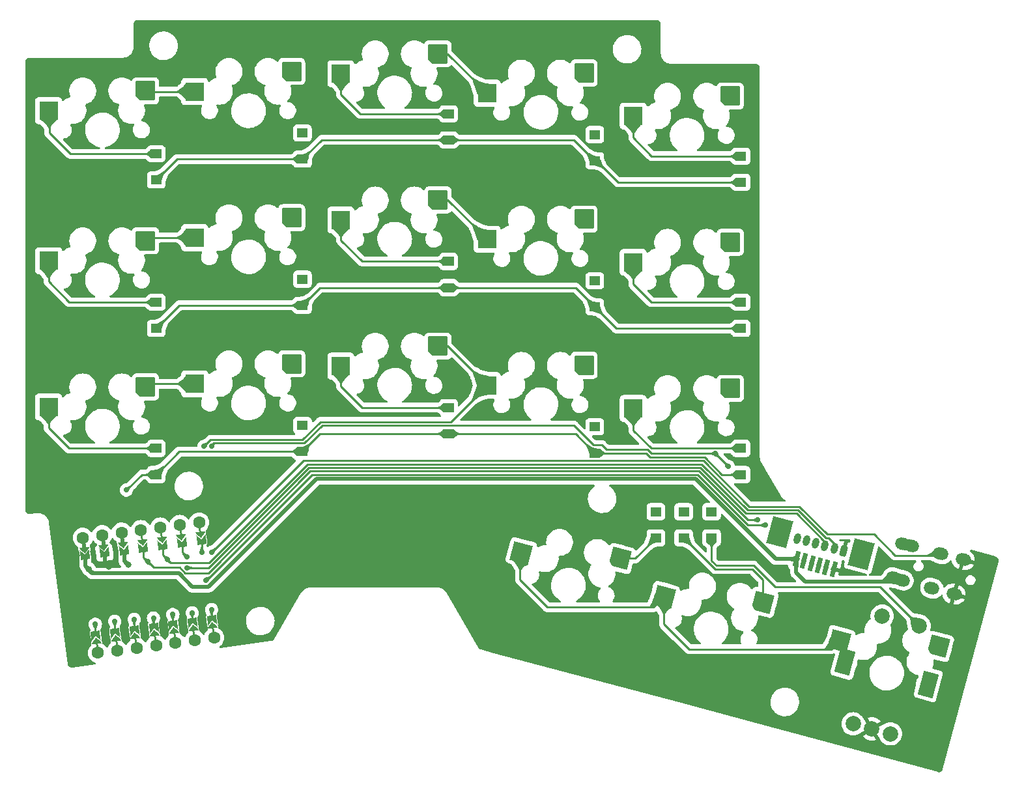
<source format=gbl>
G04 #@! TF.GenerationSoftware,KiCad,Pcbnew,7.0.5*
G04 #@! TF.CreationDate,2024-01-08T16:38:30+08:00*
G04 #@! TF.ProjectId,awkb_v2_mx,61776b62-5f76-4325-9f6d-782e6b696361,rev?*
G04 #@! TF.SameCoordinates,Original*
G04 #@! TF.FileFunction,Copper,L2,Bot*
G04 #@! TF.FilePolarity,Positive*
%FSLAX46Y46*%
G04 Gerber Fmt 4.6, Leading zero omitted, Abs format (unit mm)*
G04 Created by KiCad (PCBNEW 7.0.5) date 2024-01-08 16:38:30*
%MOMM*%
%LPD*%
G01*
G04 APERTURE LIST*
G04 Aperture macros list*
%AMRoundRect*
0 Rectangle with rounded corners*
0 $1 Rounding radius*
0 $2 $3 $4 $5 $6 $7 $8 $9 X,Y pos of 4 corners*
0 Add a 4 corners polygon primitive as box body*
4,1,4,$2,$3,$4,$5,$6,$7,$8,$9,$2,$3,0*
0 Add four circle primitives for the rounded corners*
1,1,$1+$1,$2,$3*
1,1,$1+$1,$4,$5*
1,1,$1+$1,$6,$7*
1,1,$1+$1,$8,$9*
0 Add four rect primitives between the rounded corners*
20,1,$1+$1,$2,$3,$4,$5,0*
20,1,$1+$1,$4,$5,$6,$7,0*
20,1,$1+$1,$6,$7,$8,$9,0*
20,1,$1+$1,$8,$9,$2,$3,0*%
%AMHorizOval*
0 Thick line with rounded ends*
0 $1 width*
0 $2 $3 position (X,Y) of the first rounded end (center of the circle)*
0 $4 $5 position (X,Y) of the second rounded end (center of the circle)*
0 Add line between two ends*
20,1,$1,$2,$3,$4,$5,0*
0 Add two circle primitives to create the rounded ends*
1,1,$1,$2,$3*
1,1,$1,$4,$5*%
%AMRotRect*
0 Rectangle, with rotation*
0 The origin of the aperture is its center*
0 $1 length*
0 $2 width*
0 $3 Rotation angle, in degrees counterclockwise*
0 Add horizontal line*
21,1,$1,$2,0,0,$3*%
%AMFreePoly0*
4,1,19,1.208016,1.234829,1.224089,1.224089,1.234829,1.208016,1.238600,1.189056,1.238600,-1.189056,1.234829,-1.208016,1.224089,-1.224089,1.208016,-1.234829,1.189056,-1.238600,0.000000,-1.238600,-0.743160,-1.238600,-1.238600,-0.743160,-1.238600,1.189056,-1.234829,1.208016,-1.224089,1.224089,-1.208016,1.234829,-1.189056,1.238600,1.189056,1.238600,1.208016,1.234829,1.208016,1.234829,
$1*%
%AMFreePoly1*
4,1,5,0.125000,-0.500000,-0.125000,-0.500000,-0.125000,0.500000,0.125000,0.500000,0.125000,-0.500000,0.125000,-0.500000,$1*%
%AMFreePoly2*
4,1,5,0.254000,-0.500000,-0.254000,-0.500000,-0.254000,0.500000,0.254000,0.500000,0.254000,-0.500000,0.254000,-0.500000,$1*%
%AMFreePoly3*
4,1,6,0.600000,-0.200000,0.600000,-0.400000,-0.600000,-0.400000,-0.600000,-0.200000,0.000000,0.400000,0.600000,-0.200000,0.600000,-0.200000,$1*%
%AMFreePoly4*
4,1,6,0.600000,-1.000000,0.000000,-0.400000,-0.600000,-1.000000,-0.599999,0.250000,0.600000,0.250000,0.600000,-1.000000,0.600000,-1.000000,$1*%
G04 Aperture macros list end*
G04 #@! TA.AperFunction,ComponentPad*
%ADD10R,1.400000X1.200000*%
G04 #@! TD*
G04 #@! TA.AperFunction,SMDPad,CuDef*
%ADD11RotRect,2.489200X2.489200X345.000000*%
G04 #@! TD*
G04 #@! TA.AperFunction,SMDPad,CuDef*
%ADD12FreePoly0,345.000000*%
G04 #@! TD*
G04 #@! TA.AperFunction,SMDPad,CuDef*
%ADD13R,2.489200X2.489200*%
G04 #@! TD*
G04 #@! TA.AperFunction,SMDPad,CuDef*
%ADD14FreePoly0,0.000000*%
G04 #@! TD*
G04 #@! TA.AperFunction,ComponentPad*
%ADD15HorizOval,1.600000X-0.193185X0.051764X0.193185X-0.051764X0*%
G04 #@! TD*
G04 #@! TA.AperFunction,ComponentPad*
%ADD16C,2.000000*%
G04 #@! TD*
G04 #@! TA.AperFunction,ComponentPad*
%ADD17RotRect,3.200000X2.000000X75.000000*%
G04 #@! TD*
G04 #@! TA.AperFunction,SMDPad,CuDef*
%ADD18RotRect,0.610000X2.000000X345.000000*%
G04 #@! TD*
G04 #@! TA.AperFunction,SMDPad,CuDef*
%ADD19RotRect,2.680000X3.600000X345.000000*%
G04 #@! TD*
G04 #@! TA.AperFunction,ComponentPad*
%ADD20C,1.600000*%
G04 #@! TD*
G04 #@! TA.AperFunction,SMDPad,CuDef*
%ADD21FreePoly1,187.500000*%
G04 #@! TD*
G04 #@! TA.AperFunction,SMDPad,CuDef*
%ADD22FreePoly2,187.500000*%
G04 #@! TD*
G04 #@! TA.AperFunction,SMDPad,CuDef*
%ADD23FreePoly3,187.500000*%
G04 #@! TD*
G04 #@! TA.AperFunction,SMDPad,CuDef*
%ADD24FreePoly3,7.500000*%
G04 #@! TD*
G04 #@! TA.AperFunction,SMDPad,CuDef*
%ADD25FreePoly1,7.500000*%
G04 #@! TD*
G04 #@! TA.AperFunction,SMDPad,CuDef*
%ADD26FreePoly4,7.500000*%
G04 #@! TD*
G04 #@! TA.AperFunction,SMDPad,CuDef*
%ADD27FreePoly4,187.500000*%
G04 #@! TD*
G04 #@! TA.AperFunction,ComponentPad*
%ADD28RoundRect,0.225000X0.340272X0.400580X-0.094394X0.517049X-0.340272X-0.400580X0.094394X-0.517049X0*%
G04 #@! TD*
G04 #@! TA.AperFunction,ComponentPad*
%ADD29HorizOval,0.900000X0.064705X0.241481X-0.064705X-0.241481X0*%
G04 #@! TD*
G04 #@! TA.AperFunction,ViaPad*
%ADD30C,0.700000*%
G04 #@! TD*
G04 #@! TA.AperFunction,ViaPad*
%ADD31C,0.800000*%
G04 #@! TD*
G04 #@! TA.AperFunction,Conductor*
%ADD32C,0.250000*%
G04 #@! TD*
G04 #@! TA.AperFunction,Conductor*
%ADD33C,0.500000*%
G04 #@! TD*
G04 APERTURE END LIST*
D10*
X182367650Y-98485194D03*
X182367650Y-95085194D03*
X163367952Y-92284794D03*
X163367952Y-95684794D03*
X125368352Y-111084594D03*
X125368352Y-114484594D03*
X171314152Y-125706794D03*
X171314152Y-122306794D03*
D11*
X172381048Y-133347074D03*
D12*
X185235300Y-134089083D03*
D10*
X163367952Y-111285194D03*
X163367952Y-114685194D03*
X144367752Y-112184794D03*
X144367752Y-108784794D03*
X182367650Y-79485394D03*
X182367650Y-76085394D03*
D13*
X149370252Y-67895634D03*
D14*
X161978552Y-65285434D03*
D13*
X149370252Y-86895594D03*
D14*
X161978552Y-84285394D03*
D10*
X144367752Y-73984634D03*
X144367752Y-70584634D03*
X125368352Y-92084994D03*
X125368352Y-95484994D03*
D11*
X153827423Y-127650213D03*
D12*
X166681675Y-128392222D03*
D13*
X149370252Y-105895994D03*
D14*
X161978552Y-103285794D03*
D10*
X182367650Y-117485194D03*
X182367650Y-114085194D03*
X106368152Y-79184994D03*
X106368152Y-75784994D03*
D13*
X92370452Y-70195794D03*
D14*
X104978752Y-67585594D03*
D13*
X168369950Y-89895994D03*
D14*
X180978250Y-87285794D03*
D10*
X144367752Y-93184594D03*
X144367752Y-89784594D03*
D13*
X168369950Y-70896194D03*
D14*
X180978250Y-68285994D03*
D10*
X125368352Y-73085394D03*
X125368352Y-76485394D03*
X174928152Y-125706794D03*
X174928152Y-122306794D03*
D13*
X92370452Y-108695594D03*
D14*
X104978752Y-106085394D03*
D10*
X178542152Y-125706794D03*
X178542152Y-122306794D03*
D13*
X111370652Y-105695394D03*
D14*
X123978952Y-103085194D03*
D11*
X195199822Y-139077201D03*
D12*
X208054074Y-139819210D03*
D13*
X111370652Y-67696194D03*
D14*
X123978952Y-65085994D03*
D13*
X92370452Y-89695194D03*
D14*
X104978752Y-87084994D03*
D13*
X130370052Y-65395434D03*
D14*
X142978352Y-62785234D03*
D15*
X204484326Y-126738371D03*
X203305313Y-131215784D03*
X208348030Y-127773647D03*
X207169016Y-132251060D03*
X211245807Y-128550104D03*
X210066794Y-133027517D03*
X203433362Y-126487824D03*
X202231240Y-130896929D03*
D10*
X106368152Y-117484794D03*
X106368152Y-114084794D03*
D13*
X168369950Y-108895994D03*
D14*
X180978250Y-106285794D03*
D13*
X130370052Y-103395594D03*
D14*
X142978352Y-100785394D03*
D16*
X196958872Y-149890118D03*
X201788501Y-151184213D03*
X199373686Y-150537166D03*
D17*
X206724014Y-144742109D03*
X195905644Y-141843335D03*
D16*
X205541377Y-137178289D03*
X200711748Y-135884194D03*
D13*
X130370052Y-84395394D03*
D14*
X142978352Y-81785194D03*
D10*
X106368152Y-98484394D03*
X106368152Y-95084394D03*
X163367952Y-73284834D03*
X163367952Y-76684834D03*
D13*
X111370652Y-86695794D03*
D14*
X123978952Y-84085594D03*
D18*
X189587523Y-128476699D03*
X190553449Y-128735518D03*
X191519375Y-128994337D03*
X192485301Y-129253156D03*
X193451226Y-129511975D03*
X194417152Y-129770794D03*
D19*
X187424098Y-124998238D03*
X198029964Y-127840071D03*
D20*
X111936850Y-123709032D03*
X109418580Y-124040568D03*
X106900310Y-124372105D03*
X104382040Y-124703641D03*
X101863770Y-125035178D03*
X99345500Y-125366714D03*
X96827230Y-125698251D03*
D21*
X112081368Y-124806760D03*
X109563098Y-125138296D03*
X107044828Y-125469833D03*
X104526558Y-125801369D03*
D22*
X102008288Y-126132906D03*
X99490019Y-126464442D03*
X96971749Y-126795979D03*
D23*
X112147676Y-125310414D03*
X109629406Y-125641950D03*
X107111136Y-125973487D03*
X104592866Y-126305023D03*
X102074596Y-126636560D03*
X99556326Y-126968096D03*
X97038056Y-127299633D03*
D24*
X113699266Y-137095917D03*
X111180997Y-137427453D03*
X108662727Y-137758990D03*
X106144457Y-138090526D03*
X103626187Y-138422063D03*
X101107917Y-138753600D03*
X98589647Y-139085136D03*
D25*
X113765574Y-137599571D03*
X111247304Y-137931107D03*
X108729034Y-138262644D03*
X106210764Y-138594180D03*
X103692494Y-138925717D03*
X101174224Y-139257254D03*
X98655954Y-139588790D03*
D20*
X113908135Y-138682427D03*
X111389865Y-139013963D03*
X108871595Y-139345500D03*
X106353325Y-139677037D03*
X103835055Y-140008573D03*
X101316785Y-140340110D03*
X98798515Y-140671646D03*
D26*
X98457032Y-138077828D03*
X100975302Y-137746292D03*
X103493572Y-137414755D03*
X106011842Y-137083219D03*
X108530112Y-136751682D03*
X111048382Y-136420145D03*
X113566652Y-136088609D03*
D27*
X112280290Y-126317722D03*
X109762020Y-126649258D03*
X107243750Y-126980795D03*
X104725480Y-127312331D03*
X102207210Y-127643868D03*
X99688940Y-127975404D03*
X97170670Y-128306941D03*
D28*
X195699771Y-127398807D03*
D29*
X194492364Y-127075283D03*
X193284956Y-126751759D03*
X192077549Y-126428236D03*
X190870142Y-126104712D03*
X189662735Y-125781188D03*
D30*
X98457850Y-136947982D03*
X100975302Y-136542400D03*
X103501100Y-136288400D03*
X102471500Y-119509194D03*
X92458756Y-70170397D03*
X130370052Y-65395434D03*
X168369950Y-70896194D03*
D31*
X100184869Y-134713600D03*
X194417152Y-129770794D03*
X100184869Y-129495931D03*
D30*
X111370652Y-67696194D03*
X104978752Y-106085394D03*
X111370652Y-105695394D03*
X106004656Y-136122144D03*
X111370652Y-86695794D03*
X104978752Y-67585594D03*
X104978752Y-87084994D03*
X112586308Y-113810094D03*
X149370252Y-86895594D03*
X149370252Y-67895634D03*
X108530800Y-135678800D03*
X149370252Y-105895994D03*
X142978352Y-100785394D03*
X142978352Y-81785194D03*
X142978352Y-62785234D03*
X180978250Y-68285994D03*
X113543552Y-113810094D03*
X111038863Y-135456737D03*
X180644624Y-105952168D03*
X180978250Y-87285794D03*
X153827423Y-127650213D03*
X179050152Y-114759694D03*
X180707752Y-116417294D03*
X195199822Y-139077201D03*
X172381048Y-133347074D03*
X113560000Y-135018400D03*
X113560000Y-127597432D03*
X123978952Y-65085994D03*
X161978552Y-65285434D03*
X166681675Y-128392222D03*
X193451226Y-129511975D03*
X107815283Y-128506217D03*
X208054074Y-139819210D03*
X112848800Y-131206494D03*
X185527152Y-124055794D03*
X112280290Y-127578394D03*
X190553449Y-128735518D03*
D31*
X97608800Y-129786000D03*
X189587523Y-128476699D03*
X102701972Y-129163228D03*
D30*
X123978952Y-103085194D03*
X130370052Y-103395594D03*
X168369950Y-108895994D03*
X92370452Y-108695594D03*
X161978552Y-103285794D03*
X92370452Y-89695194D03*
X123978952Y-84085594D03*
X130370052Y-84395394D03*
X161978552Y-84285394D03*
X168369950Y-89895994D03*
X185235300Y-134089083D03*
X110359600Y-129596900D03*
X192485300Y-129253156D03*
X110364837Y-128205963D03*
X191519374Y-128994337D03*
X184561952Y-123381294D03*
X105279600Y-128820800D03*
D32*
X144367752Y-73984634D02*
X127869112Y-73984634D01*
X98457032Y-136948800D02*
X98457032Y-138077828D01*
X144367752Y-73984634D02*
X160667752Y-73984634D01*
X125368352Y-76485394D02*
X109067752Y-76485394D01*
X98457850Y-136947982D02*
X98457032Y-136948800D01*
X166368512Y-79485394D02*
X163367952Y-76484834D01*
X160667752Y-73984634D02*
X163367952Y-76684834D01*
X109067752Y-76485394D02*
X106368152Y-79184994D01*
X127869112Y-73984634D02*
X125368352Y-76485394D01*
X182367650Y-79485394D02*
X166368512Y-79485394D01*
X100975302Y-136542400D02*
X100975302Y-137746292D01*
X166168352Y-98485194D02*
X163367952Y-95684794D01*
X144367752Y-93184594D02*
X160867752Y-93184594D01*
X109367552Y-95484994D02*
X106368152Y-98484394D01*
X127668752Y-93184594D02*
X125368352Y-95484994D01*
X163367952Y-95684794D02*
X163367952Y-95484794D01*
X166168352Y-98485194D02*
X182367650Y-98485194D01*
X160867752Y-93184594D02*
X163367952Y-95684794D01*
X125368352Y-95484994D02*
X109367552Y-95484994D01*
X144367752Y-93184594D02*
X127668752Y-93184594D01*
X127668152Y-112184794D02*
X125368352Y-114484594D01*
X109368352Y-114484594D02*
X106368152Y-117484794D01*
X177652710Y-115234200D02*
X179903704Y-117485194D01*
X103493572Y-136295928D02*
X103493572Y-137414755D01*
X104495900Y-117484794D02*
X106368152Y-117484794D01*
X160867552Y-112184794D02*
X163367952Y-114685194D01*
X144367752Y-112184794D02*
X127668152Y-112184794D01*
X179903704Y-117485194D02*
X182367650Y-117485194D01*
X170043026Y-114685194D02*
X170592032Y-115234200D01*
X170592032Y-115234200D02*
X177652710Y-115234200D01*
X102471500Y-119509194D02*
X104495900Y-117484794D01*
X125368352Y-114484594D02*
X109368352Y-114484594D01*
X163367952Y-114685194D02*
X170043026Y-114685194D01*
X103501100Y-136288400D02*
X103493572Y-136295928D01*
X144367752Y-112184794D02*
X160867552Y-112184794D01*
X92458756Y-73076732D02*
X95167018Y-75784994D01*
X92458756Y-70170397D02*
X92458756Y-73076732D01*
X95167018Y-75784994D02*
X106368152Y-75784994D01*
X130370052Y-65395434D02*
X130370052Y-68051828D01*
X130370052Y-68051828D02*
X132902858Y-70584634D01*
X132902858Y-70584634D02*
X144367752Y-70584634D01*
X168369950Y-73699116D02*
X168369950Y-70896194D01*
X182367650Y-76085394D02*
X170756228Y-76085394D01*
X170756228Y-76085394D02*
X168369950Y-73699116D01*
D33*
X100184869Y-129495931D02*
X99688940Y-129000002D01*
X99688940Y-129000002D02*
X99688940Y-127975404D01*
D32*
X105089352Y-67696194D02*
X104978752Y-67585594D01*
X111370652Y-86695794D02*
X105367952Y-86695794D01*
X105368752Y-105695394D02*
X104978752Y-106085394D01*
X106004656Y-136122144D02*
X106011842Y-136129330D01*
X111370652Y-67696194D02*
X105089352Y-67696194D01*
X105367952Y-86695794D02*
X104978752Y-87084994D01*
X111370652Y-105695394D02*
X105368752Y-105695394D01*
X106011842Y-136129330D02*
X106011842Y-137083219D01*
X112586308Y-113810094D02*
X113433208Y-112963194D01*
X125372752Y-112963194D02*
X127684152Y-110651794D01*
X108530112Y-135679488D02*
X108530800Y-135678800D01*
X144259652Y-100785394D02*
X149370252Y-105895994D01*
X144259852Y-62785234D02*
X149370252Y-67895634D01*
X149370252Y-86895594D02*
X144259852Y-81785194D01*
X142978352Y-62785234D02*
X144259852Y-62785234D01*
X142978352Y-100785394D02*
X144259652Y-100785394D01*
X108530112Y-136751682D02*
X108530112Y-135679488D01*
X144259852Y-81785194D02*
X142978352Y-81785194D01*
X127684152Y-110651794D02*
X144614452Y-110651794D01*
X144614452Y-110651794D02*
X149370252Y-105895994D01*
X113433208Y-112963194D02*
X125372752Y-112963194D01*
X179050152Y-114759694D02*
X170753922Y-114759694D01*
X180707752Y-116417294D02*
X179050152Y-114759694D01*
X113940452Y-113413194D02*
X113543552Y-113810094D01*
X153650152Y-131167794D02*
X153650152Y-127827484D01*
X194092229Y-140184794D02*
X175621152Y-140184794D01*
X170229422Y-114235194D02*
X164867952Y-114235194D01*
X111048382Y-135466256D02*
X111038863Y-135456737D01*
X172364152Y-136927794D02*
X172364152Y-133363970D01*
X125633952Y-113413194D02*
X113940452Y-113413194D01*
X175621152Y-140184794D02*
X172364152Y-136927794D01*
X163160948Y-113641794D02*
X160620948Y-111101794D01*
X170753922Y-114759694D02*
X170229422Y-114235194D01*
X195199822Y-139077201D02*
X194092229Y-140184794D01*
X111048382Y-136420145D02*
X111048382Y-135466256D01*
X153650152Y-127827484D02*
X153827423Y-127650213D01*
X172364152Y-133363970D02*
X172381048Y-133347074D01*
X160620948Y-111101794D02*
X127945352Y-111101794D01*
X171004328Y-134723794D02*
X157206152Y-134723794D01*
X157206152Y-134723794D02*
X153650152Y-131167794D01*
X127945352Y-111101794D02*
X125633952Y-113413194D01*
X164867952Y-114235194D02*
X164274552Y-113641794D01*
X164274552Y-113641794D02*
X163160948Y-113641794D01*
X172381048Y-133347074D02*
X171004328Y-134723794D01*
X177466314Y-115684200D02*
X183413908Y-121631794D01*
X113560000Y-127597432D02*
X125473232Y-115684200D01*
X202418152Y-127992794D02*
X208128883Y-127992794D01*
X189973509Y-121631794D02*
X193598509Y-125256794D01*
X113566652Y-135025052D02*
X113560000Y-135018400D01*
X113566652Y-136088609D02*
X113566652Y-135025052D01*
X208128883Y-127992794D02*
X208348030Y-127773647D01*
X193598509Y-125256794D02*
X199682152Y-125256794D01*
X183413908Y-121631794D02*
X189973509Y-121631794D01*
X199682152Y-125256794D02*
X202418152Y-127992794D01*
X125473232Y-115684200D02*
X177466314Y-115684200D01*
X168628724Y-128392222D02*
X166681675Y-128392222D01*
X171314152Y-125706794D02*
X171314152Y-125709680D01*
X171314152Y-125706794D02*
X168628724Y-128392222D01*
X183227512Y-122081794D02*
X189787113Y-122081794D01*
X177279918Y-116134200D02*
X183227512Y-122081794D01*
X126011746Y-116134200D02*
X177279918Y-116134200D01*
X194492364Y-126476810D02*
X194492364Y-127075283D01*
X193722348Y-125706794D02*
X194492364Y-126476810D01*
X107815283Y-128506217D02*
X108231466Y-128922400D01*
X107243750Y-127934684D02*
X107243750Y-126980795D01*
X193412113Y-125706794D02*
X193722348Y-125706794D01*
X189787113Y-122081794D02*
X193412113Y-125706794D01*
X113223546Y-128922400D02*
X126011746Y-116134200D01*
X107815283Y-128506217D02*
X107243750Y-127934684D01*
X108231466Y-128922400D02*
X113223546Y-128922400D01*
X178542152Y-128684398D02*
X179178548Y-129320794D01*
X178542152Y-125706794D02*
X178542152Y-128684398D01*
X184032285Y-129320794D02*
X186835285Y-132123794D01*
X186835285Y-132123794D02*
X200486882Y-132123794D01*
X200486882Y-132123794D02*
X205541377Y-137178289D01*
X179178548Y-129320794D02*
X184032285Y-129320794D01*
X112848800Y-131206494D02*
X112869852Y-131206494D01*
X183292324Y-124055794D02*
X185527152Y-124055794D01*
X126592146Y-117484200D02*
X176720730Y-117484200D01*
X112280290Y-127578394D02*
X112280290Y-126317722D01*
X112869852Y-131206494D02*
X126592146Y-117484200D01*
X176720730Y-117484200D02*
X183292324Y-124055794D01*
D33*
X176482558Y-118059200D02*
X186900057Y-128476699D01*
X111051727Y-132056794D02*
X113187952Y-132056794D01*
X113187952Y-132056794D02*
X127185546Y-118059200D01*
X109340864Y-130345931D02*
X111051727Y-132056794D01*
X186900057Y-128476699D02*
X189587523Y-128476699D01*
X201731775Y-131396394D02*
X190708752Y-131396394D01*
X127185546Y-118059200D02*
X176482558Y-118059200D01*
X98168731Y-130345931D02*
X109340864Y-130345931D01*
X97170670Y-129347870D02*
X97170670Y-128306941D01*
X202231240Y-130896929D02*
X201731775Y-131396394D01*
X189550023Y-130237665D02*
X189550023Y-128476699D01*
X190708752Y-131396394D02*
X189550023Y-130237665D01*
X97608800Y-129786000D02*
X98168731Y-130345931D01*
X97608800Y-129786000D02*
X97170670Y-129347870D01*
X102207210Y-128668466D02*
X102207210Y-127643868D01*
X102701972Y-129163228D02*
X102207210Y-128668466D01*
D32*
X133155418Y-108784794D02*
X130370052Y-105999428D01*
X133155418Y-108784794D02*
X144367752Y-108784794D01*
X130370052Y-105999428D02*
X130370052Y-103395594D01*
X170715818Y-114085194D02*
X168369950Y-111739326D01*
X182367650Y-114085194D02*
X170715818Y-114085194D01*
X168369950Y-111739326D02*
X168369950Y-108895994D01*
X95004218Y-114084794D02*
X92370452Y-111451028D01*
X106368152Y-114084794D02*
X95004218Y-114084794D01*
X92370452Y-111451028D02*
X92370452Y-108695594D01*
X92370452Y-92385028D02*
X92370452Y-89695194D01*
X95069818Y-95084394D02*
X92370452Y-92385028D01*
X106368152Y-95084394D02*
X95069818Y-95084394D01*
X130370052Y-87000228D02*
X133154418Y-89784594D01*
X133154418Y-89784594D02*
X144367752Y-89784594D01*
X130370052Y-84395394D02*
X130370052Y-87000228D01*
X168369950Y-92740126D02*
X168369950Y-89895994D01*
X182367650Y-95085194D02*
X170715018Y-95085194D01*
X170715018Y-95085194D02*
X168369950Y-92740126D01*
X183845889Y-129770794D02*
X185235300Y-131160205D01*
X174928152Y-125706794D02*
X175028152Y-125706794D01*
X174928152Y-125706794D02*
X178992152Y-129770794D01*
X185235300Y-131160205D02*
X185235300Y-134089083D01*
X178992152Y-129770794D02*
X183845889Y-129770794D01*
X189600717Y-122531794D02*
X193284956Y-126216033D01*
X113185442Y-129596900D02*
X126198142Y-116584200D01*
X183041116Y-122531794D02*
X189600717Y-122531794D01*
X110359600Y-129596900D02*
X113185442Y-129596900D01*
X177093522Y-116584200D02*
X183041116Y-122531794D01*
X110364837Y-128205963D02*
X109762020Y-127603146D01*
X109762020Y-127603146D02*
X109762020Y-126649258D01*
X126198142Y-116584200D02*
X177093522Y-116584200D01*
X193284956Y-126216033D02*
X193284956Y-126751759D01*
X113146838Y-130271900D02*
X110080005Y-130271900D01*
X104725480Y-128266680D02*
X104725480Y-127312331D01*
X109390905Y-129582800D02*
X106041600Y-129582800D01*
X183254220Y-123381294D02*
X176907126Y-117034200D01*
X126384538Y-117034200D02*
X113146838Y-130271900D01*
X176907126Y-117034200D02*
X126384538Y-117034200D01*
X184561952Y-123381294D02*
X183254220Y-123381294D01*
X106041600Y-129582800D02*
X105279600Y-128820800D01*
X105279600Y-128820800D02*
X104725480Y-128266680D01*
X110080005Y-130271900D02*
X109390905Y-129582800D01*
G04 #@! TA.AperFunction,Conductor*
G36*
X171435837Y-58399191D02*
G01*
X171503553Y-58406822D01*
X171529357Y-58409731D01*
X171556856Y-58416007D01*
X171635640Y-58443576D01*
X171661054Y-58455816D01*
X171731725Y-58500224D01*
X171753782Y-58517815D01*
X171812795Y-58576829D01*
X171830385Y-58598887D01*
X171874789Y-58669557D01*
X171887028Y-58694973D01*
X171914592Y-58773746D01*
X171920871Y-58801252D01*
X171931436Y-58895016D01*
X171931833Y-58902076D01*
X171931833Y-62651074D01*
X171931895Y-62652842D01*
X171931890Y-62721170D01*
X171931890Y-62721173D01*
X171962415Y-62933620D01*
X171962416Y-62933624D01*
X172022872Y-63139576D01*
X172112023Y-63334822D01*
X172112031Y-63334837D01*
X172228049Y-63515385D01*
X172228057Y-63515397D01*
X172288598Y-63585271D01*
X172341414Y-63646229D01*
X172368612Y-63677619D01*
X172530811Y-63818173D01*
X172530815Y-63818176D01*
X172530821Y-63818181D01*
X172695316Y-63923899D01*
X172711386Y-63934227D01*
X172711394Y-63934231D01*
X172797451Y-63973532D01*
X172906628Y-64023392D01*
X173112574Y-64083861D01*
X173325030Y-64114403D01*
X173432346Y-64114400D01*
X173432352Y-64114400D01*
X184252109Y-64114400D01*
X184314457Y-64114400D01*
X184321513Y-64114795D01*
X184415044Y-64125334D01*
X184442550Y-64131613D01*
X184521326Y-64159178D01*
X184546744Y-64171419D01*
X184617415Y-64215824D01*
X184639473Y-64233415D01*
X184698485Y-64292427D01*
X184716077Y-64314486D01*
X184760480Y-64385153D01*
X184772722Y-64410574D01*
X184800287Y-64489350D01*
X184806566Y-64516857D01*
X184817107Y-64610408D01*
X184817503Y-64617468D01*
X184817503Y-115148336D01*
X184817495Y-115246702D01*
X184817495Y-115246705D01*
X184843160Y-115441736D01*
X184843165Y-115441759D01*
X184894079Y-115631767D01*
X184953745Y-115775791D01*
X184969372Y-115813512D01*
X185017195Y-115896328D01*
X185554521Y-116827003D01*
X187453388Y-120115937D01*
X187453394Y-120115950D01*
X187462662Y-120132002D01*
X187462677Y-120132065D01*
X187538200Y-120262883D01*
X187589827Y-120330173D01*
X187657855Y-120418840D01*
X187796836Y-120557861D01*
X187952764Y-120677563D01*
X188006855Y-120708814D01*
X188100978Y-120763194D01*
X188149956Y-120814591D01*
X188163371Y-120884309D01*
X188136964Y-120950212D01*
X188079120Y-120991377D01*
X188037945Y-120998294D01*
X183728502Y-120998294D01*
X183660381Y-120978292D01*
X183639407Y-120961389D01*
X182252900Y-119574882D01*
X181482427Y-118804408D01*
X181448402Y-118742098D01*
X181453467Y-118671283D01*
X181496014Y-118614447D01*
X181562534Y-118589636D01*
X181584991Y-118590037D01*
X181619000Y-118593693D01*
X181619005Y-118593693D01*
X181619012Y-118593694D01*
X181619018Y-118593694D01*
X183116282Y-118593694D01*
X183116288Y-118593694D01*
X183116295Y-118593693D01*
X183116299Y-118593693D01*
X183176846Y-118587184D01*
X183176849Y-118587183D01*
X183176851Y-118587183D01*
X183177924Y-118586783D01*
X183195695Y-118580154D01*
X183313854Y-118536083D01*
X183314389Y-118535683D01*
X183430911Y-118448455D01*
X183518537Y-118331401D01*
X183518537Y-118331400D01*
X183518539Y-118331398D01*
X183563287Y-118211426D01*
X183569638Y-118194398D01*
X183569640Y-118194390D01*
X183576149Y-118133843D01*
X183576150Y-118133826D01*
X183576150Y-116836561D01*
X183576149Y-116836544D01*
X183569640Y-116775997D01*
X183569638Y-116775989D01*
X183518539Y-116638991D01*
X183518537Y-116638986D01*
X183430911Y-116521932D01*
X183313857Y-116434306D01*
X183313852Y-116434304D01*
X183176854Y-116383205D01*
X183176846Y-116383203D01*
X183116299Y-116376694D01*
X183116288Y-116376694D01*
X181680164Y-116376694D01*
X181612043Y-116356692D01*
X181565550Y-116303036D01*
X181554854Y-116263868D01*
X181552117Y-116237819D01*
X181539779Y-116199847D01*
X181496353Y-116066191D01*
X181496350Y-116066185D01*
X181406120Y-115909903D01*
X181406113Y-115909893D01*
X181285367Y-115775791D01*
X181211021Y-115721776D01*
X181139367Y-115669716D01*
X181139368Y-115669716D01*
X181037252Y-115624251D01*
X181033487Y-115622422D01*
X181002692Y-115606174D01*
X181002690Y-115606173D01*
X181002684Y-115606170D01*
X180867999Y-115558118D01*
X180859509Y-115555254D01*
X180856519Y-115554303D01*
X180849940Y-115552212D01*
X180844263Y-115550531D01*
X180840086Y-115549294D01*
X180743809Y-115522864D01*
X180740523Y-115521864D01*
X180738038Y-115521034D01*
X180694856Y-115496231D01*
X180648133Y-115455227D01*
X180648123Y-115455218D01*
X180648112Y-115455209D01*
X180631582Y-115441759D01*
X180615514Y-115428685D01*
X180610735Y-115424372D01*
X180120152Y-114933789D01*
X180086126Y-114871477D01*
X180091191Y-114800662D01*
X180133738Y-114743826D01*
X180200258Y-114719015D01*
X180209247Y-114718694D01*
X180920346Y-114718694D01*
X180985196Y-114736664D01*
X181011421Y-114752409D01*
X181018096Y-114757027D01*
X181084671Y-114809733D01*
X181089733Y-114814202D01*
X181169463Y-114892574D01*
X181173266Y-114896659D01*
X181269115Y-115009213D01*
X181294284Y-115035685D01*
X181299061Y-115041340D01*
X181304385Y-115048451D01*
X181304386Y-115048452D01*
X181304387Y-115048453D01*
X181304389Y-115048455D01*
X181420909Y-115135681D01*
X181421446Y-115136083D01*
X181558445Y-115187182D01*
X181558453Y-115187184D01*
X181619000Y-115193693D01*
X181619005Y-115193693D01*
X181619012Y-115193694D01*
X181619018Y-115193694D01*
X183116282Y-115193694D01*
X183116288Y-115193694D01*
X183116295Y-115193693D01*
X183116299Y-115193693D01*
X183176846Y-115187184D01*
X183176849Y-115187183D01*
X183176851Y-115187183D01*
X183177924Y-115186783D01*
X183195695Y-115180154D01*
X183313854Y-115136083D01*
X183314389Y-115135683D01*
X183430911Y-115048455D01*
X183518537Y-114931401D01*
X183518537Y-114931400D01*
X183518539Y-114931398D01*
X183563918Y-114809733D01*
X183569638Y-114794398D01*
X183569640Y-114794390D01*
X183576149Y-114733843D01*
X183576150Y-114733826D01*
X183576150Y-113436561D01*
X183576149Y-113436544D01*
X183569640Y-113375997D01*
X183569638Y-113375989D01*
X183526880Y-113261354D01*
X183518539Y-113238990D01*
X183518538Y-113238988D01*
X183518537Y-113238986D01*
X183430911Y-113121932D01*
X183313857Y-113034306D01*
X183313852Y-113034304D01*
X183176854Y-112983205D01*
X183176846Y-112983203D01*
X183116299Y-112976694D01*
X183116288Y-112976694D01*
X181619012Y-112976694D01*
X181619000Y-112976694D01*
X181558453Y-112983203D01*
X181558450Y-112983204D01*
X181421447Y-113034303D01*
X181421444Y-113034305D01*
X181392067Y-113056295D01*
X181385961Y-113060334D01*
X181378736Y-113064532D01*
X181378717Y-113064545D01*
X181369967Y-113072261D01*
X181367954Y-113074036D01*
X181367500Y-113074436D01*
X181363590Y-113077614D01*
X181304387Y-113121933D01*
X181294235Y-113135494D01*
X181276710Y-113154482D01*
X181269092Y-113161199D01*
X181173263Y-113273731D01*
X181169460Y-113277815D01*
X181089736Y-113356181D01*
X181084673Y-113360651D01*
X181018103Y-113413353D01*
X181011421Y-113417974D01*
X180985192Y-113433721D01*
X180920339Y-113451694D01*
X176739989Y-113451694D01*
X176671868Y-113431692D01*
X176625375Y-113378036D01*
X176615271Y-113307762D01*
X176644765Y-113243182D01*
X176668679Y-113221815D01*
X176670829Y-113220338D01*
X176765519Y-113155338D01*
X176988983Y-112953226D01*
X177183515Y-112723133D01*
X177345643Y-112469164D01*
X177445406Y-112254180D01*
X177472471Y-112195857D01*
X177472471Y-112195855D01*
X177472473Y-112195852D01*
X177561743Y-111908073D01*
X177611859Y-111610964D01*
X177621927Y-111309825D01*
X177605721Y-111148729D01*
X177591769Y-111010040D01*
X177591768Y-111010038D01*
X177591768Y-111010032D01*
X177521919Y-110716933D01*
X177461091Y-110558998D01*
X177413629Y-110435764D01*
X177412476Y-110433660D01*
X177268825Y-110171529D01*
X177256895Y-110155338D01*
X177174973Y-110044152D01*
X177090096Y-109928956D01*
X176880630Y-109712370D01*
X176644169Y-109525639D01*
X176644167Y-109525637D01*
X176576726Y-109485692D01*
X176384920Y-109372085D01*
X176107522Y-109254458D01*
X175816921Y-109174854D01*
X175518303Y-109134694D01*
X175292406Y-109134694D01*
X175087506Y-109148410D01*
X175067015Y-109149782D01*
X175067007Y-109149783D01*
X174771750Y-109209797D01*
X174771742Y-109209799D01*
X174487117Y-109308632D01*
X174487108Y-109308636D01*
X174218189Y-109444526D01*
X173969779Y-109615051D01*
X173969773Y-109615056D01*
X173746316Y-109817162D01*
X173746315Y-109817164D01*
X173551785Y-110047254D01*
X173551779Y-110047262D01*
X173389658Y-110301220D01*
X173262828Y-110574530D01*
X173262827Y-110574535D01*
X173173557Y-110862313D01*
X173123441Y-111159420D01*
X173120834Y-111237396D01*
X173113880Y-111445419D01*
X173113373Y-111460570D01*
X173143530Y-111760347D01*
X173143531Y-111760354D01*
X173143532Y-111760356D01*
X173151087Y-111792058D01*
X173213381Y-112053457D01*
X173213382Y-112053458D01*
X173321670Y-112334623D01*
X173466476Y-112598861D01*
X173645204Y-112841432D01*
X173835324Y-113038015D01*
X173854670Y-113058018D01*
X174068414Y-113226810D01*
X174109478Y-113284725D01*
X174112713Y-113355648D01*
X174077090Y-113417060D01*
X174013920Y-113449465D01*
X173990325Y-113451694D01*
X171030413Y-113451694D01*
X170962292Y-113431692D01*
X170941318Y-113414789D01*
X170227318Y-112700789D01*
X170193292Y-112638477D01*
X170198357Y-112567662D01*
X170240904Y-112510826D01*
X170307424Y-112486015D01*
X170316413Y-112485694D01*
X170340073Y-112485694D01*
X170340075Y-112485694D01*
X170496868Y-112470722D01*
X170698525Y-112411510D01*
X170728256Y-112396183D01*
X170885328Y-112315207D01*
X170885327Y-112315207D01*
X170885332Y-112315205D01*
X171050536Y-112185286D01*
X171188169Y-112026450D01*
X171293254Y-111844438D01*
X171295061Y-111839219D01*
X171327057Y-111746770D01*
X171361994Y-111645827D01*
X171391904Y-111437796D01*
X171386893Y-111332590D01*
X171381905Y-111227874D01*
X171381904Y-111227869D01*
X171381904Y-111227864D01*
X171332354Y-111023618D01*
X171332351Y-111023613D01*
X171332351Y-111023610D01*
X171287750Y-110925949D01*
X171245046Y-110832441D01*
X171208835Y-110781591D01*
X171185616Y-110714503D01*
X171202353Y-110645507D01*
X171253735Y-110596513D01*
X171320886Y-110582858D01*
X171492156Y-110595693D01*
X171492157Y-110595693D01*
X171623143Y-110595693D01*
X171623144Y-110595693D01*
X171819280Y-110580995D01*
X172075066Y-110522613D01*
X172319293Y-110426761D01*
X172319295Y-110426759D01*
X172319297Y-110426759D01*
X172496468Y-110324469D01*
X172546507Y-110295579D01*
X172751631Y-110131998D01*
X172930083Y-109939672D01*
X173060728Y-109748051D01*
X173077872Y-109722906D01*
X173077872Y-109722904D01*
X173077878Y-109722897D01*
X173191713Y-109486516D01*
X173191714Y-109486509D01*
X173191716Y-109486507D01*
X173269045Y-109235812D01*
X173269045Y-109235810D01*
X173269046Y-109235808D01*
X173308150Y-108976375D01*
X173308150Y-108714011D01*
X173269046Y-108454578D01*
X173269045Y-108454574D01*
X173269045Y-108454573D01*
X173191716Y-108203878D01*
X173191713Y-108203871D01*
X173191713Y-108203870D01*
X173189792Y-108199881D01*
X173179454Y-108178412D01*
X173167919Y-108108359D01*
X173196089Y-108043190D01*
X173255020Y-108003596D01*
X173264927Y-108000905D01*
X173345066Y-107982614D01*
X173589293Y-107886762D01*
X173589295Y-107886760D01*
X173589297Y-107886760D01*
X173721421Y-107810478D01*
X173816507Y-107755580D01*
X174021631Y-107591999D01*
X174200083Y-107399673D01*
X174336715Y-107199271D01*
X174347872Y-107182907D01*
X174347872Y-107182905D01*
X174347878Y-107182898D01*
X174461713Y-106946517D01*
X174461716Y-106946508D01*
X174539045Y-106695813D01*
X174539099Y-106695457D01*
X174578150Y-106436376D01*
X176157150Y-106436376D01*
X176170667Y-106526055D01*
X176196254Y-106695813D01*
X176273583Y-106946508D01*
X176273588Y-106946521D01*
X176387423Y-107182900D01*
X176387427Y-107182907D01*
X176531899Y-107394807D01*
X176535217Y-107399673D01*
X176667452Y-107542189D01*
X176707269Y-107585102D01*
X176713669Y-107591999D01*
X176918793Y-107755580D01*
X176918796Y-107755582D01*
X177146002Y-107886760D01*
X177146006Y-107886761D01*
X177146007Y-107886762D01*
X177390234Y-107982614D01*
X177470362Y-108000902D01*
X177532323Y-108035560D01*
X177565711Y-108098216D01*
X177559925Y-108168976D01*
X177555848Y-108178409D01*
X177543585Y-108203873D01*
X177543584Y-108203876D01*
X177466254Y-108454574D01*
X177450402Y-108559747D01*
X177427150Y-108714012D01*
X177427150Y-108976376D01*
X177447025Y-109108234D01*
X177466254Y-109235813D01*
X177543583Y-109486508D01*
X177543588Y-109486521D01*
X177657423Y-109722900D01*
X177657427Y-109722907D01*
X177805212Y-109939666D01*
X177805217Y-109939673D01*
X177983669Y-110131999D01*
X178188793Y-110295580D01*
X178188796Y-110295582D01*
X178416002Y-110426760D01*
X178416006Y-110426761D01*
X178416007Y-110426762D01*
X178660234Y-110522614D01*
X178916020Y-110580996D01*
X179112156Y-110595694D01*
X179112157Y-110595694D01*
X179243141Y-110595694D01*
X179243144Y-110595694D01*
X179412603Y-110582995D01*
X179482024Y-110597849D01*
X179532397Y-110647880D01*
X179547725Y-110717203D01*
X179531135Y-110771642D01*
X179442046Y-110925949D01*
X179442043Y-110925954D01*
X179373308Y-111124553D01*
X179373304Y-111124568D01*
X179343395Y-111332590D01*
X179353394Y-111542513D01*
X179353396Y-111542526D01*
X179402945Y-111746766D01*
X179402948Y-111746777D01*
X179467506Y-111888137D01*
X179490254Y-111937947D01*
X179612164Y-112109146D01*
X179612166Y-112109148D01*
X179612167Y-112109149D01*
X179649777Y-112145010D01*
X179764272Y-112254180D01*
X179941078Y-112367807D01*
X180136193Y-112445919D01*
X180342565Y-112485694D01*
X180342569Y-112485694D01*
X180500073Y-112485694D01*
X180500075Y-112485694D01*
X180656868Y-112470722D01*
X180858525Y-112411510D01*
X180888256Y-112396183D01*
X181045328Y-112315207D01*
X181045327Y-112315207D01*
X181045332Y-112315205D01*
X181210536Y-112185286D01*
X181348169Y-112026450D01*
X181453254Y-111844438D01*
X181455061Y-111839219D01*
X181487057Y-111746770D01*
X181521994Y-111645827D01*
X181551904Y-111437796D01*
X181546893Y-111332590D01*
X181541905Y-111227874D01*
X181541904Y-111227869D01*
X181541904Y-111227864D01*
X181492354Y-111023618D01*
X181492351Y-111023613D01*
X181492351Y-111023610D01*
X181447750Y-110925949D01*
X181405046Y-110832441D01*
X181283136Y-110661242D01*
X181270395Y-110649094D01*
X181131028Y-110516208D01*
X180954222Y-110402581D01*
X180886299Y-110375389D01*
X180759107Y-110324469D01*
X180759106Y-110324468D01*
X180759104Y-110324468D01*
X180552739Y-110284694D01*
X180552735Y-110284694D01*
X180518746Y-110284694D01*
X180450625Y-110264692D01*
X180404132Y-110211036D01*
X180394028Y-110140762D01*
X180423522Y-110076182D01*
X180426381Y-110072992D01*
X180433075Y-110065778D01*
X180550083Y-109939673D01*
X180686716Y-109739270D01*
X180697872Y-109722907D01*
X180697872Y-109722905D01*
X180697878Y-109722898D01*
X180811713Y-109486517D01*
X180811967Y-109485693D01*
X180889045Y-109235813D01*
X180892799Y-109210910D01*
X180928150Y-108976376D01*
X180928150Y-108714012D01*
X180889046Y-108454579D01*
X180889045Y-108454577D01*
X180889045Y-108454574D01*
X180811765Y-108204038D01*
X180810799Y-108133048D01*
X180848367Y-108072805D01*
X180912541Y-108042437D01*
X180932167Y-108040899D01*
X181023020Y-108040899D01*
X181023024Y-108040899D01*
X181032506Y-108040069D01*
X181052019Y-108038363D01*
X181057511Y-108038123D01*
X182167306Y-108038123D01*
X182167321Y-108038122D01*
X182199689Y-108034933D01*
X182267520Y-108028254D01*
X182286480Y-108024483D01*
X182339783Y-108010878D01*
X182471685Y-107947769D01*
X182487758Y-107937029D01*
X182531770Y-107904082D01*
X182629485Y-107795302D01*
X182640225Y-107779229D01*
X182668295Y-107731918D01*
X182716350Y-107595694D01*
X182716938Y-107594028D01*
X182718714Y-107585102D01*
X182720710Y-107575064D01*
X182724998Y-107531525D01*
X182730578Y-107474865D01*
X182730579Y-107474849D01*
X182730579Y-106365054D01*
X182730819Y-106359561D01*
X182733355Y-106330564D01*
X182733355Y-106241022D01*
X182732899Y-106235813D01*
X182732677Y-106233273D01*
X182730819Y-106212024D01*
X182730579Y-106206532D01*
X182730579Y-105096738D01*
X182730578Y-105096722D01*
X182725941Y-105049645D01*
X182720710Y-104996524D01*
X182716939Y-104977564D01*
X182703334Y-104924261D01*
X182661834Y-104837523D01*
X182640230Y-104792369D01*
X182640226Y-104792361D01*
X182635602Y-104785441D01*
X182629485Y-104776286D01*
X182596538Y-104732274D01*
X182596537Y-104732273D01*
X182487761Y-104634561D01*
X182471684Y-104623818D01*
X182424381Y-104595753D01*
X182424379Y-104595752D01*
X182424374Y-104595749D01*
X182424367Y-104595746D01*
X182424366Y-104595746D01*
X182286484Y-104547105D01*
X182267519Y-104543333D01*
X182167321Y-104533465D01*
X182167306Y-104533465D01*
X181057511Y-104533465D01*
X181052019Y-104533225D01*
X181030769Y-104531366D01*
X181023024Y-104530689D01*
X180933476Y-104530689D01*
X180925730Y-104531366D01*
X180904481Y-104533225D01*
X180898989Y-104533465D01*
X179789178Y-104533465D01*
X179688979Y-104543334D01*
X179670018Y-104547105D01*
X179616715Y-104560710D01*
X179484825Y-104623813D01*
X179484817Y-104623817D01*
X179468730Y-104634567D01*
X179424729Y-104667506D01*
X179327017Y-104776282D01*
X179316274Y-104792359D01*
X179288209Y-104839662D01*
X179288203Y-104839674D01*
X179256954Y-104928255D01*
X179215428Y-104985841D01*
X179149361Y-105011836D01*
X179079729Y-104997985D01*
X179059576Y-104984851D01*
X178896507Y-104854808D01*
X178896502Y-104854805D01*
X178896503Y-104854805D01*
X178669297Y-104723627D01*
X178669289Y-104723624D01*
X178425069Y-104627775D01*
X178425067Y-104627774D01*
X178169283Y-104569392D01*
X178014018Y-104557757D01*
X177973144Y-104554694D01*
X177842156Y-104554694D01*
X177802928Y-104557633D01*
X177646016Y-104569392D01*
X177390232Y-104627774D01*
X177390230Y-104627775D01*
X177146010Y-104723624D01*
X177146002Y-104723627D01*
X176918796Y-104854805D01*
X176713668Y-105018389D01*
X176535216Y-105210716D01*
X176535212Y-105210721D01*
X176387427Y-105427480D01*
X176387423Y-105427487D01*
X176273588Y-105663866D01*
X176273583Y-105663879D01*
X176196254Y-105914574D01*
X176174529Y-106058708D01*
X176157150Y-106174012D01*
X176157150Y-106436376D01*
X174578150Y-106436376D01*
X174578150Y-106174012D01*
X174539046Y-105914579D01*
X174539045Y-105914577D01*
X174539045Y-105914574D01*
X174461716Y-105663879D01*
X174461711Y-105663866D01*
X174413504Y-105563764D01*
X174347878Y-105427490D01*
X174347876Y-105427487D01*
X174347872Y-105427480D01*
X174200087Y-105210721D01*
X174200083Y-105210715D01*
X174021631Y-105018389D01*
X173816507Y-104854808D01*
X173816502Y-104854805D01*
X173816503Y-104854805D01*
X173589297Y-104723627D01*
X173589289Y-104723624D01*
X173345069Y-104627775D01*
X173345067Y-104627774D01*
X173089283Y-104569392D01*
X172934018Y-104557757D01*
X172893144Y-104554694D01*
X172762156Y-104554694D01*
X172722928Y-104557633D01*
X172566016Y-104569392D01*
X172310232Y-104627774D01*
X172310230Y-104627775D01*
X172066010Y-104723624D01*
X172066002Y-104723627D01*
X171838796Y-104854805D01*
X171633668Y-105018389D01*
X171455216Y-105210716D01*
X171455212Y-105210721D01*
X171307427Y-105427480D01*
X171307423Y-105427487D01*
X171193588Y-105663866D01*
X171193583Y-105663879D01*
X171116254Y-105914574D01*
X171094529Y-106058708D01*
X171077150Y-106174012D01*
X171077150Y-106436376D01*
X171090667Y-106526055D01*
X171116254Y-106695813D01*
X171193583Y-106946508D01*
X171193591Y-106946526D01*
X171205845Y-106971973D01*
X171217380Y-107042027D01*
X171189210Y-107107195D01*
X171130279Y-107146789D01*
X171120362Y-107149483D01*
X171040237Y-107167772D01*
X171040235Y-107167772D01*
X171040234Y-107167773D01*
X171001696Y-107182898D01*
X170796010Y-107263623D01*
X170796002Y-107263626D01*
X170568799Y-107394803D01*
X170568796Y-107394804D01*
X170568793Y-107394807D01*
X170466230Y-107476597D01*
X170363663Y-107558392D01*
X170330415Y-107594225D01*
X170269418Y-107630556D01*
X170198462Y-107628141D01*
X170140076Y-107587748D01*
X170121038Y-107548927D01*
X170119294Y-107549578D01*
X170083205Y-107452823D01*
X170065439Y-107405190D01*
X170065438Y-107405188D01*
X170065437Y-107405186D01*
X169977811Y-107288132D01*
X169860757Y-107200506D01*
X169860752Y-107200504D01*
X169723754Y-107149405D01*
X169723746Y-107149403D01*
X169663199Y-107142894D01*
X169663188Y-107142894D01*
X167076712Y-107142894D01*
X167076700Y-107142894D01*
X167016153Y-107149403D01*
X167016145Y-107149405D01*
X166879147Y-107200504D01*
X166879142Y-107200506D01*
X166762088Y-107288132D01*
X166674462Y-107405186D01*
X166674460Y-107405191D01*
X166623361Y-107542189D01*
X166623359Y-107542197D01*
X166616850Y-107602744D01*
X166616849Y-107602761D01*
X166616849Y-110189226D01*
X166616850Y-110189243D01*
X166623359Y-110249790D01*
X166623361Y-110249798D01*
X166674460Y-110386796D01*
X166674462Y-110386801D01*
X166762088Y-110503855D01*
X166879142Y-110591481D01*
X166879144Y-110591482D01*
X166879146Y-110591483D01*
X166896214Y-110597849D01*
X167016145Y-110642582D01*
X167016153Y-110642584D01*
X167076700Y-110649093D01*
X167076705Y-110649093D01*
X167076712Y-110649094D01*
X167159614Y-110649094D01*
X167227735Y-110669096D01*
X167244673Y-110682137D01*
X167312210Y-110743938D01*
X167349687Y-110778232D01*
X167354569Y-110783224D01*
X167491673Y-110939912D01*
X167495157Y-110944269D01*
X167643005Y-111146916D01*
X167645520Y-111150635D01*
X167717268Y-111265318D01*
X167736450Y-111332145D01*
X167736450Y-111655472D01*
X167734701Y-111671314D01*
X167734994Y-111671342D01*
X167734248Y-111679234D01*
X167736419Y-111748300D01*
X167736450Y-111750279D01*
X167736450Y-111779177D01*
X167736451Y-111779198D01*
X167737328Y-111786146D01*
X167737794Y-111792058D01*
X167739276Y-111839214D01*
X167739277Y-111839219D01*
X167744927Y-111858665D01*
X167748936Y-111878023D01*
X167751475Y-111898119D01*
X167751476Y-111898125D01*
X167768843Y-111941988D01*
X167770766Y-111947605D01*
X167783932Y-111992919D01*
X167794244Y-112010357D01*
X167802938Y-112028105D01*
X167810394Y-112046935D01*
X167810400Y-112046946D01*
X167838127Y-112085109D01*
X167841387Y-112090072D01*
X167865410Y-112130691D01*
X167879729Y-112145010D01*
X167892567Y-112160040D01*
X167897919Y-112167406D01*
X167904478Y-112176433D01*
X167924618Y-112193094D01*
X167940836Y-112206511D01*
X167945217Y-112210497D01*
X168553014Y-112818294D01*
X169121319Y-113386599D01*
X169155345Y-113448911D01*
X169150280Y-113519726D01*
X169107733Y-113576562D01*
X169041213Y-113601373D01*
X169032224Y-113601694D01*
X165182547Y-113601694D01*
X165114426Y-113581692D01*
X165093452Y-113564789D01*
X164781796Y-113253133D01*
X164771831Y-113240695D01*
X164771604Y-113240884D01*
X164766553Y-113234778D01*
X164766552Y-113234776D01*
X164735318Y-113205446D01*
X164716179Y-113187473D01*
X164714789Y-113186126D01*
X164704542Y-113175879D01*
X164694328Y-113165664D01*
X164694324Y-113165660D01*
X164688777Y-113161357D01*
X164684269Y-113157506D01*
X164649877Y-113125211D01*
X164649871Y-113125207D01*
X164632115Y-113115445D01*
X164615599Y-113104596D01*
X164599593Y-113092180D01*
X164565008Y-113077214D01*
X164556292Y-113073442D01*
X164550960Y-113070830D01*
X164509613Y-113048099D01*
X164489988Y-113043060D01*
X164471288Y-113036658D01*
X164465853Y-113034306D01*
X164452697Y-113028613D01*
X164452695Y-113028612D01*
X164452694Y-113028612D01*
X164406094Y-113021231D01*
X164400281Y-113020027D01*
X164354582Y-113008294D01*
X164334328Y-113008294D01*
X164314618Y-113006743D01*
X164294609Y-113003574D01*
X164294608Y-113003574D01*
X164247635Y-113008014D01*
X164241702Y-113008294D01*
X163475543Y-113008294D01*
X163407422Y-112988292D01*
X163386448Y-112971389D01*
X163023848Y-112608789D01*
X162989822Y-112546477D01*
X162994887Y-112475662D01*
X163037434Y-112418826D01*
X163103954Y-112394015D01*
X163112943Y-112393694D01*
X164116584Y-112393694D01*
X164116590Y-112393694D01*
X164116597Y-112393693D01*
X164116601Y-112393693D01*
X164177148Y-112387184D01*
X164177151Y-112387183D01*
X164177153Y-112387183D01*
X164314156Y-112336083D01*
X164316107Y-112334623D01*
X164431213Y-112248455D01*
X164518839Y-112131401D01*
X164518839Y-112131400D01*
X164518841Y-112131398D01*
X164569941Y-111994395D01*
X164570964Y-111984886D01*
X164576451Y-111933843D01*
X164576452Y-111933826D01*
X164576452Y-110636561D01*
X164576451Y-110636544D01*
X164569942Y-110575997D01*
X164569940Y-110575989D01*
X164529771Y-110468294D01*
X164518841Y-110438990D01*
X164518840Y-110438988D01*
X164518839Y-110438986D01*
X164431213Y-110321932D01*
X164314159Y-110234306D01*
X164314154Y-110234304D01*
X164177156Y-110183205D01*
X164177148Y-110183203D01*
X164116601Y-110176694D01*
X164116590Y-110176694D01*
X162619314Y-110176694D01*
X162619302Y-110176694D01*
X162558755Y-110183203D01*
X162558747Y-110183205D01*
X162421749Y-110234304D01*
X162421744Y-110234306D01*
X162304690Y-110321932D01*
X162217064Y-110438986D01*
X162217062Y-110438991D01*
X162165963Y-110575989D01*
X162165961Y-110575997D01*
X162159452Y-110636544D01*
X162159452Y-111440203D01*
X162139450Y-111508324D01*
X162085794Y-111554817D01*
X162015520Y-111564921D01*
X161950940Y-111535427D01*
X161944357Y-111529298D01*
X161128192Y-110713133D01*
X161118227Y-110700695D01*
X161118000Y-110700884D01*
X161112949Y-110694778D01*
X161112948Y-110694776D01*
X161099468Y-110682118D01*
X161062575Y-110647473D01*
X161061185Y-110646126D01*
X161047098Y-110632039D01*
X161040724Y-110625664D01*
X161040720Y-110625660D01*
X161035173Y-110621357D01*
X161030665Y-110617506D01*
X160996273Y-110585211D01*
X160996267Y-110585207D01*
X160978511Y-110575445D01*
X160961995Y-110564596D01*
X160945989Y-110552180D01*
X160915237Y-110538872D01*
X160902688Y-110533442D01*
X160897356Y-110530830D01*
X160856009Y-110508099D01*
X160836384Y-110503060D01*
X160817684Y-110496658D01*
X160799093Y-110488613D01*
X160799091Y-110488612D01*
X160799090Y-110488612D01*
X160752490Y-110481231D01*
X160746677Y-110480027D01*
X160700978Y-110468294D01*
X160680724Y-110468294D01*
X160661014Y-110466743D01*
X160641005Y-110463574D01*
X160641004Y-110463574D01*
X160594031Y-110468014D01*
X160588098Y-110468294D01*
X157716109Y-110468294D01*
X157647988Y-110448292D01*
X157601495Y-110394636D01*
X157591391Y-110324362D01*
X157620885Y-110259782D01*
X157644799Y-110238415D01*
X157645551Y-110237898D01*
X157765821Y-110155338D01*
X157989285Y-109953226D01*
X158183817Y-109723133D01*
X158345945Y-109469164D01*
X158445708Y-109254180D01*
X158472773Y-109195857D01*
X158472773Y-109195855D01*
X158472775Y-109195852D01*
X158562045Y-108908073D01*
X158612161Y-108610964D01*
X158622229Y-108309825D01*
X158603591Y-108124553D01*
X158592071Y-108010040D01*
X158592070Y-108010038D01*
X158592070Y-108010032D01*
X158522221Y-107716933D01*
X158454921Y-107542193D01*
X158413931Y-107435764D01*
X158409534Y-107427741D01*
X158269127Y-107171529D01*
X158252883Y-107149483D01*
X158134376Y-106988644D01*
X158090398Y-106928956D01*
X157880932Y-106712370D01*
X157644471Y-106525639D01*
X157644469Y-106525637D01*
X157548009Y-106468504D01*
X157385222Y-106372085D01*
X157107824Y-106254458D01*
X156817223Y-106174854D01*
X156518605Y-106134694D01*
X156292708Y-106134694D01*
X156087808Y-106148410D01*
X156067317Y-106149782D01*
X156067309Y-106149783D01*
X155772052Y-106209797D01*
X155772044Y-106209799D01*
X155487419Y-106308632D01*
X155487410Y-106308636D01*
X155218491Y-106444526D01*
X154970081Y-106615051D01*
X154970075Y-106615056D01*
X154746618Y-106817162D01*
X154746617Y-106817164D01*
X154552087Y-107047254D01*
X154552081Y-107047262D01*
X154389960Y-107301220D01*
X154263130Y-107574530D01*
X154263129Y-107574535D01*
X154173859Y-107862313D01*
X154123743Y-108159420D01*
X154121143Y-108237196D01*
X154114188Y-108445234D01*
X154113675Y-108460570D01*
X154143832Y-108760347D01*
X154143833Y-108760354D01*
X154143834Y-108760356D01*
X154151873Y-108794089D01*
X154213683Y-109053457D01*
X154213684Y-109053458D01*
X154321972Y-109334623D01*
X154466778Y-109598861D01*
X154580073Y-109752626D01*
X154645506Y-109841432D01*
X154854972Y-110058018D01*
X154998713Y-110171529D01*
X155089736Y-110243409D01*
X155130801Y-110301325D01*
X155134036Y-110372248D01*
X155098413Y-110433660D01*
X155035243Y-110466065D01*
X155011648Y-110468294D01*
X145998046Y-110468294D01*
X145929925Y-110448292D01*
X145883432Y-110394636D01*
X145873328Y-110324362D01*
X145902822Y-110259782D01*
X145908937Y-110253211D01*
X147802360Y-108359788D01*
X147822805Y-108343230D01*
X148169969Y-108117729D01*
X148175182Y-108114689D01*
X148529814Y-107930129D01*
X148535932Y-107927349D01*
X148882481Y-107791743D01*
X148889459Y-107789471D01*
X149228846Y-107700489D01*
X149236509Y-107698982D01*
X149595996Y-107651151D01*
X149596007Y-107651148D01*
X149597723Y-107650873D01*
X149597752Y-107651058D01*
X149618684Y-107649094D01*
X150223953Y-107649094D01*
X150292074Y-107669096D01*
X150338567Y-107722752D01*
X150348671Y-107793026D01*
X150333072Y-107838093D01*
X150323841Y-107854082D01*
X150282348Y-107925949D01*
X150282345Y-107925954D01*
X150213610Y-108124553D01*
X150213606Y-108124568D01*
X150183697Y-108332590D01*
X150193696Y-108542513D01*
X150193698Y-108542526D01*
X150243247Y-108746766D01*
X150243250Y-108746777D01*
X150291697Y-108852858D01*
X150330556Y-108937947D01*
X150452466Y-109109146D01*
X150604574Y-109254180D01*
X150781380Y-109367807D01*
X150976495Y-109445919D01*
X151182867Y-109485694D01*
X151182871Y-109485694D01*
X151340375Y-109485694D01*
X151340377Y-109485694D01*
X151497170Y-109470722D01*
X151698827Y-109411510D01*
X151725082Y-109397975D01*
X151885630Y-109315207D01*
X151885629Y-109315207D01*
X151885634Y-109315205D01*
X152050838Y-109185286D01*
X152188471Y-109026450D01*
X152293556Y-108844438D01*
X152299990Y-108825850D01*
X152327359Y-108746770D01*
X152362296Y-108645827D01*
X152392206Y-108437796D01*
X152386110Y-108309816D01*
X152382207Y-108227874D01*
X152382206Y-108227869D01*
X152382206Y-108227864D01*
X152332656Y-108023618D01*
X152332653Y-108023613D01*
X152332653Y-108023610D01*
X152275244Y-107897904D01*
X152245348Y-107832441D01*
X152209137Y-107781591D01*
X152185918Y-107714503D01*
X152202655Y-107645507D01*
X152254037Y-107596513D01*
X152321188Y-107582858D01*
X152492458Y-107595693D01*
X152492459Y-107595693D01*
X152623445Y-107595693D01*
X152623446Y-107595693D01*
X152819582Y-107580995D01*
X153075368Y-107522613D01*
X153319595Y-107426761D01*
X153319597Y-107426759D01*
X153319599Y-107426759D01*
X153496770Y-107324469D01*
X153546809Y-107295579D01*
X153751933Y-107131998D01*
X153930385Y-106939672D01*
X154078180Y-106722897D01*
X154192015Y-106486516D01*
X154192016Y-106486509D01*
X154192018Y-106486507D01*
X154269347Y-106235812D01*
X154269347Y-106235810D01*
X154269348Y-106235808D01*
X154308452Y-105976375D01*
X154308452Y-105714011D01*
X154269348Y-105454578D01*
X154269347Y-105454574D01*
X154269347Y-105454573D01*
X154192018Y-105203878D01*
X154192015Y-105203871D01*
X154192015Y-105203870D01*
X154190094Y-105199881D01*
X154179756Y-105178412D01*
X154168221Y-105108359D01*
X154196391Y-105043190D01*
X154255322Y-105003596D01*
X154265229Y-105000905D01*
X154345368Y-104982614D01*
X154589595Y-104886762D01*
X154589597Y-104886760D01*
X154589599Y-104886760D01*
X154708713Y-104817989D01*
X154816809Y-104755580D01*
X155021933Y-104591999D01*
X155200385Y-104399673D01*
X155348180Y-104182898D01*
X155462015Y-103946517D01*
X155472130Y-103913725D01*
X155539347Y-103695813D01*
X155539348Y-103695809D01*
X155578452Y-103436376D01*
X157157452Y-103436376D01*
X157179176Y-103580505D01*
X157196556Y-103695813D01*
X157273885Y-103946508D01*
X157273890Y-103946521D01*
X157387725Y-104182900D01*
X157387729Y-104182907D01*
X157535514Y-104399666D01*
X157535519Y-104399673D01*
X157713971Y-104591999D01*
X157919095Y-104755580D01*
X157919098Y-104755582D01*
X158146304Y-104886760D01*
X158146308Y-104886761D01*
X158146309Y-104886762D01*
X158390536Y-104982614D01*
X158470664Y-105000902D01*
X158532625Y-105035560D01*
X158566013Y-105098216D01*
X158560227Y-105168976D01*
X158556150Y-105178409D01*
X158543887Y-105203873D01*
X158543886Y-105203876D01*
X158466556Y-105454574D01*
X158444831Y-105598708D01*
X158427452Y-105714012D01*
X158427452Y-105976376D01*
X158439131Y-106053858D01*
X158466556Y-106235813D01*
X158543885Y-106486508D01*
X158543890Y-106486521D01*
X158657725Y-106722900D01*
X158657729Y-106722907D01*
X158805514Y-106939666D01*
X158805519Y-106939673D01*
X158983971Y-107131999D01*
X159189095Y-107295580D01*
X159189098Y-107295582D01*
X159416304Y-107426760D01*
X159416308Y-107426761D01*
X159416309Y-107426762D01*
X159660536Y-107522614D01*
X159916322Y-107580996D01*
X160112458Y-107595694D01*
X160112459Y-107595694D01*
X160243443Y-107595694D01*
X160243446Y-107595694D01*
X160412905Y-107582995D01*
X160482326Y-107597849D01*
X160532699Y-107647880D01*
X160548027Y-107717203D01*
X160531437Y-107771642D01*
X160442348Y-107925949D01*
X160442345Y-107925954D01*
X160373610Y-108124553D01*
X160373606Y-108124568D01*
X160343697Y-108332590D01*
X160353696Y-108542513D01*
X160353698Y-108542526D01*
X160403247Y-108746766D01*
X160403250Y-108746777D01*
X160451697Y-108852858D01*
X160490556Y-108937947D01*
X160612466Y-109109146D01*
X160764574Y-109254180D01*
X160941380Y-109367807D01*
X161136495Y-109445919D01*
X161342867Y-109485694D01*
X161342871Y-109485694D01*
X161500375Y-109485694D01*
X161500377Y-109485694D01*
X161657170Y-109470722D01*
X161858827Y-109411510D01*
X161885082Y-109397975D01*
X162045630Y-109315207D01*
X162045629Y-109315207D01*
X162045634Y-109315205D01*
X162210838Y-109185286D01*
X162348471Y-109026450D01*
X162453556Y-108844438D01*
X162459990Y-108825850D01*
X162487359Y-108746770D01*
X162522296Y-108645827D01*
X162552206Y-108437796D01*
X162546110Y-108309816D01*
X162542207Y-108227874D01*
X162542206Y-108227869D01*
X162542206Y-108227864D01*
X162492656Y-108023618D01*
X162492653Y-108023613D01*
X162492653Y-108023610D01*
X162435244Y-107897904D01*
X162405348Y-107832441D01*
X162283438Y-107661242D01*
X162276824Y-107654936D01*
X162131330Y-107516208D01*
X161954524Y-107402581D01*
X161882972Y-107373936D01*
X161759409Y-107324469D01*
X161759408Y-107324468D01*
X161759406Y-107324468D01*
X161553041Y-107284694D01*
X161553037Y-107284694D01*
X161519048Y-107284694D01*
X161450927Y-107264692D01*
X161404434Y-107211036D01*
X161394330Y-107140762D01*
X161423824Y-107076182D01*
X161426683Y-107072992D01*
X161434941Y-107064092D01*
X161550385Y-106939673D01*
X161694459Y-106728356D01*
X161698174Y-106722907D01*
X161698174Y-106722905D01*
X161698180Y-106722898D01*
X161812015Y-106486517D01*
X161819904Y-106460942D01*
X161889347Y-106235813D01*
X161893268Y-106209799D01*
X161928452Y-105976376D01*
X161928452Y-105714012D01*
X161889348Y-105454579D01*
X161889347Y-105454577D01*
X161889347Y-105454574D01*
X161812067Y-105204038D01*
X161811101Y-105133048D01*
X161848669Y-105072805D01*
X161912843Y-105042437D01*
X161932469Y-105040899D01*
X162023322Y-105040899D01*
X162023326Y-105040899D01*
X162032808Y-105040069D01*
X162052321Y-105038363D01*
X162057813Y-105038123D01*
X163167608Y-105038123D01*
X163167623Y-105038122D01*
X163199991Y-105034933D01*
X163267822Y-105028254D01*
X163286782Y-105024483D01*
X163340085Y-105010878D01*
X163471987Y-104947769D01*
X163488060Y-104937029D01*
X163532072Y-104904082D01*
X163629787Y-104795302D01*
X163640527Y-104779229D01*
X163668597Y-104731918D01*
X163705335Y-104627774D01*
X163717240Y-104594028D01*
X163720849Y-104575886D01*
X163721012Y-104575064D01*
X163725265Y-104531874D01*
X163730880Y-104474865D01*
X163730881Y-104474849D01*
X163730881Y-103365054D01*
X163731121Y-103359561D01*
X163733657Y-103330564D01*
X163733657Y-103241022D01*
X163731121Y-103212024D01*
X163730881Y-103206532D01*
X163730881Y-102096738D01*
X163730880Y-102096722D01*
X163725470Y-102041793D01*
X163721012Y-101996524D01*
X163717241Y-101977564D01*
X163703636Y-101924261D01*
X163640527Y-101792359D01*
X163629787Y-101776286D01*
X163596840Y-101732274D01*
X163587252Y-101723661D01*
X163488063Y-101634561D01*
X163471986Y-101623818D01*
X163424683Y-101595753D01*
X163424681Y-101595752D01*
X163424676Y-101595749D01*
X163424669Y-101595746D01*
X163424668Y-101595746D01*
X163286786Y-101547105D01*
X163267821Y-101543333D01*
X163167623Y-101533465D01*
X163167608Y-101533465D01*
X162057813Y-101533465D01*
X162052321Y-101533225D01*
X162031071Y-101531366D01*
X162023326Y-101530689D01*
X161933778Y-101530689D01*
X161926032Y-101531366D01*
X161904783Y-101533225D01*
X161899291Y-101533465D01*
X160789480Y-101533465D01*
X160689281Y-101543334D01*
X160670320Y-101547105D01*
X160617017Y-101560710D01*
X160485127Y-101623813D01*
X160485119Y-101623817D01*
X160469032Y-101634567D01*
X160425031Y-101667506D01*
X160327319Y-101776282D01*
X160316576Y-101792359D01*
X160288511Y-101839662D01*
X160288505Y-101839674D01*
X160257256Y-101928255D01*
X160215730Y-101985841D01*
X160149663Y-102011836D01*
X160080031Y-101997985D01*
X160059878Y-101984851D01*
X159896809Y-101854808D01*
X159896804Y-101854805D01*
X159896805Y-101854805D01*
X159669599Y-101723627D01*
X159669591Y-101723624D01*
X159425371Y-101627775D01*
X159425369Y-101627774D01*
X159169585Y-101569392D01*
X159022479Y-101558368D01*
X158973446Y-101554694D01*
X158842458Y-101554694D01*
X158803230Y-101557633D01*
X158646318Y-101569392D01*
X158390534Y-101627774D01*
X158390532Y-101627775D01*
X158146312Y-101723624D01*
X158146304Y-101723627D01*
X157919098Y-101854805D01*
X157713970Y-102018389D01*
X157535518Y-102210716D01*
X157535514Y-102210721D01*
X157387729Y-102427480D01*
X157387725Y-102427487D01*
X157273890Y-102663866D01*
X157273885Y-102663879D01*
X157196556Y-102914574D01*
X157177588Y-103040419D01*
X157157452Y-103174012D01*
X157157452Y-103436376D01*
X155578452Y-103436376D01*
X155578452Y-103174012D01*
X155539348Y-102914579D01*
X155539347Y-102914577D01*
X155539347Y-102914574D01*
X155462018Y-102663879D01*
X155462013Y-102663866D01*
X155413806Y-102563764D01*
X155348180Y-102427490D01*
X155348178Y-102427487D01*
X155348174Y-102427480D01*
X155200389Y-102210721D01*
X155200385Y-102210715D01*
X155021933Y-102018389D01*
X154816809Y-101854808D01*
X154816804Y-101854805D01*
X154816805Y-101854805D01*
X154589599Y-101723627D01*
X154589591Y-101723624D01*
X154345371Y-101627775D01*
X154345369Y-101627774D01*
X154089585Y-101569392D01*
X153942479Y-101558368D01*
X153893446Y-101554694D01*
X153762458Y-101554694D01*
X153723230Y-101557633D01*
X153566318Y-101569392D01*
X153310534Y-101627774D01*
X153310532Y-101627775D01*
X153066312Y-101723624D01*
X153066304Y-101723627D01*
X152839098Y-101854805D01*
X152633970Y-102018389D01*
X152455518Y-102210716D01*
X152455514Y-102210721D01*
X152307729Y-102427480D01*
X152307725Y-102427487D01*
X152193890Y-102663866D01*
X152193885Y-102663879D01*
X152116556Y-102914574D01*
X152097588Y-103040419D01*
X152077452Y-103174012D01*
X152077452Y-103436376D01*
X152099176Y-103580505D01*
X152116556Y-103695813D01*
X152193885Y-103946508D01*
X152193893Y-103946526D01*
X152206147Y-103971973D01*
X152217682Y-104042027D01*
X152189512Y-104107195D01*
X152130581Y-104146789D01*
X152120664Y-104149483D01*
X152040539Y-104167772D01*
X151796312Y-104263623D01*
X151796304Y-104263626D01*
X151569098Y-104394804D01*
X151363965Y-104558392D01*
X151330717Y-104594225D01*
X151269720Y-104630556D01*
X151198764Y-104628141D01*
X151140378Y-104587748D01*
X151121340Y-104548927D01*
X151119596Y-104549578D01*
X151074456Y-104428555D01*
X151065741Y-104405190D01*
X151065740Y-104405188D01*
X151065739Y-104405186D01*
X150978113Y-104288132D01*
X150861059Y-104200506D01*
X150861054Y-104200504D01*
X150724056Y-104149405D01*
X150724048Y-104149403D01*
X150663501Y-104142894D01*
X150663490Y-104142894D01*
X149618823Y-104142894D01*
X149600481Y-104141019D01*
X149600427Y-104141426D01*
X149236525Y-104093006D01*
X149228850Y-104091496D01*
X148889475Y-104002518D01*
X148882489Y-104000244D01*
X148535938Y-103864638D01*
X148529807Y-103861852D01*
X148175204Y-103677308D01*
X148169968Y-103674254D01*
X147822808Y-103448756D01*
X147802348Y-103432185D01*
X144767586Y-100397423D01*
X144733560Y-100335111D01*
X144730681Y-100308328D01*
X144730681Y-99596338D01*
X144730680Y-99596322D01*
X144722965Y-99517989D01*
X144720812Y-99496124D01*
X144717041Y-99477164D01*
X144703436Y-99423861D01*
X144659196Y-99331396D01*
X144640332Y-99291969D01*
X144640328Y-99291961D01*
X144640327Y-99291959D01*
X144629587Y-99275886D01*
X144596640Y-99231874D01*
X144587013Y-99223226D01*
X144487863Y-99134161D01*
X144471786Y-99123418D01*
X144424483Y-99095353D01*
X144424481Y-99095352D01*
X144424476Y-99095349D01*
X144424469Y-99095346D01*
X144424468Y-99095346D01*
X144286586Y-99046705D01*
X144267621Y-99042933D01*
X144167423Y-99033065D01*
X144167408Y-99033065D01*
X143057613Y-99033065D01*
X143052121Y-99032825D01*
X143030871Y-99030966D01*
X143023126Y-99030289D01*
X142933578Y-99030289D01*
X142925832Y-99030966D01*
X142904583Y-99032825D01*
X142899091Y-99033065D01*
X141789280Y-99033065D01*
X141689081Y-99042934D01*
X141670120Y-99046705D01*
X141616817Y-99060310D01*
X141484927Y-99123413D01*
X141484919Y-99123417D01*
X141468832Y-99134167D01*
X141424831Y-99167106D01*
X141327119Y-99275882D01*
X141316376Y-99291959D01*
X141288311Y-99339262D01*
X141288305Y-99339274D01*
X141257056Y-99427855D01*
X141215530Y-99485441D01*
X141149463Y-99511436D01*
X141079831Y-99497585D01*
X141059678Y-99484451D01*
X140896609Y-99354408D01*
X140896604Y-99354405D01*
X140896605Y-99354405D01*
X140669399Y-99223227D01*
X140669391Y-99223224D01*
X140425171Y-99127375D01*
X140425169Y-99127374D01*
X140169385Y-99068992D01*
X140022279Y-99057968D01*
X139973246Y-99054294D01*
X139842258Y-99054294D01*
X139803030Y-99057233D01*
X139646118Y-99068992D01*
X139390334Y-99127374D01*
X139390332Y-99127375D01*
X139146112Y-99223224D01*
X139146104Y-99223227D01*
X138918898Y-99354405D01*
X138713770Y-99517989D01*
X138535318Y-99710316D01*
X138535314Y-99710321D01*
X138387529Y-99927080D01*
X138387525Y-99927087D01*
X138273690Y-100163466D01*
X138273685Y-100163479D01*
X138196356Y-100414174D01*
X138174631Y-100558308D01*
X138157252Y-100673612D01*
X138157252Y-100935976D01*
X138178976Y-101080105D01*
X138196356Y-101195413D01*
X138273685Y-101446108D01*
X138273690Y-101446121D01*
X138387525Y-101682500D01*
X138387529Y-101682507D01*
X138535314Y-101899266D01*
X138535319Y-101899273D01*
X138713771Y-102091599D01*
X138918895Y-102255180D01*
X138918898Y-102255182D01*
X139146104Y-102386360D01*
X139146108Y-102386361D01*
X139146109Y-102386362D01*
X139390336Y-102482214D01*
X139470464Y-102500502D01*
X139532425Y-102535160D01*
X139565813Y-102597816D01*
X139560027Y-102668576D01*
X139555950Y-102678009D01*
X139543687Y-102703473D01*
X139543686Y-102703476D01*
X139466356Y-102954174D01*
X139444631Y-103098308D01*
X139427252Y-103213612D01*
X139427252Y-103475976D01*
X139430152Y-103495213D01*
X139466356Y-103735413D01*
X139543685Y-103986108D01*
X139543690Y-103986121D01*
X139657525Y-104222500D01*
X139657529Y-104222507D01*
X139805314Y-104439266D01*
X139805319Y-104439273D01*
X139983771Y-104631599D01*
X140188895Y-104795180D01*
X140188898Y-104795182D01*
X140416104Y-104926360D01*
X140416108Y-104926361D01*
X140416109Y-104926362D01*
X140660336Y-105022214D01*
X140916122Y-105080596D01*
X141112258Y-105095294D01*
X141112259Y-105095294D01*
X141243243Y-105095294D01*
X141243246Y-105095294D01*
X141412705Y-105082595D01*
X141482126Y-105097449D01*
X141532499Y-105147480D01*
X141547827Y-105216803D01*
X141531237Y-105271242D01*
X141442148Y-105425549D01*
X141442145Y-105425554D01*
X141373410Y-105624153D01*
X141373406Y-105624168D01*
X141343497Y-105832190D01*
X141353496Y-106042113D01*
X141353498Y-106042126D01*
X141403047Y-106246366D01*
X141403050Y-106246377D01*
X141456174Y-106362699D01*
X141490356Y-106437547D01*
X141612266Y-106608746D01*
X141612268Y-106608748D01*
X141612269Y-106608749D01*
X141618884Y-106615056D01*
X141764374Y-106753780D01*
X141941180Y-106867407D01*
X142136295Y-106945519D01*
X142342667Y-106985294D01*
X142342671Y-106985294D01*
X142500175Y-106985294D01*
X142500177Y-106985294D01*
X142656970Y-106970322D01*
X142858627Y-106911110D01*
X142868241Y-106906154D01*
X143045430Y-106814807D01*
X143045429Y-106814807D01*
X143045434Y-106814805D01*
X143210638Y-106684886D01*
X143348271Y-106526050D01*
X143453356Y-106344038D01*
X143458020Y-106330564D01*
X143487159Y-106246370D01*
X143522096Y-106145427D01*
X143537943Y-106035208D01*
X143552006Y-105937397D01*
X143542007Y-105727474D01*
X143542006Y-105727469D01*
X143542006Y-105727464D01*
X143492456Y-105523218D01*
X143492453Y-105523213D01*
X143492453Y-105523210D01*
X143447852Y-105425549D01*
X143405148Y-105332041D01*
X143283238Y-105160842D01*
X143274323Y-105152342D01*
X143131130Y-105015808D01*
X142954324Y-104902181D01*
X142920637Y-104888695D01*
X142759209Y-104824069D01*
X142759208Y-104824068D01*
X142759206Y-104824068D01*
X142552841Y-104784294D01*
X142552837Y-104784294D01*
X142518848Y-104784294D01*
X142450727Y-104764292D01*
X142404234Y-104710636D01*
X142394130Y-104640362D01*
X142423624Y-104575782D01*
X142426483Y-104572592D01*
X142550185Y-104439273D01*
X142697980Y-104222498D01*
X142811815Y-103986117D01*
X142812990Y-103982307D01*
X142889147Y-103735413D01*
X142893068Y-103709399D01*
X142928252Y-103475976D01*
X142928252Y-103213612D01*
X142889148Y-102954179D01*
X142889147Y-102954177D01*
X142889147Y-102954174D01*
X142811867Y-102703638D01*
X142810901Y-102632648D01*
X142848469Y-102572405D01*
X142912643Y-102542037D01*
X142932269Y-102540499D01*
X143023122Y-102540499D01*
X143023126Y-102540499D01*
X143032608Y-102539669D01*
X143052121Y-102537963D01*
X143057613Y-102537723D01*
X144167408Y-102537723D01*
X144167423Y-102537722D01*
X144199791Y-102534533D01*
X144267622Y-102527854D01*
X144286582Y-102524083D01*
X144339885Y-102510478D01*
X144471787Y-102447369D01*
X144487860Y-102436629D01*
X144531872Y-102403682D01*
X144629587Y-102294902D01*
X144640327Y-102278829D01*
X144640328Y-102278826D01*
X144641265Y-102277425D01*
X144641789Y-102277775D01*
X144693192Y-102232364D01*
X144763365Y-102221585D01*
X144828227Y-102250456D01*
X144835727Y-102257373D01*
X145908917Y-103330564D01*
X146890825Y-104312472D01*
X146913172Y-104342774D01*
X147026592Y-104557770D01*
X147028319Y-104561308D01*
X147154705Y-104842590D01*
X147174135Y-104885832D01*
X147175336Y-104888692D01*
X147210112Y-104977562D01*
X147325125Y-105271484D01*
X147325983Y-105273812D01*
X147478330Y-105713417D01*
X147478962Y-105715337D01*
X147523507Y-105858574D01*
X147524637Y-105929561D01*
X147523507Y-105933408D01*
X147478957Y-106076661D01*
X147478326Y-106078581D01*
X147325986Y-106518164D01*
X147325128Y-106520492D01*
X147175338Y-106903290D01*
X147174137Y-106906147D01*
X147156447Y-106945519D01*
X147028330Y-107230652D01*
X147026586Y-107234228D01*
X146913172Y-107449212D01*
X146890824Y-107479516D01*
X145791347Y-108578993D01*
X145729035Y-108613019D01*
X145658220Y-108607954D01*
X145601384Y-108565407D01*
X145576573Y-108498887D01*
X145576252Y-108489898D01*
X145576252Y-108136161D01*
X145576251Y-108136144D01*
X145569742Y-108075597D01*
X145569740Y-108075589D01*
X145535061Y-107982614D01*
X145518641Y-107938590D01*
X145518640Y-107938588D01*
X145518639Y-107938586D01*
X145431013Y-107821532D01*
X145313959Y-107733906D01*
X145313954Y-107733904D01*
X145176956Y-107682805D01*
X145176948Y-107682803D01*
X145116401Y-107676294D01*
X145116390Y-107676294D01*
X143619114Y-107676294D01*
X143619102Y-107676294D01*
X143558555Y-107682803D01*
X143558552Y-107682804D01*
X143421549Y-107733903D01*
X143421546Y-107733905D01*
X143392169Y-107755895D01*
X143386063Y-107759934D01*
X143378838Y-107764132D01*
X143378819Y-107764145D01*
X143367602Y-107774036D01*
X143363692Y-107777214D01*
X143304489Y-107821533D01*
X143294337Y-107835094D01*
X143276812Y-107854082D01*
X143269194Y-107860799D01*
X143173365Y-107973331D01*
X143169562Y-107977415D01*
X143089834Y-108055785D01*
X143084772Y-108060254D01*
X143018214Y-108112947D01*
X143011530Y-108117571D01*
X142985297Y-108133320D01*
X142920441Y-108151294D01*
X138401128Y-108151294D01*
X138333007Y-108131292D01*
X138286514Y-108077636D01*
X138276410Y-108007362D01*
X138305904Y-107942782D01*
X138344301Y-107912837D01*
X138517211Y-107825462D01*
X138765621Y-107654938D01*
X138989085Y-107452826D01*
X139183617Y-107222733D01*
X139345745Y-106968764D01*
X139445508Y-106753780D01*
X139472573Y-106695457D01*
X139472573Y-106695455D01*
X139472575Y-106695452D01*
X139561845Y-106407673D01*
X139611961Y-106110564D01*
X139622029Y-105809425D01*
X139605823Y-105648329D01*
X139591871Y-105509640D01*
X139591870Y-105509638D01*
X139591870Y-105509632D01*
X139522021Y-105216533D01*
X139452513Y-105036061D01*
X139413731Y-104935364D01*
X139412133Y-104932448D01*
X139268927Y-104671129D01*
X139218549Y-104602756D01*
X139165919Y-104531325D01*
X139090198Y-104428556D01*
X138880732Y-104211970D01*
X138644271Y-104025239D01*
X138644269Y-104025237D01*
X138546236Y-103967172D01*
X138385022Y-103871685D01*
X138107624Y-103754058D01*
X137817023Y-103674454D01*
X137518405Y-103634294D01*
X137292508Y-103634294D01*
X137087607Y-103648010D01*
X137067117Y-103649382D01*
X137067109Y-103649383D01*
X136771852Y-103709397D01*
X136771844Y-103709399D01*
X136487219Y-103808232D01*
X136487210Y-103808236D01*
X136218291Y-103944126D01*
X135969881Y-104114651D01*
X135969875Y-104114656D01*
X135746418Y-104316762D01*
X135746417Y-104316764D01*
X135551887Y-104546854D01*
X135551881Y-104546862D01*
X135389760Y-104800820D01*
X135262930Y-105074130D01*
X135262929Y-105074135D01*
X135173659Y-105361913D01*
X135123543Y-105659020D01*
X135120182Y-105759557D01*
X135114172Y-105939336D01*
X135113475Y-105960170D01*
X135143632Y-106259947D01*
X135143633Y-106259954D01*
X135143634Y-106259956D01*
X135149819Y-106285908D01*
X135213483Y-106553057D01*
X135213484Y-106553058D01*
X135321772Y-106834223D01*
X135466578Y-107098461D01*
X135560667Y-107226159D01*
X135645306Y-107341032D01*
X135854772Y-107557618D01*
X136091237Y-107744352D01*
X136350482Y-107897903D01*
X136377343Y-107909293D01*
X136432249Y-107954301D01*
X136454106Y-108021849D01*
X136435974Y-108090491D01*
X136383610Y-108138434D01*
X136328153Y-108151294D01*
X133470013Y-108151294D01*
X133401892Y-108131292D01*
X133380918Y-108114389D01*
X132446054Y-107179525D01*
X132412028Y-107117213D01*
X132417093Y-107046398D01*
X132459640Y-106989562D01*
X132499647Y-106969535D01*
X132698627Y-106911110D01*
X132708241Y-106906154D01*
X132885430Y-106814807D01*
X132885429Y-106814807D01*
X132885434Y-106814805D01*
X133050638Y-106684886D01*
X133188271Y-106526050D01*
X133293356Y-106344038D01*
X133298020Y-106330564D01*
X133327159Y-106246370D01*
X133362096Y-106145427D01*
X133377943Y-106035208D01*
X133392006Y-105937397D01*
X133382007Y-105727474D01*
X133382006Y-105727469D01*
X133382006Y-105727464D01*
X133332456Y-105523218D01*
X133332453Y-105523213D01*
X133332453Y-105523210D01*
X133287852Y-105425549D01*
X133245148Y-105332041D01*
X133208937Y-105281191D01*
X133185718Y-105214103D01*
X133202455Y-105145107D01*
X133253837Y-105096113D01*
X133320988Y-105082458D01*
X133492258Y-105095293D01*
X133492259Y-105095293D01*
X133623245Y-105095293D01*
X133623246Y-105095293D01*
X133819382Y-105080595D01*
X134075168Y-105022213D01*
X134319395Y-104926361D01*
X134319397Y-104926359D01*
X134319399Y-104926359D01*
X134477706Y-104834960D01*
X134546609Y-104795179D01*
X134751733Y-104631598D01*
X134930185Y-104439272D01*
X135077980Y-104222497D01*
X135191815Y-103986116D01*
X135191816Y-103986109D01*
X135191818Y-103986107D01*
X135269147Y-103735412D01*
X135269147Y-103735410D01*
X135269148Y-103735408D01*
X135308252Y-103475975D01*
X135308252Y-103213611D01*
X135269148Y-102954178D01*
X135269147Y-102954174D01*
X135269147Y-102954173D01*
X135191818Y-102703478D01*
X135191815Y-102703471D01*
X135191815Y-102703470D01*
X135189894Y-102699481D01*
X135179556Y-102678012D01*
X135168021Y-102607959D01*
X135196191Y-102542790D01*
X135255122Y-102503196D01*
X135265029Y-102500505D01*
X135345168Y-102482214D01*
X135589395Y-102386362D01*
X135589397Y-102386360D01*
X135589399Y-102386360D01*
X135747808Y-102294902D01*
X135816609Y-102255180D01*
X136021733Y-102091599D01*
X136200185Y-101899273D01*
X136347980Y-101682498D01*
X136461815Y-101446117D01*
X136468878Y-101423219D01*
X136539147Y-101195413D01*
X136539148Y-101195409D01*
X136578252Y-100935976D01*
X136578252Y-100673612D01*
X136539148Y-100414179D01*
X136539147Y-100414177D01*
X136539147Y-100414174D01*
X136461818Y-100163479D01*
X136461813Y-100163466D01*
X136413606Y-100063364D01*
X136347980Y-99927090D01*
X136347978Y-99927087D01*
X136347974Y-99927080D01*
X136200189Y-99710321D01*
X136200185Y-99710315D01*
X136021733Y-99517989D01*
X135816609Y-99354408D01*
X135816604Y-99354405D01*
X135816605Y-99354405D01*
X135589399Y-99223227D01*
X135589391Y-99223224D01*
X135345171Y-99127375D01*
X135345169Y-99127374D01*
X135089385Y-99068992D01*
X134942279Y-99057968D01*
X134893246Y-99054294D01*
X134762258Y-99054294D01*
X134723030Y-99057233D01*
X134566118Y-99068992D01*
X134310334Y-99127374D01*
X134310332Y-99127375D01*
X134066112Y-99223224D01*
X134066104Y-99223227D01*
X133838898Y-99354405D01*
X133633770Y-99517989D01*
X133455318Y-99710316D01*
X133455314Y-99710321D01*
X133307529Y-99927080D01*
X133307525Y-99927087D01*
X133193690Y-100163466D01*
X133193685Y-100163479D01*
X133116356Y-100414174D01*
X133094631Y-100558308D01*
X133077252Y-100673612D01*
X133077252Y-100935976D01*
X133098976Y-101080105D01*
X133116356Y-101195413D01*
X133193685Y-101446108D01*
X133193693Y-101446126D01*
X133205947Y-101471573D01*
X133217482Y-101541627D01*
X133189312Y-101606795D01*
X133130381Y-101646389D01*
X133120464Y-101649083D01*
X133040339Y-101667372D01*
X133040337Y-101667372D01*
X133040336Y-101667373D01*
X133001798Y-101682498D01*
X132796112Y-101763223D01*
X132796104Y-101763226D01*
X132568898Y-101894404D01*
X132363765Y-102057992D01*
X132330517Y-102093825D01*
X132269520Y-102130156D01*
X132198564Y-102127741D01*
X132140178Y-102087348D01*
X132121140Y-102048527D01*
X132119396Y-102049178D01*
X132072803Y-101924261D01*
X132065541Y-101904790D01*
X132065540Y-101904788D01*
X132065539Y-101904786D01*
X131977913Y-101787732D01*
X131860859Y-101700106D01*
X131860854Y-101700104D01*
X131723856Y-101649005D01*
X131723848Y-101649003D01*
X131663301Y-101642494D01*
X131663290Y-101642494D01*
X129076814Y-101642494D01*
X129076802Y-101642494D01*
X129016255Y-101649003D01*
X129016247Y-101649005D01*
X128879249Y-101700104D01*
X128879244Y-101700106D01*
X128762190Y-101787732D01*
X128674564Y-101904786D01*
X128674562Y-101904791D01*
X128623463Y-102041789D01*
X128623461Y-102041797D01*
X128616952Y-102102344D01*
X128616952Y-104688843D01*
X128623461Y-104749390D01*
X128623463Y-104749397D01*
X128674562Y-104886396D01*
X128674564Y-104886401D01*
X128762190Y-105003455D01*
X128879244Y-105091081D01*
X128879246Y-105091082D01*
X128879248Y-105091083D01*
X128925566Y-105108359D01*
X129016247Y-105142182D01*
X129016255Y-105142184D01*
X129076802Y-105148693D01*
X129076807Y-105148693D01*
X129076814Y-105148694D01*
X129159716Y-105148694D01*
X129227837Y-105168696D01*
X129244775Y-105181737D01*
X129323721Y-105253978D01*
X129349789Y-105277832D01*
X129354671Y-105282824D01*
X129491775Y-105439512D01*
X129495259Y-105443869D01*
X129643107Y-105646516D01*
X129645622Y-105650235D01*
X129717370Y-105764918D01*
X129736552Y-105831745D01*
X129736552Y-105915574D01*
X129734803Y-105931416D01*
X129735096Y-105931444D01*
X129734350Y-105939336D01*
X129736521Y-106008402D01*
X129736552Y-106010381D01*
X129736552Y-106039279D01*
X129736553Y-106039300D01*
X129737430Y-106046248D01*
X129737896Y-106052160D01*
X129739378Y-106099316D01*
X129739379Y-106099321D01*
X129745029Y-106118767D01*
X129749038Y-106138125D01*
X129751577Y-106158221D01*
X129751578Y-106158227D01*
X129768945Y-106202090D01*
X129770868Y-106207707D01*
X129784034Y-106253021D01*
X129794346Y-106270459D01*
X129803040Y-106288207D01*
X129810496Y-106307037D01*
X129810502Y-106307048D01*
X129838229Y-106345211D01*
X129841489Y-106350174D01*
X129865512Y-106390793D01*
X129879831Y-106405112D01*
X129892669Y-106420142D01*
X129902208Y-106433271D01*
X129904580Y-106436535D01*
X129926772Y-106454894D01*
X129940938Y-106466613D01*
X129945319Y-106470599D01*
X131297730Y-107823010D01*
X132648171Y-109173451D01*
X132658138Y-109185891D01*
X132658365Y-109185704D01*
X132663417Y-109191811D01*
X132663418Y-109191812D01*
X132710270Y-109235809D01*
X132713806Y-109239129D01*
X132715195Y-109240475D01*
X132725436Y-109250716D01*
X132735644Y-109260925D01*
X132741186Y-109265224D01*
X132745699Y-109269079D01*
X132780097Y-109301380D01*
X132780098Y-109301380D01*
X132780100Y-109301382D01*
X132797847Y-109311138D01*
X132814377Y-109321996D01*
X132830377Y-109334407D01*
X132861554Y-109347898D01*
X132873669Y-109353141D01*
X132879003Y-109355753D01*
X132920358Y-109378489D01*
X132939980Y-109383527D01*
X132958681Y-109389929D01*
X132977273Y-109397975D01*
X133023888Y-109405357D01*
X133029660Y-109406552D01*
X133075388Y-109418294D01*
X133095649Y-109418294D01*
X133115357Y-109419844D01*
X133135361Y-109423013D01*
X133168877Y-109419845D01*
X133182328Y-109418574D01*
X133188260Y-109418294D01*
X142920446Y-109418294D01*
X142985299Y-109436266D01*
X143011523Y-109452009D01*
X143018208Y-109456633D01*
X143084771Y-109509330D01*
X143089833Y-109513799D01*
X143169564Y-109592172D01*
X143173367Y-109596257D01*
X143175583Y-109598859D01*
X143269215Y-109708810D01*
X143269223Y-109708819D01*
X143269227Y-109708823D01*
X143294386Y-109735285D01*
X143299163Y-109740940D01*
X143304487Y-109748051D01*
X143304489Y-109748052D01*
X143304491Y-109748055D01*
X143362428Y-109791426D01*
X143404975Y-109848262D01*
X143410039Y-109919078D01*
X143376014Y-109981390D01*
X143313702Y-110015415D01*
X143286919Y-110018294D01*
X127768005Y-110018294D01*
X127752163Y-110016544D01*
X127752136Y-110016838D01*
X127744243Y-110016092D01*
X127675176Y-110018263D01*
X127673197Y-110018294D01*
X127644296Y-110018294D01*
X127644292Y-110018294D01*
X127644282Y-110018295D01*
X127637331Y-110019173D01*
X127631419Y-110019638D01*
X127584264Y-110021120D01*
X127584262Y-110021121D01*
X127564807Y-110026772D01*
X127545454Y-110030780D01*
X127525362Y-110033318D01*
X127525354Y-110033320D01*
X127481488Y-110050687D01*
X127475873Y-110052610D01*
X127430559Y-110065776D01*
X127430554Y-110065778D01*
X127413115Y-110076091D01*
X127395370Y-110084784D01*
X127376532Y-110092243D01*
X127354430Y-110108301D01*
X127338364Y-110119974D01*
X127333413Y-110123227D01*
X127292792Y-110147249D01*
X127278459Y-110161581D01*
X127263433Y-110174414D01*
X127247047Y-110186320D01*
X127247046Y-110186320D01*
X127216970Y-110222674D01*
X127212975Y-110227065D01*
X126791945Y-110648094D01*
X126729635Y-110682118D01*
X126658820Y-110677054D01*
X126601984Y-110634507D01*
X126577173Y-110567987D01*
X126576852Y-110558998D01*
X126576852Y-110435961D01*
X126576851Y-110435944D01*
X126570342Y-110375397D01*
X126570340Y-110375389D01*
X126536512Y-110284694D01*
X126519241Y-110238390D01*
X126519240Y-110238388D01*
X126519239Y-110238386D01*
X126431613Y-110121332D01*
X126314559Y-110033706D01*
X126314554Y-110033704D01*
X126177556Y-109982605D01*
X126177548Y-109982603D01*
X126117001Y-109976094D01*
X126116990Y-109976094D01*
X124619714Y-109976094D01*
X124619702Y-109976094D01*
X124559155Y-109982603D01*
X124559147Y-109982605D01*
X124422149Y-110033704D01*
X124422144Y-110033706D01*
X124305090Y-110121332D01*
X124217464Y-110238386D01*
X124217462Y-110238391D01*
X124166363Y-110375389D01*
X124166361Y-110375397D01*
X124159852Y-110435944D01*
X124159852Y-111733243D01*
X124166361Y-111793790D01*
X124166363Y-111793798D01*
X124217462Y-111930796D01*
X124217464Y-111930801D01*
X124305090Y-112047855D01*
X124378523Y-112102826D01*
X124421070Y-112159662D01*
X124426134Y-112230477D01*
X124392109Y-112292790D01*
X124329797Y-112326815D01*
X124303014Y-112329694D01*
X113517057Y-112329694D01*
X113501218Y-112327945D01*
X113501191Y-112328239D01*
X113493299Y-112327493D01*
X113424252Y-112329663D01*
X113422273Y-112329694D01*
X113393352Y-112329694D01*
X113386380Y-112330573D01*
X113380473Y-112331038D01*
X113333318Y-112332520D01*
X113333313Y-112332521D01*
X113313868Y-112338171D01*
X113294510Y-112342180D01*
X113274415Y-112344718D01*
X113274413Y-112344719D01*
X113230532Y-112362091D01*
X113224917Y-112364013D01*
X113179618Y-112377174D01*
X113179612Y-112377176D01*
X113162174Y-112387489D01*
X113144428Y-112396183D01*
X113125589Y-112403642D01*
X113125588Y-112403643D01*
X113087421Y-112431372D01*
X113082460Y-112434631D01*
X113041845Y-112458652D01*
X113027515Y-112472981D01*
X113012489Y-112485814D01*
X112996103Y-112497720D01*
X112996102Y-112497720D01*
X112966026Y-112534074D01*
X112962031Y-112538465D01*
X112674016Y-112826479D01*
X112653718Y-112842945D01*
X112645944Y-112848010D01*
X112645936Y-112848017D01*
X112599203Y-112889030D01*
X112556019Y-112913834D01*
X112553508Y-112914673D01*
X112550233Y-112915668D01*
X112508930Y-112927007D01*
X112454483Y-112941955D01*
X112454462Y-112941960D01*
X112454448Y-112941965D01*
X112451749Y-112942758D01*
X112445601Y-112944564D01*
X112436062Y-112947554D01*
X112426576Y-112950732D01*
X112288114Y-113000133D01*
X112282784Y-113002116D01*
X112281576Y-113002566D01*
X112278975Y-113003574D01*
X112277852Y-113004009D01*
X112277849Y-113004010D01*
X112218528Y-113031461D01*
X112212933Y-113034790D01*
X112212740Y-113034465D01*
X112196954Y-113043699D01*
X112154695Y-113062515D01*
X112154690Y-113062518D01*
X112008692Y-113168591D01*
X111887946Y-113302693D01*
X111887939Y-113302703D01*
X111797709Y-113458985D01*
X111797706Y-113458991D01*
X111741944Y-113630613D01*
X111730629Y-113738265D01*
X111703615Y-113803922D01*
X111645393Y-113844551D01*
X111605319Y-113851094D01*
X109452206Y-113851094D01*
X109436364Y-113849344D01*
X109436337Y-113849638D01*
X109428444Y-113848891D01*
X109359365Y-113851063D01*
X109357386Y-113851094D01*
X109328496Y-113851094D01*
X109328492Y-113851094D01*
X109328481Y-113851095D01*
X109321542Y-113851971D01*
X109315629Y-113852437D01*
X109268463Y-113853919D01*
X109249002Y-113859573D01*
X109229656Y-113863579D01*
X109209556Y-113866119D01*
X109209555Y-113866119D01*
X109165687Y-113883487D01*
X109160072Y-113885409D01*
X109114765Y-113898572D01*
X109114756Y-113898576D01*
X109097314Y-113908891D01*
X109079567Y-113917585D01*
X109060735Y-113925041D01*
X109060733Y-113925042D01*
X109022566Y-113952772D01*
X109017606Y-113956030D01*
X108976988Y-113980053D01*
X108976985Y-113980055D01*
X108962664Y-113994377D01*
X108947635Y-114007213D01*
X108931245Y-114019121D01*
X108901160Y-114055486D01*
X108897164Y-114059877D01*
X107006294Y-115950745D01*
X106987583Y-115966159D01*
X106801214Y-116091673D01*
X106796514Y-116094548D01*
X106606150Y-116199847D01*
X106600678Y-116202537D01*
X106417372Y-116281878D01*
X106411135Y-116284196D01*
X106234454Y-116339411D01*
X106227549Y-116341148D01*
X106097853Y-116366077D01*
X106056485Y-116374029D01*
X106032704Y-116376294D01*
X105619502Y-116376294D01*
X105558955Y-116382803D01*
X105558952Y-116382804D01*
X105421949Y-116433903D01*
X105421946Y-116433905D01*
X105392569Y-116455895D01*
X105386463Y-116459934D01*
X105379238Y-116464132D01*
X105379219Y-116464145D01*
X105368002Y-116474036D01*
X105364092Y-116477214D01*
X105304889Y-116521533D01*
X105294737Y-116535094D01*
X105277212Y-116554082D01*
X105269594Y-116560799D01*
X105173765Y-116673331D01*
X105169962Y-116677415D01*
X105090234Y-116755785D01*
X105085171Y-116760255D01*
X105018613Y-116812947D01*
X105011931Y-116817570D01*
X104998364Y-116825715D01*
X104985698Y-116833319D01*
X104920841Y-116851294D01*
X104579753Y-116851294D01*
X104563911Y-116849544D01*
X104563884Y-116849838D01*
X104555991Y-116849091D01*
X104486912Y-116851263D01*
X104484933Y-116851294D01*
X104456044Y-116851294D01*
X104456040Y-116851294D01*
X104456029Y-116851295D01*
X104449090Y-116852171D01*
X104443177Y-116852637D01*
X104396014Y-116854119D01*
X104396007Y-116854121D01*
X104376549Y-116859773D01*
X104357204Y-116863779D01*
X104337106Y-116866319D01*
X104337097Y-116866321D01*
X104293231Y-116883688D01*
X104287616Y-116885611D01*
X104242308Y-116898775D01*
X104224864Y-116909091D01*
X104207118Y-116917784D01*
X104188282Y-116925242D01*
X104150109Y-116952975D01*
X104145148Y-116956234D01*
X104104538Y-116980252D01*
X104090211Y-116994578D01*
X104075185Y-117007411D01*
X104058795Y-117019319D01*
X104058793Y-117019321D01*
X104028708Y-117055686D01*
X104024712Y-117060077D01*
X102559211Y-118525577D01*
X102538908Y-118542045D01*
X102531148Y-118547101D01*
X102531141Y-118547107D01*
X102484394Y-118588131D01*
X102441211Y-118612934D01*
X102438700Y-118613773D01*
X102435425Y-118614768D01*
X102394122Y-118626107D01*
X102339675Y-118641055D01*
X102339654Y-118641060D01*
X102339640Y-118641065D01*
X102336941Y-118641858D01*
X102330793Y-118643664D01*
X102321254Y-118646654D01*
X102311768Y-118649832D01*
X102173306Y-118699233D01*
X102166771Y-118701665D01*
X102163044Y-118703109D01*
X102163041Y-118703110D01*
X102103720Y-118730561D01*
X102098125Y-118733890D01*
X102097932Y-118733565D01*
X102082146Y-118742799D01*
X102039887Y-118761615D01*
X102039882Y-118761618D01*
X101893884Y-118867691D01*
X101773138Y-119001793D01*
X101773131Y-119001803D01*
X101682901Y-119158085D01*
X101682898Y-119158091D01*
X101627136Y-119329713D01*
X101627135Y-119329717D01*
X101627135Y-119329719D01*
X101608271Y-119509194D01*
X101625092Y-119669234D01*
X101627136Y-119688674D01*
X101682898Y-119860296D01*
X101682901Y-119860302D01*
X101773131Y-120016584D01*
X101773138Y-120016594D01*
X101893884Y-120150696D01*
X101910365Y-120162670D01*
X102039885Y-120256772D01*
X102204748Y-120330174D01*
X102334141Y-120357677D01*
X102381267Y-120367694D01*
X102381268Y-120367694D01*
X102561733Y-120367694D01*
X102608835Y-120357682D01*
X102738252Y-120330174D01*
X102903115Y-120256772D01*
X103049113Y-120150698D01*
X103134919Y-120055401D01*
X103169861Y-120016594D01*
X103169862Y-120016592D01*
X103169867Y-120016587D01*
X103260099Y-119860301D01*
X103268160Y-119835487D01*
X103276554Y-119815623D01*
X103282622Y-119804125D01*
X103330736Y-119669265D01*
X103333694Y-119660475D01*
X103336722Y-119650908D01*
X103339533Y-119641394D01*
X103365924Y-119545258D01*
X103366919Y-119541989D01*
X103367757Y-119539480D01*
X103392563Y-119496294D01*
X103433555Y-119449585D01*
X103433578Y-119449559D01*
X103457738Y-119419868D01*
X103457739Y-119419865D01*
X103460106Y-119416957D01*
X103464418Y-119412178D01*
X103833038Y-119043559D01*
X108742940Y-119043559D01*
X108772564Y-119312808D01*
X108841080Y-119574884D01*
X108947021Y-119824183D01*
X108978276Y-119875395D01*
X109088134Y-120055404D01*
X109261407Y-120263614D01*
X109261409Y-120263616D01*
X109261411Y-120263618D01*
X109411269Y-120397891D01*
X109463150Y-120444376D01*
X109689062Y-120593838D01*
X109934328Y-120708814D01*
X110193721Y-120786854D01*
X110193724Y-120786854D01*
X110193726Y-120786855D01*
X110461709Y-120826294D01*
X110461713Y-120826294D01*
X110664783Y-120826294D01*
X110867308Y-120811471D01*
X110867312Y-120811470D01*
X110867313Y-120811470D01*
X111084030Y-120763194D01*
X111131705Y-120752574D01*
X111384710Y-120655808D01*
X111620929Y-120523235D01*
X111835329Y-120357682D01*
X112023338Y-120162675D01*
X112180951Y-119942373D01*
X112188863Y-119926985D01*
X112304808Y-119701469D01*
X112304809Y-119701466D01*
X112315805Y-119669234D01*
X112392270Y-119445099D01*
X112416870Y-119311913D01*
X112441470Y-119178735D01*
X112441471Y-119178724D01*
X112442225Y-119158085D01*
X112451364Y-118908029D01*
X112432558Y-118737115D01*
X112421739Y-118638779D01*
X112369241Y-118437973D01*
X112353224Y-118376706D01*
X112333971Y-118331401D01*
X112247282Y-118127404D01*
X112241722Y-118118294D01*
X112106170Y-117896184D01*
X111932897Y-117687974D01*
X111932893Y-117687971D01*
X111932892Y-117687969D01*
X111731164Y-117507221D01*
X111731154Y-117507212D01*
X111505242Y-117357750D01*
X111259976Y-117242774D01*
X111102544Y-117195409D01*
X111000577Y-117164732D01*
X110732594Y-117125294D01*
X110732591Y-117125294D01*
X110529521Y-117125294D01*
X110326991Y-117140117D01*
X110326990Y-117140117D01*
X110062608Y-117199011D01*
X110062593Y-117199016D01*
X109809593Y-117295780D01*
X109573381Y-117428349D01*
X109573377Y-117428351D01*
X109358970Y-117593910D01*
X109170967Y-117788911D01*
X109170962Y-117788917D01*
X109013355Y-118009211D01*
X109013348Y-118009221D01*
X108889495Y-118250118D01*
X108889494Y-118250121D01*
X108802035Y-118506483D01*
X108802032Y-118506496D01*
X108752833Y-118772852D01*
X108752832Y-118772863D01*
X108742940Y-119043559D01*
X103833038Y-119043559D01*
X104721400Y-118155198D01*
X104783713Y-118121173D01*
X104810496Y-118118294D01*
X104920846Y-118118294D01*
X104985699Y-118136266D01*
X105011923Y-118152009D01*
X105018608Y-118156633D01*
X105085171Y-118209330D01*
X105090233Y-118213799D01*
X105169964Y-118292172D01*
X105173767Y-118296257D01*
X105203350Y-118330996D01*
X105269615Y-118408810D01*
X105269623Y-118408819D01*
X105269627Y-118408823D01*
X105294786Y-118435285D01*
X105299563Y-118440940D01*
X105304887Y-118448051D01*
X105304888Y-118448052D01*
X105304889Y-118448053D01*
X105304891Y-118448055D01*
X105382959Y-118506496D01*
X105421948Y-118535683D01*
X105558947Y-118586782D01*
X105558955Y-118586784D01*
X105619502Y-118593293D01*
X105619507Y-118593293D01*
X105619514Y-118593294D01*
X105619520Y-118593294D01*
X107116784Y-118593294D01*
X107116790Y-118593294D01*
X107116797Y-118593293D01*
X107116801Y-118593293D01*
X107177348Y-118586784D01*
X107177351Y-118586783D01*
X107177353Y-118586783D01*
X107314356Y-118535683D01*
X107315436Y-118534875D01*
X107431413Y-118448055D01*
X107519039Y-118331001D01*
X107519039Y-118331000D01*
X107519041Y-118330998D01*
X107570141Y-118193995D01*
X107574430Y-118154105D01*
X107576651Y-118133443D01*
X107576652Y-118133426D01*
X107576652Y-117744168D01*
X107582010Y-117707815D01*
X107639686Y-117516411D01*
X107640294Y-117514504D01*
X107716340Y-117288400D01*
X107717135Y-117286180D01*
X107772718Y-117140117D01*
X107790617Y-117093081D01*
X107791793Y-117090206D01*
X107804993Y-117060077D01*
X107861263Y-116931637D01*
X107862957Y-116928081D01*
X107898980Y-116858297D01*
X107921838Y-116827010D01*
X109593853Y-115154996D01*
X109656163Y-115120973D01*
X109682946Y-115118094D01*
X123921046Y-115118094D01*
X123985899Y-115136066D01*
X124012123Y-115151809D01*
X124018808Y-115156433D01*
X124085371Y-115209130D01*
X124090433Y-115213599D01*
X124170164Y-115291972D01*
X124173967Y-115296057D01*
X124193692Y-115319219D01*
X124269815Y-115408610D01*
X124269823Y-115408619D01*
X124269827Y-115408623D01*
X124294986Y-115435085D01*
X124299763Y-115440740D01*
X124305087Y-115447851D01*
X124305088Y-115447852D01*
X124305089Y-115447853D01*
X124305091Y-115447855D01*
X124422148Y-115535483D01*
X124459792Y-115549523D01*
X124516626Y-115592069D01*
X124541437Y-115658589D01*
X124526346Y-115727963D01*
X124504853Y-115756673D01*
X113647708Y-126613817D01*
X113627410Y-126630283D01*
X113619636Y-126635348D01*
X113619628Y-126635355D01*
X113572895Y-126676368D01*
X113529711Y-126701172D01*
X113527200Y-126702011D01*
X113523925Y-126703006D01*
X113503880Y-126708510D01*
X113428175Y-126729293D01*
X113428154Y-126729298D01*
X113428140Y-126729303D01*
X113425441Y-126730096D01*
X113419293Y-126731902D01*
X113409754Y-126734892D01*
X113400268Y-126738070D01*
X113261806Y-126787471D01*
X113256476Y-126789454D01*
X113255268Y-126789904D01*
X113254644Y-126790146D01*
X113251544Y-126791347D01*
X113251541Y-126791348D01*
X113192220Y-126818799D01*
X113186625Y-126822128D01*
X113186432Y-126821803D01*
X113170646Y-126831037D01*
X113128387Y-126849853D01*
X113128381Y-126849857D01*
X113113846Y-126860417D01*
X113046977Y-126884273D01*
X112977826Y-126868190D01*
X112928348Y-126817274D01*
X112913789Y-126758478D01*
X112913789Y-126703010D01*
X112913789Y-126672763D01*
X112933791Y-126604645D01*
X112956712Y-126578033D01*
X112959018Y-126576010D01*
X112959022Y-126576009D01*
X112989082Y-126549647D01*
X113006765Y-126513789D01*
X113009380Y-126473893D01*
X112944117Y-125978170D01*
X112846223Y-125234586D01*
X112835777Y-125203811D01*
X112833373Y-125196728D01*
X112827167Y-125185979D01*
X112828487Y-125185216D01*
X112804460Y-125133426D01*
X112812848Y-125072491D01*
X112812204Y-125072319D01*
X112813579Y-125067185D01*
X112814143Y-125063092D01*
X112815378Y-125060470D01*
X112815416Y-125060329D01*
X112816013Y-125051217D01*
X112818030Y-125020434D01*
X112791924Y-124822145D01*
X112787282Y-124808469D01*
X112784329Y-124737534D01*
X112817502Y-124678878D01*
X112877806Y-124618574D01*
X112943048Y-124553332D01*
X113074373Y-124365781D01*
X113171134Y-124158275D01*
X113230393Y-123937119D01*
X113250348Y-123709032D01*
X113230393Y-123480945D01*
X113171134Y-123259789D01*
X113074373Y-123052283D01*
X112943048Y-122864732D01*
X112781150Y-122702834D01*
X112771064Y-122695772D01*
X112593599Y-122571509D01*
X112386096Y-122474749D01*
X112386090Y-122474747D01*
X112248407Y-122437855D01*
X112164937Y-122415489D01*
X111936850Y-122395534D01*
X111708763Y-122415489D01*
X111487609Y-122474747D01*
X111487603Y-122474749D01*
X111280100Y-122571509D01*
X111092553Y-122702831D01*
X111092547Y-122702836D01*
X110930654Y-122864729D01*
X110930649Y-122864735D01*
X110799327Y-123052282D01*
X110701533Y-123262003D01*
X110654616Y-123315288D01*
X110586338Y-123334749D01*
X110518379Y-123314207D01*
X110484125Y-123281024D01*
X110424780Y-123196271D01*
X110424775Y-123196265D01*
X110262882Y-123034372D01*
X110262876Y-123034367D01*
X110075329Y-122903045D01*
X109867826Y-122806285D01*
X109867820Y-122806283D01*
X109774351Y-122781238D01*
X109646667Y-122747025D01*
X109418580Y-122727070D01*
X109418579Y-122727070D01*
X109190493Y-122747025D01*
X108969339Y-122806283D01*
X108969333Y-122806285D01*
X108761830Y-122903045D01*
X108574283Y-123034367D01*
X108574277Y-123034372D01*
X108412384Y-123196265D01*
X108412379Y-123196271D01*
X108281057Y-123383818D01*
X108183263Y-123593540D01*
X108136346Y-123646825D01*
X108068069Y-123666286D01*
X108000109Y-123645744D01*
X107965855Y-123612561D01*
X107906510Y-123527808D01*
X107906505Y-123527802D01*
X107744612Y-123365909D01*
X107744606Y-123365904D01*
X107557059Y-123234582D01*
X107349556Y-123137822D01*
X107349550Y-123137820D01*
X107182929Y-123093174D01*
X107128397Y-123078562D01*
X106900310Y-123058607D01*
X106672223Y-123078562D01*
X106451069Y-123137820D01*
X106451063Y-123137822D01*
X106243560Y-123234582D01*
X106056013Y-123365904D01*
X106056007Y-123365909D01*
X105894114Y-123527802D01*
X105894109Y-123527808D01*
X105762787Y-123715355D01*
X105664993Y-123925076D01*
X105618076Y-123978361D01*
X105549798Y-123997822D01*
X105481839Y-123977280D01*
X105447585Y-123944097D01*
X105415066Y-123897655D01*
X105388238Y-123859341D01*
X105226340Y-123697443D01*
X105226027Y-123697224D01*
X105038789Y-123566118D01*
X104831286Y-123469358D01*
X104831280Y-123469356D01*
X104737811Y-123444311D01*
X104610127Y-123410098D01*
X104382040Y-123390143D01*
X104382039Y-123390143D01*
X104153953Y-123410098D01*
X103932799Y-123469356D01*
X103932793Y-123469358D01*
X103725290Y-123566118D01*
X103537743Y-123697440D01*
X103537737Y-123697445D01*
X103375844Y-123859338D01*
X103375839Y-123859344D01*
X103244517Y-124046891D01*
X103146723Y-124256613D01*
X103099806Y-124309898D01*
X103031529Y-124329359D01*
X102963569Y-124308817D01*
X102929315Y-124275634D01*
X102869970Y-124190881D01*
X102869965Y-124190875D01*
X102708072Y-124028982D01*
X102708066Y-124028977D01*
X102520519Y-123897655D01*
X102313016Y-123800895D01*
X102313010Y-123800893D01*
X102171748Y-123763042D01*
X102091857Y-123741635D01*
X101863770Y-123721680D01*
X101635683Y-123741635D01*
X101414529Y-123800893D01*
X101414523Y-123800895D01*
X101207020Y-123897655D01*
X101019473Y-124028977D01*
X101019467Y-124028982D01*
X100857574Y-124190875D01*
X100857569Y-124190881D01*
X100726247Y-124378428D01*
X100628453Y-124588149D01*
X100581536Y-124641434D01*
X100513258Y-124660895D01*
X100445299Y-124640353D01*
X100411045Y-124607170D01*
X100373344Y-124553328D01*
X100351698Y-124522414D01*
X100189800Y-124360516D01*
X100145303Y-124329359D01*
X100002249Y-124229191D01*
X99794746Y-124132431D01*
X99794740Y-124132429D01*
X99701271Y-124107384D01*
X99573587Y-124073171D01*
X99345500Y-124053216D01*
X99345499Y-124053216D01*
X99117413Y-124073171D01*
X98896259Y-124132429D01*
X98896253Y-124132431D01*
X98688750Y-124229191D01*
X98501203Y-124360513D01*
X98501197Y-124360518D01*
X98339304Y-124522411D01*
X98339299Y-124522417D01*
X98207977Y-124709964D01*
X98110183Y-124919686D01*
X98063266Y-124972971D01*
X97994989Y-124992432D01*
X97927029Y-124971890D01*
X97892775Y-124938707D01*
X97843716Y-124868644D01*
X97833428Y-124853951D01*
X97671530Y-124692053D01*
X97671464Y-124692007D01*
X97483979Y-124560728D01*
X97276476Y-124463968D01*
X97276470Y-124463966D01*
X97144639Y-124428642D01*
X97055317Y-124404708D01*
X96827230Y-124384753D01*
X96599143Y-124404708D01*
X96377989Y-124463966D01*
X96377983Y-124463968D01*
X96170480Y-124560728D01*
X95982933Y-124692050D01*
X95982927Y-124692055D01*
X95821034Y-124853948D01*
X95821029Y-124853954D01*
X95689707Y-125041501D01*
X95592947Y-125249004D01*
X95592945Y-125249010D01*
X95549965Y-125409413D01*
X95533687Y-125470164D01*
X95513732Y-125698251D01*
X95533687Y-125926338D01*
X95557454Y-126015038D01*
X95592945Y-126147491D01*
X95592947Y-126147497D01*
X95689707Y-126355000D01*
X95813259Y-126531451D01*
X95821032Y-126542551D01*
X95982930Y-126704449D01*
X96086449Y-126776934D01*
X96160484Y-126828774D01*
X96204812Y-126884231D01*
X96213135Y-126915540D01*
X96249466Y-127191499D01*
X96275851Y-127391910D01*
X96279784Y-127411086D01*
X96290577Y-127463710D01*
X96290579Y-127463717D01*
X96349731Y-127597430D01*
X96354515Y-127605072D01*
X96352895Y-127606085D01*
X96377062Y-127660711D01*
X96377062Y-127660714D01*
X96433767Y-128091434D01*
X96431449Y-128136936D01*
X96412170Y-128218284D01*
X96412170Y-129188386D01*
X96412073Y-129191884D01*
X96411533Y-129201601D01*
X96410591Y-129218543D01*
X96410235Y-129224937D01*
X96411930Y-129244318D01*
X96412170Y-129249810D01*
X96412170Y-129283429D01*
X96410840Y-129301689D01*
X96407329Y-129325656D01*
X96407329Y-129325664D01*
X96407973Y-129333022D01*
X96411831Y-129377121D01*
X96411930Y-129378242D01*
X96412170Y-129383736D01*
X96412170Y-129392054D01*
X96415912Y-129424069D01*
X96416098Y-129425890D01*
X96422782Y-129502289D01*
X96424266Y-129509476D01*
X96424201Y-129509489D01*
X96425835Y-129516859D01*
X96425899Y-129516845D01*
X96427591Y-129523985D01*
X96433881Y-129541266D01*
X96453845Y-129596117D01*
X96454431Y-129597804D01*
X96478555Y-129670606D01*
X96481657Y-129677258D01*
X96481596Y-129677286D01*
X96484881Y-129684072D01*
X96484940Y-129684043D01*
X96488233Y-129690600D01*
X96530406Y-129754720D01*
X96531387Y-129756260D01*
X96571640Y-129821521D01*
X96571642Y-129821523D01*
X96576192Y-129827278D01*
X96576138Y-129827320D01*
X96580898Y-129833162D01*
X96580949Y-129833120D01*
X96590383Y-129844362D01*
X96589632Y-129844991D01*
X96600393Y-129858047D01*
X96625817Y-129898254D01*
X96625849Y-129898303D01*
X96629314Y-129903635D01*
X96697939Y-130006349D01*
X96701867Y-130013098D01*
X96772950Y-130154753D01*
X96774181Y-130157352D01*
X96774306Y-130157632D01*
X96775376Y-130159586D01*
X96775422Y-130159677D01*
X96775540Y-130159894D01*
X96775556Y-130159924D01*
X96792600Y-130191122D01*
X96795716Y-130195788D01*
X96795528Y-130195913D01*
X96801184Y-130204169D01*
X96869760Y-130322944D01*
X96869762Y-130322947D01*
X96869765Y-130322951D01*
X96997544Y-130464864D01*
X96997547Y-130464866D01*
X97152048Y-130577118D01*
X97169590Y-130584928D01*
X97181649Y-130590297D01*
X97201641Y-130601477D01*
X97205125Y-130603865D01*
X97309053Y-130664692D01*
X97334700Y-130684537D01*
X97382419Y-130732467D01*
X97384590Y-130734760D01*
X97482104Y-130843053D01*
X97507563Y-130867677D01*
X97507577Y-130867690D01*
X97537135Y-130892575D01*
X97565737Y-130913465D01*
X97565742Y-130913468D01*
X97565746Y-130913471D01*
X97669935Y-130979058D01*
X97701484Y-130998918D01*
X97724265Y-131010177D01*
X97795962Y-131045613D01*
X97800442Y-131047280D01*
X97902565Y-131073718D01*
X98032976Y-131093484D01*
X98038008Y-131094460D01*
X98080075Y-131104431D01*
X98080079Y-131104431D01*
X98087363Y-131105283D01*
X98087355Y-131105349D01*
X98094855Y-131106115D01*
X98094861Y-131106049D01*
X98102165Y-131106687D01*
X98102173Y-131106689D01*
X98123160Y-131106078D01*
X98126193Y-131106079D01*
X98126605Y-131106072D01*
X98126613Y-131106073D01*
X98220072Y-131104580D01*
X98220074Y-131104579D01*
X98224110Y-131104515D01*
X98225375Y-131104431D01*
X108974493Y-131104431D01*
X109042614Y-131124433D01*
X109063588Y-131141336D01*
X110469819Y-132547567D01*
X110481792Y-132561421D01*
X110492681Y-132576048D01*
X110496258Y-132580852D01*
X110534960Y-132613327D01*
X110536702Y-132614788D01*
X110540748Y-132618496D01*
X110546627Y-132624375D01*
X110546629Y-132624377D01*
X110571901Y-132644359D01*
X110573321Y-132645516D01*
X110632082Y-132694823D01*
X110638222Y-132698861D01*
X110638185Y-132698916D01*
X110644538Y-132702963D01*
X110644574Y-132702907D01*
X110650819Y-132706759D01*
X110650822Y-132706761D01*
X110692024Y-132725974D01*
X110720344Y-132739180D01*
X110721993Y-132739978D01*
X110790539Y-132774403D01*
X110790541Y-132774403D01*
X110797440Y-132776915D01*
X110797416Y-132776979D01*
X110804532Y-132779453D01*
X110804554Y-132779389D01*
X110811518Y-132781696D01*
X110811519Y-132781696D01*
X110811521Y-132781697D01*
X110886716Y-132797223D01*
X110888427Y-132797602D01*
X110963071Y-132815294D01*
X110963078Y-132815294D01*
X110970360Y-132816146D01*
X110970352Y-132816213D01*
X110977849Y-132816979D01*
X110977855Y-132816913D01*
X110985161Y-132817551D01*
X110985169Y-132817553D01*
X111031709Y-132816198D01*
X111061902Y-132815321D01*
X111063734Y-132815294D01*
X113123511Y-132815294D01*
X113141771Y-132816624D01*
X113146667Y-132817341D01*
X113165741Y-132820135D01*
X113199098Y-132817216D01*
X113218337Y-132815534D01*
X113223830Y-132815294D01*
X113232127Y-132815294D01*
X113232132Y-132815294D01*
X113254182Y-132812716D01*
X113264134Y-132811553D01*
X113265937Y-132811368D01*
X113342378Y-132804681D01*
X113342382Y-132804679D01*
X113349570Y-132803196D01*
X113349583Y-132803262D01*
X113356939Y-132801630D01*
X113356924Y-132801565D01*
X113364054Y-132799874D01*
X113364065Y-132799873D01*
X113436191Y-132773620D01*
X113437814Y-132773055D01*
X113510690Y-132748908D01*
X113510699Y-132748902D01*
X113517341Y-132745806D01*
X113517370Y-132745868D01*
X113524155Y-132742583D01*
X113524125Y-132742523D01*
X113530676Y-132739231D01*
X113530684Y-132739229D01*
X113594835Y-132697034D01*
X113596300Y-132696101D01*
X113661603Y-132655824D01*
X113661611Y-132655815D01*
X113667360Y-132651271D01*
X113667402Y-132651325D01*
X113673241Y-132646569D01*
X113673198Y-132646517D01*
X113678816Y-132641801D01*
X113678826Y-132641795D01*
X113731520Y-132585941D01*
X113732718Y-132584707D01*
X123361994Y-122955432D01*
X170105652Y-122955432D01*
X170112161Y-123015990D01*
X170112163Y-123015998D01*
X170163262Y-123152996D01*
X170163264Y-123153001D01*
X170250890Y-123270055D01*
X170367944Y-123357681D01*
X170367946Y-123357682D01*
X170367948Y-123357683D01*
X170390003Y-123365909D01*
X170504947Y-123408782D01*
X170504955Y-123408784D01*
X170565502Y-123415293D01*
X170565507Y-123415293D01*
X170565514Y-123415294D01*
X170565520Y-123415294D01*
X172062784Y-123415294D01*
X172062790Y-123415294D01*
X172062797Y-123415293D01*
X172062801Y-123415293D01*
X172123348Y-123408784D01*
X172123351Y-123408783D01*
X172123353Y-123408783D01*
X172260356Y-123357683D01*
X172377413Y-123270055D01*
X172432647Y-123196271D01*
X172465039Y-123153001D01*
X172465039Y-123153000D01*
X172465041Y-123152998D01*
X172516141Y-123015995D01*
X172522652Y-122955432D01*
X173719652Y-122955432D01*
X173726161Y-123015990D01*
X173726163Y-123015998D01*
X173777262Y-123152996D01*
X173777264Y-123153001D01*
X173864890Y-123270055D01*
X173981944Y-123357681D01*
X173981946Y-123357682D01*
X173981948Y-123357683D01*
X174004003Y-123365909D01*
X174118947Y-123408782D01*
X174118955Y-123408784D01*
X174179502Y-123415293D01*
X174179507Y-123415293D01*
X174179514Y-123415294D01*
X174179520Y-123415294D01*
X175676784Y-123415294D01*
X175676790Y-123415294D01*
X175676797Y-123415293D01*
X175676801Y-123415293D01*
X175737348Y-123408784D01*
X175737351Y-123408783D01*
X175737353Y-123408783D01*
X175874356Y-123357683D01*
X175991413Y-123270055D01*
X176046647Y-123196271D01*
X176079039Y-123153001D01*
X176079039Y-123153000D01*
X176079041Y-123152998D01*
X176130141Y-123015995D01*
X176136652Y-122955432D01*
X176136652Y-121658156D01*
X176136651Y-121658144D01*
X176130142Y-121597597D01*
X176130140Y-121597589D01*
X176079041Y-121460591D01*
X176079039Y-121460586D01*
X175991413Y-121343532D01*
X175874359Y-121255906D01*
X175874354Y-121255904D01*
X175737356Y-121204805D01*
X175737348Y-121204803D01*
X175676801Y-121198294D01*
X175676790Y-121198294D01*
X174179514Y-121198294D01*
X174179502Y-121198294D01*
X174118955Y-121204803D01*
X174118947Y-121204805D01*
X173981949Y-121255904D01*
X173981944Y-121255906D01*
X173864890Y-121343532D01*
X173777264Y-121460586D01*
X173777262Y-121460591D01*
X173726163Y-121597589D01*
X173726161Y-121597597D01*
X173719652Y-121658144D01*
X173719652Y-122955432D01*
X172522652Y-122955432D01*
X172522652Y-121658156D01*
X172522651Y-121658144D01*
X172516142Y-121597597D01*
X172516140Y-121597589D01*
X172465041Y-121460591D01*
X172465039Y-121460586D01*
X172377413Y-121343532D01*
X172260359Y-121255906D01*
X172260354Y-121255904D01*
X172123356Y-121204805D01*
X172123348Y-121204803D01*
X172062801Y-121198294D01*
X172062790Y-121198294D01*
X170565514Y-121198294D01*
X170565502Y-121198294D01*
X170504955Y-121204803D01*
X170504947Y-121204805D01*
X170367949Y-121255904D01*
X170367944Y-121255906D01*
X170250890Y-121343532D01*
X170163264Y-121460586D01*
X170163262Y-121460591D01*
X170112163Y-121597589D01*
X170112161Y-121597597D01*
X170105652Y-121658144D01*
X170105652Y-122955432D01*
X123361994Y-122955432D01*
X127462821Y-118854605D01*
X127525134Y-118820579D01*
X127551917Y-118817700D01*
X163278633Y-118817700D01*
X163346754Y-118837702D01*
X163393247Y-118891358D01*
X163403351Y-118961632D01*
X163373857Y-119026212D01*
X163340300Y-119053578D01*
X163294381Y-119079348D01*
X163294377Y-119079351D01*
X163079970Y-119244910D01*
X162891967Y-119439911D01*
X162891962Y-119439917D01*
X162734355Y-119660211D01*
X162734348Y-119660221D01*
X162610495Y-119901118D01*
X162610494Y-119901121D01*
X162523035Y-120157483D01*
X162523032Y-120157496D01*
X162473833Y-120423852D01*
X162473832Y-120423863D01*
X162463940Y-120694559D01*
X162493564Y-120963808D01*
X162562080Y-121225884D01*
X162668021Y-121475183D01*
X162713074Y-121549005D01*
X162809134Y-121706404D01*
X162982407Y-121914614D01*
X163184150Y-122095376D01*
X163410062Y-122244838D01*
X163655328Y-122359814D01*
X163914721Y-122437854D01*
X163914724Y-122437854D01*
X163914726Y-122437855D01*
X164182709Y-122477294D01*
X164182713Y-122477294D01*
X164385783Y-122477294D01*
X164588308Y-122462471D01*
X164588312Y-122462470D01*
X164588313Y-122462470D01*
X164698817Y-122437854D01*
X164852705Y-122403574D01*
X165105710Y-122306808D01*
X165341929Y-122174235D01*
X165556329Y-122008682D01*
X165744338Y-121813675D01*
X165901951Y-121593373D01*
X165970222Y-121460586D01*
X166025808Y-121352469D01*
X166025809Y-121352466D01*
X166076185Y-121204803D01*
X166113270Y-121096099D01*
X166138152Y-120961389D01*
X166162470Y-120829735D01*
X166162471Y-120829724D01*
X166164438Y-120775902D01*
X166172364Y-120559029D01*
X166156939Y-120418839D01*
X166142739Y-120289779D01*
X166101507Y-120132065D01*
X166074224Y-120027706D01*
X166037961Y-119942373D01*
X165968282Y-119778404D01*
X165913517Y-119688669D01*
X165827170Y-119547184D01*
X165653897Y-119338974D01*
X165653893Y-119338971D01*
X165653892Y-119338969D01*
X165452164Y-119158221D01*
X165452154Y-119158212D01*
X165286752Y-119048783D01*
X165240977Y-118994515D01*
X165231808Y-118924113D01*
X165262156Y-118859930D01*
X165322387Y-118822343D01*
X165356276Y-118817700D01*
X176116187Y-118817700D01*
X176184308Y-118837702D01*
X176205282Y-118854605D01*
X178333876Y-120983199D01*
X178367902Y-121045511D01*
X178362837Y-121116326D01*
X178320290Y-121173162D01*
X178253770Y-121197973D01*
X178244781Y-121198294D01*
X177793502Y-121198294D01*
X177732955Y-121204803D01*
X177732947Y-121204805D01*
X177595949Y-121255904D01*
X177595944Y-121255906D01*
X177478890Y-121343532D01*
X177391264Y-121460586D01*
X177391262Y-121460591D01*
X177340163Y-121597589D01*
X177340161Y-121597597D01*
X177333652Y-121658144D01*
X177333652Y-122955432D01*
X177340161Y-123015990D01*
X177340163Y-123015998D01*
X177391262Y-123152996D01*
X177391264Y-123153001D01*
X177478890Y-123270055D01*
X177595944Y-123357681D01*
X177595946Y-123357682D01*
X177595948Y-123357683D01*
X177618003Y-123365909D01*
X177732947Y-123408782D01*
X177732955Y-123408784D01*
X177793502Y-123415293D01*
X177793507Y-123415293D01*
X177793514Y-123415294D01*
X177793520Y-123415294D01*
X179290784Y-123415294D01*
X179290790Y-123415294D01*
X179290797Y-123415293D01*
X179290801Y-123415293D01*
X179351348Y-123408784D01*
X179351351Y-123408783D01*
X179351353Y-123408783D01*
X179488356Y-123357683D01*
X179605413Y-123270055D01*
X179660647Y-123196271D01*
X179693039Y-123153001D01*
X179693039Y-123153000D01*
X179693041Y-123152998D01*
X179744141Y-123015995D01*
X179750652Y-122955432D01*
X179750652Y-122704165D01*
X179770654Y-122636044D01*
X179824310Y-122589551D01*
X179894584Y-122579447D01*
X179959164Y-122608941D01*
X179965747Y-122615070D01*
X186318149Y-128967472D01*
X186330122Y-128981326D01*
X186340215Y-128994884D01*
X186344588Y-129000757D01*
X186376963Y-129027923D01*
X186385032Y-129034693D01*
X186389078Y-129038401D01*
X186394956Y-129044279D01*
X186394957Y-129044280D01*
X186420227Y-129064261D01*
X186421641Y-129065412D01*
X186480417Y-129114731D01*
X186480423Y-129114734D01*
X186486552Y-129118766D01*
X186486514Y-129118822D01*
X186492870Y-129122871D01*
X186492906Y-129122814D01*
X186499151Y-129126666D01*
X186568728Y-129159109D01*
X186570240Y-129159840D01*
X186638869Y-129194308D01*
X186638871Y-129194308D01*
X186645764Y-129196817D01*
X186645741Y-129196879D01*
X186652867Y-129199356D01*
X186652888Y-129199294D01*
X186659850Y-129201601D01*
X186735049Y-129217127D01*
X186736686Y-129217490D01*
X186811401Y-129235199D01*
X186811403Y-129235199D01*
X186818689Y-129236051D01*
X186818681Y-129236117D01*
X186826179Y-129236883D01*
X186826185Y-129236817D01*
X186833491Y-129237455D01*
X186833499Y-129237457D01*
X186880024Y-129236103D01*
X186910197Y-129235226D01*
X186912029Y-129235199D01*
X188396472Y-129235199D01*
X188464593Y-129255201D01*
X188511086Y-129308857D01*
X188521901Y-129349221D01*
X188534847Y-129484794D01*
X188534849Y-129484801D01*
X188589194Y-129620548D01*
X188589194Y-129620549D01*
X188628560Y-129670606D01*
X188679583Y-129735488D01*
X188738143Y-129777188D01*
X188782029Y-129832994D01*
X188789940Y-129863096D01*
X188790966Y-129870766D01*
X188791523Y-129879122D01*
X188791523Y-130173224D01*
X188790193Y-130191484D01*
X188786682Y-130215451D01*
X188786682Y-130215459D01*
X188787653Y-130226557D01*
X188791209Y-130267201D01*
X188791283Y-130268037D01*
X188791523Y-130273531D01*
X188791523Y-130281849D01*
X188795265Y-130313864D01*
X188795451Y-130315685D01*
X188802135Y-130392084D01*
X188803619Y-130399271D01*
X188803554Y-130399284D01*
X188805188Y-130406654D01*
X188805252Y-130406640D01*
X188806944Y-130413780D01*
X188816924Y-130441199D01*
X188833198Y-130485912D01*
X188833784Y-130487599D01*
X188857908Y-130560401D01*
X188861010Y-130567053D01*
X188860949Y-130567081D01*
X188864234Y-130573867D01*
X188864293Y-130573838D01*
X188867586Y-130580395D01*
X188909759Y-130644515D01*
X188910740Y-130646055D01*
X188950993Y-130711316D01*
X188950995Y-130711317D01*
X188950995Y-130711318D01*
X188955545Y-130717073D01*
X188955491Y-130717115D01*
X188960251Y-130722957D01*
X188960302Y-130722915D01*
X188965020Y-130728537D01*
X188965021Y-130728538D01*
X188965022Y-130728539D01*
X188969185Y-130732467D01*
X189020845Y-130781205D01*
X189022159Y-130782482D01*
X189514876Y-131275199D01*
X189548902Y-131337511D01*
X189543837Y-131408326D01*
X189501290Y-131465162D01*
X189434770Y-131489973D01*
X189425781Y-131490294D01*
X187149879Y-131490294D01*
X187081758Y-131470292D01*
X187060784Y-131453389D01*
X185811569Y-130204174D01*
X184539529Y-128932133D01*
X184529564Y-128919695D01*
X184529337Y-128919884D01*
X184524286Y-128913778D01*
X184524285Y-128913776D01*
X184524161Y-128913660D01*
X184473912Y-128866473D01*
X184472522Y-128865126D01*
X184458483Y-128851087D01*
X184452061Y-128844664D01*
X184452057Y-128844660D01*
X184446510Y-128840357D01*
X184442002Y-128836506D01*
X184407610Y-128804211D01*
X184407604Y-128804207D01*
X184389848Y-128794445D01*
X184373332Y-128783596D01*
X184357326Y-128771180D01*
X184326325Y-128757765D01*
X184314025Y-128752442D01*
X184308693Y-128749830D01*
X184267347Y-128727099D01*
X184267345Y-128727099D01*
X184247721Y-128722060D01*
X184229021Y-128715658D01*
X184222070Y-128712650D01*
X184210430Y-128707613D01*
X184210428Y-128707612D01*
X184210427Y-128707612D01*
X184163827Y-128700231D01*
X184158014Y-128699027D01*
X184112315Y-128687294D01*
X184092061Y-128687294D01*
X184072351Y-128685743D01*
X184052342Y-128682574D01*
X184052341Y-128682574D01*
X184005368Y-128687014D01*
X183999435Y-128687294D01*
X179493143Y-128687294D01*
X179425022Y-128667292D01*
X179404047Y-128650389D01*
X179212556Y-128458897D01*
X179178531Y-128396585D01*
X179175652Y-128369802D01*
X179175652Y-127085647D01*
X179192303Y-127023047D01*
X179198258Y-127012646D01*
X179200421Y-127009144D01*
X179271570Y-126902076D01*
X179274632Y-126897859D01*
X179320735Y-126839625D01*
X179375486Y-126799781D01*
X179488356Y-126757683D01*
X179605413Y-126670055D01*
X179623477Y-126645925D01*
X179693039Y-126553001D01*
X179693039Y-126553000D01*
X179693041Y-126552998D01*
X179744141Y-126415995D01*
X179744426Y-126413349D01*
X179750651Y-126355443D01*
X179750652Y-126355426D01*
X179750652Y-125058161D01*
X179750651Y-125058144D01*
X179744142Y-124997597D01*
X179744140Y-124997589D01*
X179714025Y-124916851D01*
X179693041Y-124860590D01*
X179693040Y-124860588D01*
X179693039Y-124860586D01*
X179605413Y-124743532D01*
X179488359Y-124655906D01*
X179488354Y-124655904D01*
X179351356Y-124604805D01*
X179351348Y-124604803D01*
X179290801Y-124598294D01*
X179290790Y-124598294D01*
X177793514Y-124598294D01*
X177793502Y-124598294D01*
X177732955Y-124604803D01*
X177732947Y-124604805D01*
X177595949Y-124655904D01*
X177595944Y-124655906D01*
X177478890Y-124743532D01*
X177391264Y-124860586D01*
X177391262Y-124860591D01*
X177340163Y-124997589D01*
X177340161Y-124997597D01*
X177333652Y-125058144D01*
X177333652Y-126355443D01*
X177340161Y-126415990D01*
X177340163Y-126415998D01*
X177391262Y-126552996D01*
X177391264Y-126553001D01*
X177478890Y-126670055D01*
X177595944Y-126757681D01*
X177595946Y-126757682D01*
X177595948Y-126757683D01*
X177639544Y-126773943D01*
X177708809Y-126799779D01*
X177763565Y-126839624D01*
X177809652Y-126897839D01*
X177812730Y-126902077D01*
X177883855Y-127009108D01*
X177886055Y-127012669D01*
X177891992Y-127023037D01*
X177908652Y-127085653D01*
X177908652Y-127487198D01*
X177888650Y-127555319D01*
X177834994Y-127601812D01*
X177764720Y-127611916D01*
X177700140Y-127582422D01*
X177693557Y-127576293D01*
X176481845Y-126364582D01*
X176458978Y-126333284D01*
X176422968Y-126263525D01*
X176421262Y-126259945D01*
X176351785Y-126101358D01*
X176350617Y-126098500D01*
X176277157Y-125905459D01*
X176276336Y-125903171D01*
X176207143Y-125697448D01*
X176200296Y-125677089D01*
X176199688Y-125675181D01*
X176142010Y-125483770D01*
X176136652Y-125447417D01*
X176136652Y-125058161D01*
X176136651Y-125058144D01*
X176130142Y-124997597D01*
X176130140Y-124997589D01*
X176100025Y-124916851D01*
X176079041Y-124860590D01*
X176079040Y-124860588D01*
X176079039Y-124860586D01*
X175991413Y-124743532D01*
X175874359Y-124655906D01*
X175874354Y-124655904D01*
X175737356Y-124604805D01*
X175737348Y-124604803D01*
X175676801Y-124598294D01*
X175676790Y-124598294D01*
X174179514Y-124598294D01*
X174179502Y-124598294D01*
X174118955Y-124604803D01*
X174118947Y-124604805D01*
X173981949Y-124655904D01*
X173981944Y-124655906D01*
X173864890Y-124743532D01*
X173777264Y-124860586D01*
X173777262Y-124860591D01*
X173726163Y-124997589D01*
X173726161Y-124997597D01*
X173719652Y-125058144D01*
X173719652Y-126355443D01*
X173726161Y-126415990D01*
X173726163Y-126415998D01*
X173777262Y-126552996D01*
X173777264Y-126553001D01*
X173864890Y-126670055D01*
X173981944Y-126757681D01*
X173981946Y-126757682D01*
X173981948Y-126757683D01*
X174039395Y-126779110D01*
X174118947Y-126808782D01*
X174118955Y-126808784D01*
X174179502Y-126815293D01*
X174179507Y-126815293D01*
X174179514Y-126815294D01*
X174592716Y-126815294D01*
X174616499Y-126817559D01*
X174787548Y-126850436D01*
X174794449Y-126852172D01*
X174802785Y-126854777D01*
X174971149Y-126907394D01*
X174977368Y-126909705D01*
X175160127Y-126988810D01*
X175160659Y-126989040D01*
X175166131Y-126991730D01*
X175356519Y-127097041D01*
X175361219Y-127099916D01*
X175361725Y-127100257D01*
X175547576Y-127225421D01*
X175547578Y-127225422D01*
X175566290Y-127240836D01*
X178484907Y-130159454D01*
X178494872Y-130171891D01*
X178495099Y-130171704D01*
X178500151Y-130177811D01*
X178550523Y-130225113D01*
X178551912Y-130226459D01*
X178562160Y-130236707D01*
X178572376Y-130246924D01*
X178572380Y-130246927D01*
X178572382Y-130246929D01*
X178577934Y-130251236D01*
X178582421Y-130255067D01*
X178599159Y-130270785D01*
X178616829Y-130287379D01*
X178616831Y-130287380D01*
X178634580Y-130297137D01*
X178651106Y-130307993D01*
X178665607Y-130319242D01*
X178667111Y-130320408D01*
X178707636Y-130337944D01*
X178710414Y-130339146D01*
X178715735Y-130341752D01*
X178757092Y-130364489D01*
X178757100Y-130364491D01*
X178776710Y-130369526D01*
X178795419Y-130375931D01*
X178814007Y-130383975D01*
X178860629Y-130391358D01*
X178866414Y-130392557D01*
X178912122Y-130404294D01*
X178932376Y-130404294D01*
X178952086Y-130405845D01*
X178954293Y-130406194D01*
X178972095Y-130409014D01*
X179006022Y-130405806D01*
X179019069Y-130404574D01*
X179025002Y-130404294D01*
X183531295Y-130404294D01*
X183599416Y-130424296D01*
X183620390Y-130441199D01*
X184564895Y-131385704D01*
X184598921Y-131448016D01*
X184601800Y-131474799D01*
X184601800Y-131950356D01*
X184581798Y-132018477D01*
X184528142Y-132064970D01*
X184457868Y-132075074D01*
X184455278Y-132074674D01*
X184440946Y-132072308D01*
X184423233Y-132071147D01*
X184421660Y-132071044D01*
X184421658Y-132071043D01*
X184421652Y-132071043D01*
X184366644Y-132070388D01*
X184222907Y-132097207D01*
X184204595Y-132103424D01*
X184153551Y-132123859D01*
X184099511Y-132159044D01*
X184031013Y-132203644D01*
X184031011Y-132203645D01*
X184031006Y-132203649D01*
X184016481Y-132216386D01*
X183977114Y-132254830D01*
X183977113Y-132254831D01*
X183923057Y-132333693D01*
X183868044Y-132378572D01*
X183797501Y-132386584D01*
X183733825Y-132355186D01*
X183715023Y-132333433D01*
X183701618Y-132313772D01*
X183636740Y-132218613D01*
X183458288Y-132026287D01*
X183253164Y-131862706D01*
X183253159Y-131862703D01*
X183253160Y-131862703D01*
X183025954Y-131731525D01*
X183025946Y-131731522D01*
X182781726Y-131635673D01*
X182781724Y-131635672D01*
X182525940Y-131577290D01*
X182378835Y-131566266D01*
X182329801Y-131562592D01*
X182198813Y-131562592D01*
X182159585Y-131565531D01*
X182002673Y-131577290D01*
X181746889Y-131635672D01*
X181746887Y-131635673D01*
X181502667Y-131731522D01*
X181502659Y-131731525D01*
X181275453Y-131862703D01*
X181070325Y-132026287D01*
X180891873Y-132218614D01*
X180891869Y-132218619D01*
X180744084Y-132435378D01*
X180744080Y-132435385D01*
X180630245Y-132671764D01*
X180630240Y-132671777D01*
X180552911Y-132922472D01*
X180532427Y-133058378D01*
X180513807Y-133181910D01*
X180513807Y-133444274D01*
X180528553Y-133542107D01*
X180552911Y-133703711D01*
X180630240Y-133954406D01*
X180630245Y-133954419D01*
X180744080Y-134190798D01*
X180744084Y-134190805D01*
X180891869Y-134407564D01*
X180891874Y-134407571D01*
X181070326Y-134599897D01*
X181275450Y-134763478D01*
X181275453Y-134763480D01*
X181407217Y-134839554D01*
X181456210Y-134890936D01*
X181469646Y-134960650D01*
X181448323Y-135019651D01*
X181313410Y-135217530D01*
X181313406Y-135217537D01*
X181199571Y-135453916D01*
X181199566Y-135453929D01*
X181122237Y-135704624D01*
X181106223Y-135810871D01*
X181083133Y-135964062D01*
X181083133Y-136226426D01*
X181101598Y-136348930D01*
X181122237Y-136485863D01*
X181199566Y-136736558D01*
X181199571Y-136736571D01*
X181313406Y-136972950D01*
X181313410Y-136972957D01*
X181459644Y-137187441D01*
X181461200Y-137189723D01*
X181616378Y-137356965D01*
X181632455Y-137374293D01*
X181639652Y-137382049D01*
X181844776Y-137545630D01*
X181844779Y-137545632D01*
X182071985Y-137676810D01*
X182071989Y-137676811D01*
X182071990Y-137676812D01*
X182316217Y-137772664D01*
X182572003Y-137831046D01*
X182596676Y-137832894D01*
X182663110Y-137857931D01*
X182705463Y-137914910D01*
X182710288Y-137985743D01*
X182676052Y-138047939D01*
X182665148Y-138057584D01*
X182640073Y-138077302D01*
X182640065Y-138077310D01*
X182502443Y-138236134D01*
X182502437Y-138236142D01*
X182397354Y-138418151D01*
X182397351Y-138418156D01*
X182328616Y-138616755D01*
X182328612Y-138616770D01*
X182298703Y-138824792D01*
X182308702Y-139034715D01*
X182308704Y-139034728D01*
X182358253Y-139238968D01*
X182358253Y-139238970D01*
X182358254Y-139238972D01*
X182419441Y-139372952D01*
X182429545Y-139443225D01*
X182400052Y-139507806D01*
X182340326Y-139546190D01*
X182304827Y-139551294D01*
X179979431Y-139551294D01*
X179911310Y-139531292D01*
X179864817Y-139477636D01*
X179854713Y-139407362D01*
X179884207Y-139342782D01*
X179894912Y-139331846D01*
X179989201Y-139246566D01*
X180117388Y-139130627D01*
X180311920Y-138900534D01*
X180474048Y-138646565D01*
X180572530Y-138434341D01*
X180600876Y-138373258D01*
X180600876Y-138373256D01*
X180600878Y-138373253D01*
X180690148Y-138085474D01*
X180740264Y-137788365D01*
X180750332Y-137487226D01*
X180733877Y-137323660D01*
X180720174Y-137187441D01*
X180720173Y-137187439D01*
X180720173Y-137187433D01*
X180650324Y-136894334D01*
X180584025Y-136722193D01*
X180542034Y-136613165D01*
X180532362Y-136595516D01*
X180397230Y-136348930D01*
X180389471Y-136338400D01*
X180286683Y-136198894D01*
X180218501Y-136106357D01*
X180009035Y-135889771D01*
X179772574Y-135703040D01*
X179772572Y-135703038D01*
X179710971Y-135666552D01*
X179513325Y-135549486D01*
X179235927Y-135431859D01*
X178945326Y-135352255D01*
X178646708Y-135312095D01*
X178420811Y-135312095D01*
X178215910Y-135325811D01*
X178195420Y-135327183D01*
X178195412Y-135327184D01*
X177900155Y-135387198D01*
X177900147Y-135387200D01*
X177615522Y-135486033D01*
X177615513Y-135486037D01*
X177346594Y-135621927D01*
X177098184Y-135792452D01*
X177098178Y-135792457D01*
X176874721Y-135994563D01*
X176874720Y-135994565D01*
X176680190Y-136224655D01*
X176680184Y-136224663D01*
X176518063Y-136478621D01*
X176391233Y-136751931D01*
X176391232Y-136751936D01*
X176301962Y-137039714D01*
X176251846Y-137336821D01*
X176249508Y-137406743D01*
X176243378Y-137590126D01*
X176241778Y-137637971D01*
X176271935Y-137937748D01*
X176271936Y-137937755D01*
X176271937Y-137937757D01*
X176274555Y-137948741D01*
X176341786Y-138230858D01*
X176341787Y-138230859D01*
X176450075Y-138512024D01*
X176594881Y-138776262D01*
X176773609Y-139018833D01*
X176882739Y-139131673D01*
X176983075Y-139235419D01*
X177098298Y-139326409D01*
X177139362Y-139384325D01*
X177142597Y-139455248D01*
X177106974Y-139516661D01*
X177043804Y-139549065D01*
X177020209Y-139551294D01*
X175935746Y-139551294D01*
X175867625Y-139531292D01*
X175846651Y-139514389D01*
X173845886Y-137513623D01*
X173811860Y-137451311D01*
X173816925Y-137380495D01*
X173859472Y-137323660D01*
X173899480Y-137303633D01*
X174000027Y-137274110D01*
X174002365Y-137272905D01*
X174186830Y-137177807D01*
X174186829Y-137177807D01*
X174186834Y-137177805D01*
X174352038Y-137047886D01*
X174489671Y-136889050D01*
X174594756Y-136707038D01*
X174663496Y-136508427D01*
X174689372Y-136328454D01*
X174693406Y-136300397D01*
X174683407Y-136090474D01*
X174683406Y-136090469D01*
X174683406Y-136090464D01*
X174634120Y-135887306D01*
X174637498Y-135816392D01*
X174678680Y-135758560D01*
X174744590Y-135732173D01*
X174802601Y-135740312D01*
X174871305Y-135767276D01*
X174955862Y-135800462D01*
X175211648Y-135858844D01*
X175407784Y-135873542D01*
X175407785Y-135873542D01*
X175538771Y-135873542D01*
X175538772Y-135873542D01*
X175734908Y-135858844D01*
X175990694Y-135800462D01*
X176234921Y-135704610D01*
X176234923Y-135704608D01*
X176234925Y-135704608D01*
X176378132Y-135621927D01*
X176462135Y-135573428D01*
X176667259Y-135409847D01*
X176845711Y-135217521D01*
X176993506Y-135000746D01*
X177107341Y-134764365D01*
X177111644Y-134750416D01*
X177184673Y-134513661D01*
X177185073Y-134511007D01*
X177223778Y-134254224D01*
X177223778Y-133991860D01*
X177208962Y-133893568D01*
X177218588Y-133823230D01*
X177264714Y-133769259D01*
X177332697Y-133748794D01*
X177333555Y-133748791D01*
X177422897Y-133748791D01*
X177422898Y-133748791D01*
X177619034Y-133734093D01*
X177874820Y-133675711D01*
X178119047Y-133579859D01*
X178119049Y-133579857D01*
X178119051Y-133579857D01*
X178269044Y-133493258D01*
X178346261Y-133448677D01*
X178551385Y-133285096D01*
X178729837Y-133092770D01*
X178872929Y-132882893D01*
X178877626Y-132876004D01*
X178877626Y-132876002D01*
X178877632Y-132875995D01*
X178991467Y-132639614D01*
X178991470Y-132639605D01*
X179068799Y-132388910D01*
X179069150Y-132386584D01*
X179107904Y-132129473D01*
X179107904Y-131867109D01*
X179068800Y-131607676D01*
X179068799Y-131607674D01*
X179068799Y-131607671D01*
X178991470Y-131356976D01*
X178991465Y-131356963D01*
X178919557Y-131207645D01*
X178877632Y-131120587D01*
X178877630Y-131120584D01*
X178877626Y-131120577D01*
X178736418Y-130913465D01*
X178729837Y-130903812D01*
X178551385Y-130711486D01*
X178346261Y-130547905D01*
X178346256Y-130547902D01*
X178346257Y-130547902D01*
X178119051Y-130416724D01*
X178119043Y-130416721D01*
X177874823Y-130320872D01*
X177874821Y-130320871D01*
X177619037Y-130262489D01*
X177468789Y-130251230D01*
X177422898Y-130247791D01*
X177291910Y-130247791D01*
X177252682Y-130250730D01*
X177095770Y-130262489D01*
X176839986Y-130320871D01*
X176839984Y-130320872D01*
X176595764Y-130416721D01*
X176595756Y-130416724D01*
X176368550Y-130547902D01*
X176163422Y-130711486D01*
X175984970Y-130903813D01*
X175984966Y-130903818D01*
X175837181Y-131120577D01*
X175837177Y-131120584D01*
X175723342Y-131356963D01*
X175723337Y-131356976D01*
X175646008Y-131607671D01*
X175627340Y-131731525D01*
X175606904Y-131867109D01*
X175606904Y-132129473D01*
X175619064Y-132210145D01*
X175621719Y-132227763D01*
X175612093Y-132298104D01*
X175565966Y-132352075D01*
X175497982Y-132372539D01*
X175497126Y-132372542D01*
X175407784Y-132372542D01*
X175385686Y-132374198D01*
X175211644Y-132387240D01*
X174955860Y-132445622D01*
X174955858Y-132445623D01*
X174711638Y-132541472D01*
X174711630Y-132541475D01*
X174607539Y-132601573D01*
X174538544Y-132618311D01*
X174471452Y-132595090D01*
X174427565Y-132539283D01*
X174420454Y-132499186D01*
X174419263Y-132499300D01*
X174404613Y-132345893D01*
X174396721Y-132326179D01*
X174350268Y-132210145D01*
X174259879Y-132095206D01*
X174238575Y-132080035D01*
X174140769Y-132010387D01*
X174140766Y-132010386D01*
X174083963Y-131988426D01*
X174052326Y-131979949D01*
X173001366Y-131698345D01*
X171585613Y-131318995D01*
X171585609Y-131318994D01*
X171525424Y-131309608D01*
X171379867Y-131323508D01*
X171244123Y-131377852D01*
X171244119Y-131377854D01*
X171129180Y-131468242D01*
X171044361Y-131587352D01*
X171044360Y-131587355D01*
X171022400Y-131644158D01*
X170711588Y-132804119D01*
X170703416Y-132826151D01*
X170696828Y-132839838D01*
X170696827Y-132839840D01*
X170568584Y-133245994D01*
X170567786Y-133248359D01*
X170441452Y-133599394D01*
X170440293Y-133602375D01*
X170318236Y-133894129D01*
X170316475Y-133897969D01*
X170269573Y-133991860D01*
X170257197Y-134016636D01*
X170255216Y-134020601D01*
X170206880Y-134072603D01*
X170142497Y-134090294D01*
X165793095Y-134090294D01*
X165724974Y-134070292D01*
X165678481Y-134016636D01*
X165668377Y-133946362D01*
X165697870Y-133881782D01*
X165748605Y-133823230D01*
X165749852Y-133821791D01*
X165854937Y-133639779D01*
X165864786Y-133611324D01*
X165888740Y-133542111D01*
X165923677Y-133441168D01*
X165940815Y-133321972D01*
X165953587Y-133233138D01*
X165943588Y-133023215D01*
X165943587Y-133023210D01*
X165943587Y-133023205D01*
X165894037Y-132818959D01*
X165894034Y-132818954D01*
X165894034Y-132818951D01*
X165849433Y-132721290D01*
X165806729Y-132627782D01*
X165684819Y-132456583D01*
X165673324Y-132445623D01*
X165532711Y-132311549D01*
X165355901Y-132197919D01*
X165188187Y-132130777D01*
X165132380Y-132086890D01*
X165109159Y-132019798D01*
X165125897Y-131950803D01*
X165172014Y-131904685D01*
X165268865Y-131848769D01*
X165473989Y-131685188D01*
X165652441Y-131492862D01*
X165779507Y-131306491D01*
X165800230Y-131276096D01*
X165800230Y-131276094D01*
X165800236Y-131276087D01*
X165914071Y-131039706D01*
X165914074Y-131039697D01*
X165991403Y-130789002D01*
X165992386Y-130782482D01*
X166030508Y-130529565D01*
X166030508Y-130267201D01*
X166022668Y-130215189D01*
X166032294Y-130144851D01*
X166078421Y-130090880D01*
X166146404Y-130070415D01*
X166181388Y-130075683D01*
X166181512Y-130075223D01*
X166184167Y-130075934D01*
X166184169Y-130075935D01*
X166270670Y-130099112D01*
X166287640Y-130102104D01*
X166299320Y-130104164D01*
X166304688Y-130105354D01*
X166715608Y-130215459D01*
X167376679Y-130392592D01*
X167476025Y-130408996D01*
X167495315Y-130410261D01*
X167550330Y-130410916D01*
X167694067Y-130384097D01*
X167694067Y-130384096D01*
X167694072Y-130384096D01*
X167712377Y-130377882D01*
X167763425Y-130357445D01*
X167885962Y-130277661D01*
X167897885Y-130267205D01*
X167900493Y-130264918D01*
X167914510Y-130251230D01*
X167939861Y-130226474D01*
X168022533Y-130105865D01*
X168031082Y-130088527D01*
X168066544Y-129994298D01*
X168301049Y-129119109D01*
X168338001Y-129058488D01*
X168401861Y-129027467D01*
X168422756Y-129025722D01*
X168544871Y-129025722D01*
X168560712Y-129027471D01*
X168560740Y-129027178D01*
X168568625Y-129027922D01*
X168568633Y-129027924D01*
X168629932Y-129025997D01*
X168637700Y-129025753D01*
X168639679Y-129025722D01*
X168668575Y-129025722D01*
X168668580Y-129025722D01*
X168675542Y-129024841D01*
X168681443Y-129024376D01*
X168728613Y-129022895D01*
X168748071Y-129017241D01*
X168767418Y-129013235D01*
X168787521Y-129010696D01*
X168792151Y-129008863D01*
X168802798Y-129004647D01*
X168831403Y-128993321D01*
X168836998Y-128991405D01*
X168865540Y-128983113D01*
X168882315Y-128978241D01*
X168882319Y-128978239D01*
X168899750Y-128967930D01*
X168917504Y-128959231D01*
X168936341Y-128951774D01*
X168974510Y-128924040D01*
X168979468Y-128920784D01*
X169020086Y-128896764D01*
X169034409Y-128882440D01*
X169049448Y-128869596D01*
X169053747Y-128866473D01*
X169065831Y-128857694D01*
X169095917Y-128821325D01*
X169099885Y-128816963D01*
X170676018Y-127240830D01*
X170694725Y-127225421D01*
X170696881Y-127223969D01*
X170881087Y-127099911D01*
X170885761Y-127097052D01*
X171076182Y-126991721D01*
X171081612Y-126989052D01*
X171264937Y-126909702D01*
X171271167Y-126907388D01*
X171280050Y-126904612D01*
X171447835Y-126852175D01*
X171454721Y-126850443D01*
X171603726Y-126821803D01*
X171625806Y-126817559D01*
X171649589Y-126815294D01*
X172062784Y-126815294D01*
X172062790Y-126815294D01*
X172062797Y-126815293D01*
X172062801Y-126815293D01*
X172123348Y-126808784D01*
X172123351Y-126808783D01*
X172123353Y-126808783D01*
X172132362Y-126805423D01*
X172161400Y-126794592D01*
X172260356Y-126757683D01*
X172271344Y-126749458D01*
X172377413Y-126670055D01*
X172465039Y-126553001D01*
X172465039Y-126553000D01*
X172465041Y-126552998D01*
X172516141Y-126415995D01*
X172516426Y-126413349D01*
X172522651Y-126355443D01*
X172522652Y-126355426D01*
X172522652Y-125058161D01*
X172522651Y-125058144D01*
X172516142Y-124997597D01*
X172516140Y-124997589D01*
X172486025Y-124916851D01*
X172465041Y-124860590D01*
X172465040Y-124860588D01*
X172465039Y-124860586D01*
X172377413Y-124743532D01*
X172260359Y-124655906D01*
X172260354Y-124655904D01*
X172123356Y-124604805D01*
X172123348Y-124604803D01*
X172062801Y-124598294D01*
X172062790Y-124598294D01*
X170565514Y-124598294D01*
X170565502Y-124598294D01*
X170504955Y-124604803D01*
X170504947Y-124604805D01*
X170367949Y-124655904D01*
X170367944Y-124655906D01*
X170250890Y-124743532D01*
X170163264Y-124860586D01*
X170163262Y-124860591D01*
X170112163Y-124997589D01*
X170112161Y-124997597D01*
X170105652Y-125058144D01*
X170105652Y-125447409D01*
X170100294Y-125483763D01*
X170042598Y-125675228D01*
X170041990Y-125677134D01*
X169965994Y-125903091D01*
X169965161Y-125905415D01*
X169891679Y-126098513D01*
X169890504Y-126101387D01*
X169821049Y-126259924D01*
X169819325Y-126263542D01*
X169818540Y-126265063D01*
X169783325Y-126333283D01*
X169783324Y-126333284D01*
X169760456Y-126364583D01*
X168822907Y-127302132D01*
X168760595Y-127336158D01*
X168689780Y-127331093D01*
X168632944Y-127288546D01*
X168628222Y-127281788D01*
X168597261Y-127234236D01*
X168567114Y-127187935D01*
X168559404Y-127179143D01*
X168554371Y-127173403D01*
X168515927Y-127134036D01*
X168515922Y-127134032D01*
X168395320Y-127051365D01*
X168377983Y-127042816D01*
X168283761Y-127007356D01*
X168283753Y-127007354D01*
X168283751Y-127007353D01*
X167811368Y-126880778D01*
X167211772Y-126720116D01*
X167206526Y-126718462D01*
X167179185Y-126708510D01*
X167129255Y-126695132D01*
X167092680Y-126685332D01*
X167092678Y-126685331D01*
X167092672Y-126685330D01*
X167064032Y-126680280D01*
X167058665Y-126679090D01*
X165986671Y-126391852D01*
X165887320Y-126375447D01*
X165869748Y-126374295D01*
X165868035Y-126374183D01*
X165868033Y-126374182D01*
X165868027Y-126374182D01*
X165813019Y-126373527D01*
X165669282Y-126400346D01*
X165650970Y-126406563D01*
X165599926Y-126426998D01*
X165559773Y-126453142D01*
X165477388Y-126506783D01*
X165477386Y-126506784D01*
X165477381Y-126506788D01*
X165462856Y-126519525D01*
X165423489Y-126557969D01*
X165423488Y-126557970D01*
X165369432Y-126636832D01*
X165314419Y-126681711D01*
X165243876Y-126689723D01*
X165180200Y-126658325D01*
X165161398Y-126636572D01*
X165160568Y-126635355D01*
X165083115Y-126521752D01*
X164904663Y-126329426D01*
X164699539Y-126165845D01*
X164699534Y-126165842D01*
X164699535Y-126165842D01*
X164472329Y-126034664D01*
X164472321Y-126034661D01*
X164228101Y-125938812D01*
X164228099Y-125938811D01*
X163972315Y-125880429D01*
X163791682Y-125866893D01*
X163776176Y-125865731D01*
X163645188Y-125865731D01*
X163629682Y-125866893D01*
X163449048Y-125880429D01*
X163193264Y-125938811D01*
X163193262Y-125938812D01*
X162949042Y-126034661D01*
X162949034Y-126034664D01*
X162721828Y-126165842D01*
X162516700Y-126329426D01*
X162338248Y-126521753D01*
X162338244Y-126521758D01*
X162190459Y-126738517D01*
X162190455Y-126738524D01*
X162076620Y-126974903D01*
X162076615Y-126974916D01*
X161999286Y-127225611D01*
X161983084Y-127333105D01*
X161960182Y-127485049D01*
X161960182Y-127747413D01*
X161977863Y-127864714D01*
X161999286Y-128006850D01*
X162076615Y-128257545D01*
X162076620Y-128257558D01*
X162190455Y-128493937D01*
X162190459Y-128493944D01*
X162336137Y-128707612D01*
X162338249Y-128710710D01*
X162482776Y-128866473D01*
X162510880Y-128896763D01*
X162516701Y-128903036D01*
X162721825Y-129066617D01*
X162721828Y-129066619D01*
X162853592Y-129142693D01*
X162902585Y-129194075D01*
X162916021Y-129263789D01*
X162894698Y-129322790D01*
X162759785Y-129520669D01*
X162759781Y-129520676D01*
X162645946Y-129757055D01*
X162645941Y-129757068D01*
X162568612Y-130007763D01*
X162552164Y-130116889D01*
X162529508Y-130267201D01*
X162529508Y-130529565D01*
X162547973Y-130652069D01*
X162568612Y-130789002D01*
X162645941Y-131039697D01*
X162645946Y-131039710D01*
X162759781Y-131276089D01*
X162759785Y-131276096D01*
X162906019Y-131490580D01*
X162907575Y-131492862D01*
X163086027Y-131685188D01*
X163291151Y-131848769D01*
X163291154Y-131848771D01*
X163518360Y-131979949D01*
X163518364Y-131979950D01*
X163518365Y-131979951D01*
X163762592Y-132075803D01*
X164018378Y-132134185D01*
X164043051Y-132136033D01*
X164109485Y-132161070D01*
X164151838Y-132218049D01*
X164156663Y-132288882D01*
X164122427Y-132351078D01*
X164111523Y-132360723D01*
X164086448Y-132380441D01*
X164086440Y-132380449D01*
X163948818Y-132539273D01*
X163948812Y-132539281D01*
X163843729Y-132721290D01*
X163843726Y-132721295D01*
X163774991Y-132919894D01*
X163774987Y-132919909D01*
X163745078Y-133127931D01*
X163755077Y-133337854D01*
X163755079Y-133337867D01*
X163804628Y-133542107D01*
X163804631Y-133542118D01*
X163857320Y-133657488D01*
X163891937Y-133733288D01*
X164004391Y-133891208D01*
X164027611Y-133958299D01*
X164010873Y-134027294D01*
X163959491Y-134076287D01*
X163901754Y-134090294D01*
X161058803Y-134090294D01*
X160990682Y-134070292D01*
X160944189Y-134016636D01*
X160934085Y-133946362D01*
X160963579Y-133881782D01*
X161001976Y-133851837D01*
X161061427Y-133821795D01*
X161091889Y-133806402D01*
X161340299Y-133635878D01*
X161563763Y-133433766D01*
X161758295Y-133203673D01*
X161920423Y-132949704D01*
X162017989Y-132739455D01*
X162047251Y-132676397D01*
X162047251Y-132676395D01*
X162047253Y-132676392D01*
X162136523Y-132388613D01*
X162186639Y-132091504D01*
X162196707Y-131790365D01*
X162182002Y-131644187D01*
X162166549Y-131490580D01*
X162166548Y-131490578D01*
X162166548Y-131490572D01*
X162096699Y-131197473D01*
X162027341Y-131017389D01*
X161988409Y-130916304D01*
X161988407Y-130916300D01*
X161843605Y-130652069D01*
X161838595Y-130645270D01*
X161705671Y-130464864D01*
X161664876Y-130409496D01*
X161455410Y-130192910D01*
X161218949Y-130006179D01*
X161218947Y-130006177D01*
X161056345Y-129909868D01*
X160959700Y-129852625D01*
X160682302Y-129734998D01*
X160391701Y-129655394D01*
X160093083Y-129615234D01*
X159867186Y-129615234D01*
X159662285Y-129628950D01*
X159641795Y-129630322D01*
X159641787Y-129630323D01*
X159346530Y-129690337D01*
X159346522Y-129690339D01*
X159061897Y-129789172D01*
X159061888Y-129789176D01*
X158792969Y-129925066D01*
X158544559Y-130095591D01*
X158544553Y-130095596D01*
X158321096Y-130297702D01*
X158321095Y-130297704D01*
X158126565Y-130527794D01*
X158126559Y-130527802D01*
X157964438Y-130781760D01*
X157837608Y-131055070D01*
X157837607Y-131055075D01*
X157748337Y-131342853D01*
X157698221Y-131639960D01*
X157697292Y-131667753D01*
X157691030Y-131855069D01*
X157688153Y-131941110D01*
X157718310Y-132240887D01*
X157718311Y-132240894D01*
X157718312Y-132240896D01*
X157721633Y-132254830D01*
X157788161Y-132533997D01*
X157788162Y-132533998D01*
X157896450Y-132815163D01*
X158041256Y-133079401D01*
X158185552Y-133275240D01*
X158219984Y-133321972D01*
X158429450Y-133538558D01*
X158665915Y-133725292D01*
X158886398Y-133855884D01*
X158934815Y-133907808D01*
X158947474Y-133977667D01*
X158920355Y-134043280D01*
X158862068Y-134083816D01*
X158822186Y-134090294D01*
X157520747Y-134090294D01*
X157452626Y-134070292D01*
X157431652Y-134053389D01*
X155217095Y-131838832D01*
X155183069Y-131776520D01*
X155188134Y-131705705D01*
X155230681Y-131648869D01*
X155270685Y-131628844D01*
X155446402Y-131577249D01*
X155633209Y-131480944D01*
X155798413Y-131351025D01*
X155936046Y-131192189D01*
X156041131Y-131010177D01*
X156041586Y-131008864D01*
X156074603Y-130913465D01*
X156109871Y-130811566D01*
X156133758Y-130645428D01*
X156139781Y-130603536D01*
X156129782Y-130393613D01*
X156129781Y-130393608D01*
X156129781Y-130393603D01*
X156080495Y-130190445D01*
X156083873Y-130119531D01*
X156125055Y-130061699D01*
X156190965Y-130035312D01*
X156248976Y-130043451D01*
X156295472Y-130061699D01*
X156402237Y-130103601D01*
X156658023Y-130161983D01*
X156854159Y-130176681D01*
X156854160Y-130176681D01*
X156985146Y-130176681D01*
X156985147Y-130176681D01*
X157181283Y-130161983D01*
X157437069Y-130103601D01*
X157681296Y-130007749D01*
X157681298Y-130007747D01*
X157681300Y-130007747D01*
X157870947Y-129898254D01*
X157908510Y-129876567D01*
X158113634Y-129712986D01*
X158292086Y-129520660D01*
X158426992Y-129322790D01*
X158439875Y-129303894D01*
X158439875Y-129303892D01*
X158439881Y-129303885D01*
X158553716Y-129067504D01*
X158553990Y-129066617D01*
X158631048Y-128816800D01*
X158631049Y-128816796D01*
X158670153Y-128557363D01*
X158670153Y-128294999D01*
X158655337Y-128196707D01*
X158664963Y-128126369D01*
X158711089Y-128072398D01*
X158779072Y-128051933D01*
X158779930Y-128051930D01*
X158869272Y-128051930D01*
X158869273Y-128051930D01*
X159065409Y-128037232D01*
X159321195Y-127978850D01*
X159565422Y-127882998D01*
X159565424Y-127882996D01*
X159565426Y-127882996D01*
X159699119Y-127805808D01*
X159792636Y-127751816D01*
X159997760Y-127588235D01*
X160176212Y-127395909D01*
X160312213Y-127196432D01*
X160324001Y-127179143D01*
X160324001Y-127179141D01*
X160324007Y-127179134D01*
X160437842Y-126942753D01*
X160438073Y-126942005D01*
X160515174Y-126692049D01*
X160516072Y-126686091D01*
X160554279Y-126432612D01*
X160554279Y-126170248D01*
X160515175Y-125910815D01*
X160515174Y-125910813D01*
X160515174Y-125910810D01*
X160437845Y-125660115D01*
X160437840Y-125660102D01*
X160383824Y-125547937D01*
X160324007Y-125423726D01*
X160324005Y-125423723D01*
X160324001Y-125423716D01*
X160176216Y-125206957D01*
X160176212Y-125206951D01*
X159997760Y-125014625D01*
X159792636Y-124851044D01*
X159792631Y-124851041D01*
X159792632Y-124851041D01*
X159565426Y-124719863D01*
X159565418Y-124719860D01*
X159321198Y-124624011D01*
X159321196Y-124624010D01*
X159065412Y-124565628D01*
X158873396Y-124551239D01*
X158869273Y-124550930D01*
X158738285Y-124550930D01*
X158734162Y-124551239D01*
X158542145Y-124565628D01*
X158286361Y-124624010D01*
X158286359Y-124624011D01*
X158042139Y-124719860D01*
X158042131Y-124719863D01*
X157814925Y-124851041D01*
X157609797Y-125014625D01*
X157431345Y-125206952D01*
X157431341Y-125206957D01*
X157283556Y-125423716D01*
X157283552Y-125423723D01*
X157169717Y-125660102D01*
X157169712Y-125660115D01*
X157092383Y-125910810D01*
X157072704Y-126041373D01*
X157053279Y-126170248D01*
X157053279Y-126432612D01*
X157064467Y-126506837D01*
X157068094Y-126530902D01*
X157058468Y-126601243D01*
X157012341Y-126655214D01*
X156944357Y-126675678D01*
X156943501Y-126675681D01*
X156854159Y-126675681D01*
X156815487Y-126678579D01*
X156658019Y-126690379D01*
X156402235Y-126748761D01*
X156402233Y-126748762D01*
X156158013Y-126844611D01*
X156158005Y-126844614D01*
X156053914Y-126904712D01*
X155984919Y-126921450D01*
X155917827Y-126898229D01*
X155873940Y-126842422D01*
X155866829Y-126802325D01*
X155865638Y-126802439D01*
X155850988Y-126649032D01*
X155811200Y-126549646D01*
X155796643Y-126513284D01*
X155706254Y-126398345D01*
X155660615Y-126365845D01*
X155587144Y-126313526D01*
X155587141Y-126313525D01*
X155530338Y-126291565D01*
X155431431Y-126265063D01*
X154307263Y-125963843D01*
X153031988Y-125622134D01*
X153031984Y-125622133D01*
X152971799Y-125612747D01*
X152826242Y-125626647D01*
X152690498Y-125680991D01*
X152690494Y-125680993D01*
X152575555Y-125771381D01*
X152490736Y-125890491D01*
X152490735Y-125890494D01*
X152468775Y-125947297D01*
X151799344Y-128445647D01*
X151799343Y-128445651D01*
X151789957Y-128505835D01*
X151803857Y-128651393D01*
X151848830Y-128763730D01*
X151858203Y-128787142D01*
X151911752Y-128855235D01*
X151944410Y-128896764D01*
X151948592Y-128902081D01*
X152067701Y-128986899D01*
X152081496Y-128992232D01*
X152113684Y-129004676D01*
X152124515Y-129008863D01*
X152343382Y-129067508D01*
X152435332Y-129092146D01*
X152493071Y-129126030D01*
X152508982Y-129142401D01*
X152513884Y-129148087D01*
X152632726Y-129303887D01*
X152633003Y-129304250D01*
X152636273Y-129308968D01*
X152767449Y-129517950D01*
X152769673Y-129521789D01*
X152883368Y-129734999D01*
X152908483Y-129782097D01*
X152910052Y-129785247D01*
X152934800Y-129838639D01*
X153001637Y-129982835D01*
X153004969Y-129990022D01*
X153016652Y-130043010D01*
X153016652Y-131083940D01*
X153014903Y-131099782D01*
X153015196Y-131099810D01*
X153014450Y-131107702D01*
X153016621Y-131176768D01*
X153016652Y-131178747D01*
X153016652Y-131207645D01*
X153016653Y-131207666D01*
X153017530Y-131214614D01*
X153017996Y-131220526D01*
X153019478Y-131267682D01*
X153019479Y-131267687D01*
X153025129Y-131287133D01*
X153029138Y-131306491D01*
X153031677Y-131326587D01*
X153031678Y-131326593D01*
X153049045Y-131370456D01*
X153050968Y-131376073D01*
X153064134Y-131421387D01*
X153074446Y-131438825D01*
X153083140Y-131456573D01*
X153090596Y-131475403D01*
X153090602Y-131475414D01*
X153118329Y-131513577D01*
X153121589Y-131518540D01*
X153145612Y-131559159D01*
X153159931Y-131573478D01*
X153172769Y-131588508D01*
X153182308Y-131601637D01*
X153184680Y-131604901D01*
X153212946Y-131628285D01*
X153221038Y-131634979D01*
X153225419Y-131638965D01*
X154965233Y-133378779D01*
X156698905Y-135112451D01*
X156708872Y-135124891D01*
X156709099Y-135124704D01*
X156714151Y-135130811D01*
X156764540Y-135178129D01*
X156765929Y-135179475D01*
X156773523Y-135187069D01*
X156786378Y-135199925D01*
X156791920Y-135204224D01*
X156796433Y-135208079D01*
X156830831Y-135240380D01*
X156830832Y-135240380D01*
X156830834Y-135240382D01*
X156848581Y-135250138D01*
X156865111Y-135260996D01*
X156881111Y-135273407D01*
X156904079Y-135283346D01*
X156924403Y-135292141D01*
X156929737Y-135294753D01*
X156971092Y-135317489D01*
X156990714Y-135322527D01*
X157009415Y-135328929D01*
X157028007Y-135336975D01*
X157074622Y-135344357D01*
X157080394Y-135345552D01*
X157126122Y-135357294D01*
X157146383Y-135357294D01*
X157166091Y-135358844D01*
X157186095Y-135362013D01*
X157220616Y-135358750D01*
X157233062Y-135357574D01*
X157238994Y-135357294D01*
X170920475Y-135357294D01*
X170936316Y-135359043D01*
X170936344Y-135358750D01*
X170944229Y-135359494D01*
X170944237Y-135359496D01*
X171005536Y-135357569D01*
X171013304Y-135357325D01*
X171015283Y-135357294D01*
X171044179Y-135357294D01*
X171044184Y-135357294D01*
X171051146Y-135356413D01*
X171057047Y-135355948D01*
X171104217Y-135354467D01*
X171123675Y-135348813D01*
X171143022Y-135344807D01*
X171163125Y-135342268D01*
X171168053Y-135340317D01*
X171176493Y-135336975D01*
X171207007Y-135324893D01*
X171212602Y-135322977D01*
X171250063Y-135312095D01*
X171257919Y-135309813D01*
X171257923Y-135309811D01*
X171275354Y-135299502D01*
X171293108Y-135290803D01*
X171311945Y-135283346D01*
X171311946Y-135283344D01*
X171318892Y-135279527D01*
X171319679Y-135280959D01*
X171377795Y-135260214D01*
X171446949Y-135276284D01*
X171494054Y-135322882D01*
X171612985Y-135528333D01*
X171614771Y-135531644D01*
X171717272Y-135735941D01*
X171730652Y-135792445D01*
X171730652Y-136843940D01*
X171728903Y-136859782D01*
X171729196Y-136859810D01*
X171728450Y-136867702D01*
X171730621Y-136936768D01*
X171730652Y-136938747D01*
X171730652Y-136967645D01*
X171730653Y-136967666D01*
X171731530Y-136974614D01*
X171731996Y-136980526D01*
X171733478Y-137027682D01*
X171733479Y-137027687D01*
X171739129Y-137047133D01*
X171743138Y-137066491D01*
X171745677Y-137086587D01*
X171745678Y-137086593D01*
X171763045Y-137130456D01*
X171764968Y-137136073D01*
X171778134Y-137181387D01*
X171788446Y-137198825D01*
X171797140Y-137216573D01*
X171804596Y-137235403D01*
X171804602Y-137235414D01*
X171832329Y-137273577D01*
X171835589Y-137278540D01*
X171859612Y-137319159D01*
X171873931Y-137333478D01*
X171886769Y-137348508D01*
X171894970Y-137359795D01*
X171898680Y-137364901D01*
X171924049Y-137385888D01*
X171935038Y-137394979D01*
X171939419Y-137398965D01*
X173531020Y-138990566D01*
X175113905Y-140573451D01*
X175123872Y-140585891D01*
X175124099Y-140585704D01*
X175129151Y-140591811D01*
X175179540Y-140639129D01*
X175180929Y-140640475D01*
X175201383Y-140660929D01*
X175206922Y-140665225D01*
X175211434Y-140669079D01*
X175245830Y-140701379D01*
X175245834Y-140701382D01*
X175263582Y-140711139D01*
X175280109Y-140721995D01*
X175291554Y-140730873D01*
X175296112Y-140734408D01*
X175339411Y-140753145D01*
X175344737Y-140755754D01*
X175386087Y-140778487D01*
X175386090Y-140778488D01*
X175386092Y-140778489D01*
X175405714Y-140783527D01*
X175424415Y-140789929D01*
X175436966Y-140795361D01*
X175443004Y-140797974D01*
X175443005Y-140797974D01*
X175443007Y-140797975D01*
X175489629Y-140805358D01*
X175495414Y-140806557D01*
X175541122Y-140818294D01*
X175561376Y-140818294D01*
X175581086Y-140819845D01*
X175583293Y-140820194D01*
X175601095Y-140823014D01*
X175635624Y-140819750D01*
X175648069Y-140818574D01*
X175654002Y-140818294D01*
X193218478Y-140818294D01*
X193222347Y-140818412D01*
X193232324Y-140819027D01*
X193233504Y-140818866D01*
X193241986Y-140818294D01*
X194008376Y-140818294D01*
X194024217Y-140820043D01*
X194024245Y-140819750D01*
X194032130Y-140820494D01*
X194032138Y-140820496D01*
X194093437Y-140818569D01*
X194101205Y-140818325D01*
X194103184Y-140818294D01*
X194132080Y-140818294D01*
X194132085Y-140818294D01*
X194139047Y-140817413D01*
X194144948Y-140816948D01*
X194192118Y-140815467D01*
X194211576Y-140809813D01*
X194230923Y-140805807D01*
X194251026Y-140803268D01*
X194294908Y-140785893D01*
X194300503Y-140783977D01*
X194329045Y-140775685D01*
X194345820Y-140770813D01*
X194345824Y-140770811D01*
X194363255Y-140760502D01*
X194381009Y-140751803D01*
X194399846Y-140744346D01*
X194408207Y-140738270D01*
X194475074Y-140714410D01*
X194544226Y-140730488D01*
X194593708Y-140781400D01*
X194607810Y-140850982D01*
X194603979Y-140872815D01*
X194021846Y-143045366D01*
X194021845Y-143045370D01*
X194012459Y-143105554D01*
X194026359Y-143251110D01*
X194026360Y-143251116D01*
X194080704Y-143386858D01*
X194080704Y-143386859D01*
X194080705Y-143386861D01*
X194080706Y-143386862D01*
X194153863Y-143479889D01*
X194171095Y-143501801D01*
X194290197Y-143586614D01*
X194290203Y-143586618D01*
X194347018Y-143608582D01*
X196372831Y-144151397D01*
X196433015Y-144160783D01*
X196578575Y-144146883D01*
X196578577Y-144146882D01*
X196578578Y-144146882D01*
X196612585Y-144133267D01*
X196714324Y-144092537D01*
X196829262Y-144002149D01*
X196914080Y-143883040D01*
X196936044Y-143826226D01*
X197058799Y-143368098D01*
X199060552Y-143368098D01*
X199090709Y-143667875D01*
X199160560Y-143960985D01*
X199160561Y-143960986D01*
X199268849Y-144242151D01*
X199413655Y-144506389D01*
X199592383Y-144748959D01*
X199592383Y-144748960D01*
X199801849Y-144965546D01*
X200038314Y-145152280D01*
X200297559Y-145305831D01*
X200574957Y-145423458D01*
X200865558Y-145503062D01*
X201164176Y-145543222D01*
X201164180Y-145543222D01*
X201390063Y-145543222D01*
X201390073Y-145543222D01*
X201615463Y-145528134D01*
X201910732Y-145468118D01*
X202195366Y-145369282D01*
X202464288Y-145233390D01*
X202712698Y-145062866D01*
X202936162Y-144860754D01*
X203130694Y-144630661D01*
X203292822Y-144376692D01*
X203419652Y-144103380D01*
X203508922Y-143815601D01*
X203559038Y-143518492D01*
X203569106Y-143217353D01*
X203541878Y-142946694D01*
X203538948Y-142917568D01*
X203538947Y-142917566D01*
X203538947Y-142917560D01*
X203469098Y-142624461D01*
X203390168Y-142419525D01*
X203360808Y-142343292D01*
X203348409Y-142320666D01*
X203216004Y-142079057D01*
X203037275Y-141836484D01*
X202827809Y-141619898D01*
X202591348Y-141433167D01*
X202591346Y-141433165D01*
X202444712Y-141346314D01*
X202332099Y-141279613D01*
X202054701Y-141161986D01*
X201764100Y-141082382D01*
X201465482Y-141042222D01*
X201239585Y-141042222D01*
X201034684Y-141055938D01*
X201014194Y-141057310D01*
X201014186Y-141057311D01*
X200718929Y-141117325D01*
X200718921Y-141117327D01*
X200434296Y-141216160D01*
X200434287Y-141216164D01*
X200165368Y-141352054D01*
X199916958Y-141522579D01*
X199916952Y-141522584D01*
X199693495Y-141724690D01*
X199693494Y-141724692D01*
X199498964Y-141954782D01*
X199498958Y-141954790D01*
X199336837Y-142208748D01*
X199210007Y-142482058D01*
X199210006Y-142482063D01*
X199120736Y-142769841D01*
X199070620Y-143066948D01*
X199060552Y-143368098D01*
X197058799Y-143368098D01*
X197230047Y-142728989D01*
X197256528Y-142679090D01*
X197308445Y-142619177D01*
X197413530Y-142437165D01*
X197482270Y-142238554D01*
X197512180Y-142030523D01*
X197511010Y-142005968D01*
X197502181Y-141820601D01*
X197502180Y-141820597D01*
X197502180Y-141820591D01*
X197496111Y-141795574D01*
X197496852Y-141733259D01*
X197535932Y-141587411D01*
X197572881Y-141526793D01*
X197636742Y-141495771D01*
X197703667Y-141502735D01*
X197774636Y-141530589D01*
X198030422Y-141588971D01*
X198226558Y-141603669D01*
X198226559Y-141603669D01*
X198357545Y-141603669D01*
X198357546Y-141603669D01*
X198553682Y-141588971D01*
X198809468Y-141530589D01*
X199053695Y-141434737D01*
X199053697Y-141434735D01*
X199053699Y-141434735D01*
X199206855Y-141346310D01*
X199280909Y-141303555D01*
X199486033Y-141139974D01*
X199664485Y-140947648D01*
X199812280Y-140730873D01*
X199926115Y-140494492D01*
X199926726Y-140492511D01*
X200003447Y-140243788D01*
X200003448Y-140243784D01*
X200042552Y-139984351D01*
X200042552Y-139721987D01*
X200027736Y-139623695D01*
X200037362Y-139553357D01*
X200083488Y-139499386D01*
X200151471Y-139478921D01*
X200152329Y-139478918D01*
X200241671Y-139478918D01*
X200241672Y-139478918D01*
X200437808Y-139464220D01*
X200693594Y-139405838D01*
X200937821Y-139309986D01*
X200937823Y-139309984D01*
X200937825Y-139309984D01*
X201076347Y-139230008D01*
X201165035Y-139178804D01*
X201370159Y-139015223D01*
X201548611Y-138822897D01*
X201696406Y-138606122D01*
X201810241Y-138369741D01*
X201810244Y-138369732D01*
X201887573Y-138119037D01*
X201887825Y-138117367D01*
X201926678Y-137859600D01*
X201926678Y-137597236D01*
X201887574Y-137337803D01*
X201887573Y-137337801D01*
X201887573Y-137337798D01*
X201810244Y-137087103D01*
X201810237Y-137087085D01*
X201794670Y-137054761D01*
X201783133Y-136984708D01*
X201811302Y-136919538D01*
X201812233Y-136918432D01*
X201935924Y-136773610D01*
X202059988Y-136571157D01*
X202150853Y-136351788D01*
X202206283Y-136120905D01*
X202224913Y-135884194D01*
X202206283Y-135647483D01*
X202150853Y-135416600D01*
X202059988Y-135197231D01*
X201935924Y-134994778D01*
X201935921Y-134994774D01*
X201781717Y-134814224D01*
X201601167Y-134660020D01*
X201601165Y-134660019D01*
X201601164Y-134660018D01*
X201398711Y-134535954D01*
X201338484Y-134511007D01*
X201179340Y-134445088D01*
X201021399Y-134407170D01*
X200948459Y-134389659D01*
X200711748Y-134371029D01*
X200475037Y-134389659D01*
X200244155Y-134445088D01*
X200024786Y-134535953D01*
X199822330Y-134660019D01*
X199822328Y-134660020D01*
X199641778Y-134814224D01*
X199487574Y-134994774D01*
X199487573Y-134994776D01*
X199363507Y-135197232D01*
X199272642Y-135416601D01*
X199221855Y-135628149D01*
X199217213Y-135647483D01*
X199198583Y-135884194D01*
X199217213Y-136120905D01*
X199218676Y-136127001D01*
X199225358Y-136154831D01*
X199221810Y-136225739D01*
X199181399Y-136282754D01*
X199151651Y-136306478D01*
X198982196Y-136441613D01*
X198803744Y-136633940D01*
X198803740Y-136633945D01*
X198655955Y-136850704D01*
X198655951Y-136850711D01*
X198542116Y-137087090D01*
X198542111Y-137087103D01*
X198464782Y-137337798D01*
X198446247Y-137460770D01*
X198425678Y-137597236D01*
X198425678Y-137859600D01*
X198437838Y-137940272D01*
X198440493Y-137957890D01*
X198430867Y-138028231D01*
X198384740Y-138082202D01*
X198316756Y-138102666D01*
X198315900Y-138102669D01*
X198226558Y-138102669D01*
X198211826Y-138103773D01*
X198030418Y-138117367D01*
X197774634Y-138175749D01*
X197774632Y-138175750D01*
X197530412Y-138271599D01*
X197530404Y-138271602D01*
X197426313Y-138331700D01*
X197357318Y-138348438D01*
X197290226Y-138325217D01*
X197246339Y-138269410D01*
X197239228Y-138229313D01*
X197238037Y-138229427D01*
X197223387Y-138076020D01*
X197203233Y-138025677D01*
X197169042Y-137940272D01*
X197078653Y-137825333D01*
X197055376Y-137808757D01*
X196959543Y-137740514D01*
X196959540Y-137740513D01*
X196902737Y-137718553D01*
X196898557Y-137717433D01*
X196002085Y-137477224D01*
X194404387Y-137049122D01*
X194404383Y-137049121D01*
X194344198Y-137039735D01*
X194198641Y-137053635D01*
X194062897Y-137107979D01*
X194062893Y-137107981D01*
X193947954Y-137198369D01*
X193863135Y-137317479D01*
X193863134Y-137317482D01*
X193841174Y-137374285D01*
X193574210Y-138370604D01*
X193567471Y-138388366D01*
X193567770Y-138388490D01*
X193566050Y-138392644D01*
X193566050Y-138392646D01*
X193556128Y-138416625D01*
X193411450Y-138766254D01*
X193410156Y-138769169D01*
X193259633Y-139086453D01*
X193257779Y-139090057D01*
X193113808Y-139349081D01*
X193111056Y-139353578D01*
X193015833Y-139495497D01*
X192961269Y-139540920D01*
X192911203Y-139551294D01*
X184502870Y-139551294D01*
X184434749Y-139531292D01*
X184388256Y-139477636D01*
X184378152Y-139407362D01*
X184393750Y-139362295D01*
X184401379Y-139349081D01*
X184408562Y-139336640D01*
X184409054Y-139335220D01*
X184438884Y-139249029D01*
X184477302Y-139138029D01*
X184497015Y-139000922D01*
X184507212Y-138929999D01*
X184497213Y-138720076D01*
X184497212Y-138720071D01*
X184497212Y-138720066D01*
X184447662Y-138515820D01*
X184447659Y-138515815D01*
X184447659Y-138515812D01*
X184402361Y-138416625D01*
X184360354Y-138324643D01*
X184238444Y-138153444D01*
X184189513Y-138106789D01*
X184086336Y-138008410D01*
X183909526Y-137894780D01*
X183741812Y-137827638D01*
X183686005Y-137783751D01*
X183662784Y-137716659D01*
X183679522Y-137647664D01*
X183725639Y-137601546D01*
X183822490Y-137545630D01*
X184027614Y-137382049D01*
X184206066Y-137189723D01*
X184341193Y-136991528D01*
X184353855Y-136972957D01*
X184353855Y-136972955D01*
X184353861Y-136972948D01*
X184467696Y-136736567D01*
X184469680Y-136730135D01*
X184545028Y-136485863D01*
X184545029Y-136485859D01*
X184584133Y-136226426D01*
X184584133Y-135964062D01*
X184576293Y-135912050D01*
X184585919Y-135841712D01*
X184632046Y-135787741D01*
X184700029Y-135767276D01*
X184735013Y-135772544D01*
X184735137Y-135772084D01*
X184737792Y-135772795D01*
X184737794Y-135772796D01*
X184824295Y-135795973D01*
X184839245Y-135798609D01*
X184852945Y-135801025D01*
X184858313Y-135802215D01*
X185195428Y-135892544D01*
X185930304Y-136089453D01*
X186029650Y-136105857D01*
X186048940Y-136107122D01*
X186103955Y-136107777D01*
X186247692Y-136080958D01*
X186247692Y-136080957D01*
X186247697Y-136080957D01*
X186266002Y-136074743D01*
X186317050Y-136054306D01*
X186439587Y-135974522D01*
X186450143Y-135965265D01*
X186454118Y-135961779D01*
X186456765Y-135959193D01*
X186493486Y-135923335D01*
X186576158Y-135802726D01*
X186584707Y-135785388D01*
X186620169Y-135691159D01*
X186907404Y-134619182D01*
X186909058Y-134613939D01*
X186914773Y-134598237D01*
X186919012Y-134586592D01*
X186942192Y-134500081D01*
X186947248Y-134471400D01*
X186948429Y-134466074D01*
X187235670Y-133394079D01*
X187252074Y-133294733D01*
X187253339Y-133275443D01*
X187253994Y-133220428D01*
X187246807Y-133181910D01*
X187227175Y-133076690D01*
X187227174Y-133076686D01*
X187220960Y-133058381D01*
X187200523Y-133007333D01*
X187164523Y-132952043D01*
X187144117Y-132884044D01*
X187163714Y-132815805D01*
X187217092Y-132768994D01*
X187270115Y-132757294D01*
X200172288Y-132757294D01*
X200240409Y-132777296D01*
X200261383Y-132794199D01*
X203626114Y-136158930D01*
X203641044Y-136176927D01*
X203643070Y-136179891D01*
X203643072Y-136179895D01*
X203844441Y-136433568D01*
X203864058Y-136468548D01*
X203878670Y-136508419D01*
X203908760Y-136590525D01*
X203915813Y-136621185D01*
X203937707Y-136837374D01*
X203976749Y-137191340D01*
X203976757Y-137191396D01*
X203980369Y-137214464D01*
X203980374Y-137214494D01*
X203985474Y-137239537D01*
X203985487Y-137239596D01*
X203990272Y-137258584D01*
X203991237Y-137262414D01*
X204055043Y-137474183D01*
X204064325Y-137504988D01*
X204065640Y-137508838D01*
X204068725Y-137579767D01*
X204032973Y-137641105D01*
X204024962Y-137648066D01*
X203889100Y-137756414D01*
X203710647Y-137948741D01*
X203710643Y-137948746D01*
X203562858Y-138165505D01*
X203562854Y-138165512D01*
X203449019Y-138401891D01*
X203449014Y-138401904D01*
X203371685Y-138652599D01*
X203357258Y-138748320D01*
X203332581Y-138912037D01*
X203332581Y-139174401D01*
X203352988Y-139309788D01*
X203371685Y-139433838D01*
X203449014Y-139684533D01*
X203449019Y-139684546D01*
X203562854Y-139920925D01*
X203562858Y-139920932D01*
X203700425Y-140122704D01*
X203710648Y-140137698D01*
X203889100Y-140330024D01*
X204094224Y-140493605D01*
X204094227Y-140493607D01*
X204225991Y-140569681D01*
X204274984Y-140621063D01*
X204288420Y-140690777D01*
X204267097Y-140749778D01*
X204132184Y-140947657D01*
X204132180Y-140947664D01*
X204018345Y-141184043D01*
X204018340Y-141184056D01*
X203941011Y-141434751D01*
X203923972Y-141547800D01*
X203901907Y-141694189D01*
X203901907Y-141956553D01*
X203920372Y-142079057D01*
X203941011Y-142215990D01*
X204018340Y-142466685D01*
X204018345Y-142466698D01*
X204132180Y-142703077D01*
X204132184Y-142703084D01*
X204278418Y-142917568D01*
X204279974Y-142919850D01*
X204458426Y-143112176D01*
X204663550Y-143275757D01*
X204663553Y-143275759D01*
X204890759Y-143406937D01*
X204890763Y-143406938D01*
X204890764Y-143406939D01*
X205134991Y-143502791D01*
X205346139Y-143550984D01*
X205408100Y-143585643D01*
X205441487Y-143648299D01*
X205439807Y-143706437D01*
X205399610Y-143856452D01*
X205373129Y-143906351D01*
X205321212Y-143966268D01*
X205321211Y-143966269D01*
X205216128Y-144148278D01*
X205216125Y-144148283D01*
X205147390Y-144346882D01*
X205147386Y-144346897D01*
X205117477Y-144554919D01*
X205127476Y-144764841D01*
X205127479Y-144764857D01*
X205133546Y-144789866D01*
X205132805Y-144852182D01*
X204840216Y-145944140D01*
X204840215Y-145944144D01*
X204830829Y-146004328D01*
X204844729Y-146149884D01*
X204844730Y-146149890D01*
X204899074Y-146285632D01*
X204899074Y-146285633D01*
X204899075Y-146285635D01*
X204899076Y-146285636D01*
X204923836Y-146317121D01*
X204989465Y-146400575D01*
X205108567Y-146485388D01*
X205108573Y-146485392D01*
X205165388Y-146507356D01*
X207191201Y-147050171D01*
X207251385Y-147059557D01*
X207396945Y-147045657D01*
X207396947Y-147045656D01*
X207396948Y-147045656D01*
X207430955Y-147032041D01*
X207532694Y-146991311D01*
X207647632Y-146900923D01*
X207732450Y-146781814D01*
X207754414Y-146725000D01*
X208607812Y-143540076D01*
X208617198Y-143479891D01*
X208615581Y-143462963D01*
X208606842Y-143371441D01*
X208603298Y-143334331D01*
X208603297Y-143334329D01*
X208603297Y-143334327D01*
X208548953Y-143198585D01*
X208548953Y-143198584D01*
X208548952Y-143198583D01*
X208548952Y-143198582D01*
X208458564Y-143083644D01*
X208458563Y-143083643D01*
X208458562Y-143083642D01*
X208339460Y-142998829D01*
X208339458Y-142998828D01*
X208339455Y-142998826D01*
X208282640Y-142976862D01*
X207679404Y-142815225D01*
X207329612Y-142721498D01*
X207268989Y-142684546D01*
X207237968Y-142620685D01*
X207246396Y-142550191D01*
X207248701Y-142545121D01*
X207286470Y-142466694D01*
X207286473Y-142466685D01*
X207363802Y-142215990D01*
X207374564Y-142144590D01*
X207402907Y-141956553D01*
X207402907Y-141694189D01*
X207395067Y-141642177D01*
X207404693Y-141571839D01*
X207450820Y-141517868D01*
X207518803Y-141497403D01*
X207553787Y-141502671D01*
X207553911Y-141502211D01*
X207556566Y-141502922D01*
X207556568Y-141502923D01*
X207643069Y-141526100D01*
X207660039Y-141529092D01*
X207671719Y-141531152D01*
X207677087Y-141532342D01*
X208087011Y-141642180D01*
X208749078Y-141819580D01*
X208848424Y-141835984D01*
X208867714Y-141837249D01*
X208922729Y-141837904D01*
X209066466Y-141811085D01*
X209066466Y-141811084D01*
X209066471Y-141811084D01*
X209084776Y-141804870D01*
X209135824Y-141784433D01*
X209258361Y-141704649D01*
X209270284Y-141694193D01*
X209272892Y-141691906D01*
X209277207Y-141687692D01*
X209312260Y-141653462D01*
X209394932Y-141532853D01*
X209403481Y-141515515D01*
X209438943Y-141421286D01*
X209726178Y-140349309D01*
X209727832Y-140344066D01*
X209731574Y-140333786D01*
X209737786Y-140316719D01*
X209760966Y-140230208D01*
X209766022Y-140201527D01*
X209767203Y-140196201D01*
X210054444Y-139124206D01*
X210070848Y-139024860D01*
X210072113Y-139005570D01*
X210072113Y-139005543D01*
X210072114Y-139005530D01*
X210072768Y-138950554D01*
X210045949Y-138806817D01*
X210045948Y-138806813D01*
X210039734Y-138788508D01*
X210019297Y-138737460D01*
X209939513Y-138614923D01*
X209931803Y-138606131D01*
X209926770Y-138600391D01*
X209888326Y-138561024D01*
X209888321Y-138561020D01*
X209767719Y-138478353D01*
X209750382Y-138469804D01*
X209656160Y-138434344D01*
X209656152Y-138434342D01*
X209656150Y-138434341D01*
X209086730Y-138281765D01*
X208584171Y-138147104D01*
X208578925Y-138145450D01*
X208551584Y-138135498D01*
X208483915Y-138117367D01*
X208465079Y-138112320D01*
X208465077Y-138112319D01*
X208465071Y-138112318D01*
X208436431Y-138107268D01*
X208431064Y-138106078D01*
X207359070Y-137818840D01*
X207259719Y-137802435D01*
X207242147Y-137801283D01*
X207240434Y-137801171D01*
X207240432Y-137801170D01*
X207240426Y-137801170D01*
X207185418Y-137800515D01*
X207122249Y-137812302D01*
X207051615Y-137805134D01*
X206996069Y-137760916D01*
X206973247Y-137693688D01*
X206979308Y-137649494D01*
X206980478Y-137645890D01*
X206980482Y-137645883D01*
X207035912Y-137415000D01*
X207054542Y-137178289D01*
X207035912Y-136941578D01*
X206980482Y-136710695D01*
X206889617Y-136491326D01*
X206765553Y-136288873D01*
X206765149Y-136288400D01*
X206611346Y-136108319D01*
X206430796Y-135954115D01*
X206430794Y-135954114D01*
X206430793Y-135954113D01*
X206228340Y-135830049D01*
X206215689Y-135824809D01*
X206158270Y-135801025D01*
X206085279Y-135770791D01*
X206082828Y-135769714D01*
X206066030Y-135761899D01*
X206059829Y-135759014D01*
X206059827Y-135759013D01*
X206059822Y-135759011D01*
X206059819Y-135759010D01*
X206051898Y-135756623D01*
X206045969Y-135754508D01*
X206008978Y-135739186D01*
X206008963Y-135739181D01*
X205937120Y-135721933D01*
X205933652Y-135720995D01*
X205625521Y-135628154D01*
X205625518Y-135628153D01*
X205625504Y-135628149D01*
X205602652Y-135622393D01*
X205602640Y-135622390D01*
X205602622Y-135622386D01*
X205577596Y-135617290D01*
X205577582Y-135617287D01*
X205577560Y-135617283D01*
X205577535Y-135617279D01*
X205577529Y-135617278D01*
X205554498Y-135613671D01*
X205554497Y-135613670D01*
X205554466Y-135613666D01*
X205554452Y-135613664D01*
X205554428Y-135613661D01*
X205200462Y-135574619D01*
X204984274Y-135552725D01*
X204953615Y-135545672D01*
X204831640Y-135500972D01*
X204796656Y-135481353D01*
X204542995Y-135279993D01*
X204542983Y-135279984D01*
X204530214Y-135270358D01*
X204523596Y-135264603D01*
X201633191Y-132374198D01*
X201599165Y-132311886D01*
X201604230Y-132241071D01*
X201646777Y-132184235D01*
X201711303Y-132159582D01*
X201736005Y-132157421D01*
X201762160Y-132155134D01*
X201767653Y-132154894D01*
X201775951Y-132154894D01*
X201775955Y-132154894D01*
X201791458Y-132153081D01*
X201807959Y-132151153D01*
X201809781Y-132150966D01*
X201822279Y-132149873D01*
X201865869Y-132153687D01*
X201870374Y-132154894D01*
X202140939Y-132227392D01*
X202309945Y-132257193D01*
X202354798Y-132257193D01*
X202417798Y-132274074D01*
X202520611Y-132333433D01*
X202557018Y-132354453D01*
X202557021Y-132354454D01*
X202718272Y-132413145D01*
X202718274Y-132413145D01*
X202718281Y-132413148D01*
X203215012Y-132546247D01*
X203384018Y-132576048D01*
X203384020Y-132576048D01*
X203612974Y-132576048D01*
X203612976Y-132576048D01*
X203838455Y-132536290D01*
X204048723Y-132459759D01*
X204053597Y-132457985D01*
X204053597Y-132457984D01*
X204053605Y-132457982D01*
X204222063Y-132360723D01*
X204251886Y-132343505D01*
X204251886Y-132343504D01*
X204251889Y-132343503D01*
X204287319Y-132313774D01*
X205667331Y-132313774D01*
X205706566Y-132536286D01*
X205707090Y-132539258D01*
X205707092Y-132539263D01*
X205785393Y-132754395D01*
X205785399Y-132754407D01*
X205899873Y-132952683D01*
X205899875Y-132952685D01*
X206047044Y-133128076D01*
X206047049Y-133128081D01*
X206222426Y-133275240D01*
X206222433Y-133275245D01*
X206222438Y-133275249D01*
X206420721Y-133389729D01*
X206432673Y-133394079D01*
X206581975Y-133448421D01*
X206581977Y-133448421D01*
X206581984Y-133448424D01*
X207078715Y-133581523D01*
X207247721Y-133611324D01*
X207247723Y-133611324D01*
X207476677Y-133611324D01*
X207476679Y-133611324D01*
X207702158Y-133571566D01*
X207917308Y-133493258D01*
X208091196Y-133392864D01*
X208115589Y-133378781D01*
X208115589Y-133378780D01*
X208115592Y-133378779D01*
X208290984Y-133231609D01*
X208364843Y-133143586D01*
X208423950Y-133104262D01*
X208494937Y-133103136D01*
X208555265Y-133140567D01*
X208585448Y-133202700D01*
X208605351Y-133315580D01*
X208605353Y-133315584D01*
X208683626Y-133530640D01*
X208683628Y-133530644D01*
X208798064Y-133728855D01*
X208798063Y-133728855D01*
X208945179Y-133904179D01*
X209120503Y-134051294D01*
X209120515Y-134051303D01*
X209318707Y-134165728D01*
X209318715Y-134165732D01*
X209479903Y-134224400D01*
X209479916Y-134224404D01*
X209482913Y-134225207D01*
X209704980Y-133396442D01*
X210176085Y-133522676D01*
X210196460Y-133524971D01*
X209973604Y-134356687D01*
X209973604Y-134356689D01*
X209976585Y-134357488D01*
X209976591Y-134357489D01*
X210145544Y-134387281D01*
X210374411Y-134387281D01*
X210599811Y-134347536D01*
X210599816Y-134347534D01*
X210814866Y-134269263D01*
X210814870Y-134269261D01*
X211013081Y-134154826D01*
X211188406Y-134007711D01*
X211335522Y-133832385D01*
X211335523Y-133832383D01*
X211436498Y-133657488D01*
X211436498Y-133657487D01*
X210554500Y-133421155D01*
X210626138Y-133349519D01*
X210689524Y-133229585D01*
X210714744Y-133096298D01*
X210699555Y-132961498D01*
X210686021Y-132930477D01*
X211567979Y-133166797D01*
X211567979Y-132964848D01*
X211528236Y-132739455D01*
X211528234Y-132739449D01*
X211449961Y-132524393D01*
X211449959Y-132524389D01*
X211335524Y-132326179D01*
X211188408Y-132150853D01*
X211013084Y-132003737D01*
X211013081Y-132003735D01*
X210814880Y-131889305D01*
X210814872Y-131889301D01*
X210653668Y-131830627D01*
X210650673Y-131829824D01*
X210650672Y-131829825D01*
X210428605Y-132658590D01*
X209957503Y-132532358D01*
X209937125Y-132530061D01*
X210159982Y-131698345D01*
X210156989Y-131697542D01*
X209988044Y-131667753D01*
X209759177Y-131667753D01*
X209533783Y-131707495D01*
X209533777Y-131707497D01*
X209318721Y-131785770D01*
X209318717Y-131785772D01*
X209120506Y-131900208D01*
X208945181Y-132047324D01*
X208871502Y-132135131D01*
X208812392Y-132174457D01*
X208741404Y-132175583D01*
X208681077Y-132138151D01*
X208650895Y-132076018D01*
X208650018Y-132071043D01*
X208630944Y-131962867D01*
X208626390Y-131950356D01*
X208552636Y-131747720D01*
X208552635Y-131747717D01*
X208490424Y-131639964D01*
X208438157Y-131549435D01*
X208290988Y-131374043D01*
X208286713Y-131370456D01*
X208164231Y-131267682D01*
X208115598Y-131226874D01*
X208115596Y-131226873D01*
X208115594Y-131226871D01*
X208032384Y-131178829D01*
X211553183Y-131178829D01*
X211563502Y-131342855D01*
X211563502Y-131342860D01*
X211614290Y-131499169D01*
X211702355Y-131637938D01*
X211822165Y-131750446D01*
X211822166Y-131750447D01*
X211966191Y-131829626D01*
X211966193Y-131829627D01*
X212112194Y-131867113D01*
X212125382Y-131870499D01*
X212125385Y-131870499D01*
X212248481Y-131870499D01*
X212248484Y-131870499D01*
X212275597Y-131867073D01*
X212370612Y-131855071D01*
X212370613Y-131855070D01*
X212370617Y-131855070D01*
X212523430Y-131794567D01*
X212656396Y-131697962D01*
X212761159Y-131571325D01*
X212831138Y-131422612D01*
X212838881Y-131382025D01*
X212861934Y-131261175D01*
X212861935Y-131261164D01*
X212853332Y-131124433D01*
X212851615Y-131097139D01*
X212851615Y-131097137D01*
X212800827Y-130940828D01*
X212712762Y-130802059D01*
X212592952Y-130689551D01*
X212592951Y-130689550D01*
X212448926Y-130610371D01*
X212448924Y-130610370D01*
X212289743Y-130569500D01*
X212289737Y-130569499D01*
X212289736Y-130569499D01*
X212166634Y-130569499D01*
X212166631Y-130569499D01*
X212166618Y-130569500D01*
X212044505Y-130584926D01*
X212044500Y-130584928D01*
X211891692Y-130645428D01*
X211891685Y-130645432D01*
X211758723Y-130742034D01*
X211758722Y-130742035D01*
X211653958Y-130868673D01*
X211583979Y-131017388D01*
X211583978Y-131017389D01*
X211553183Y-131178822D01*
X211553183Y-131178829D01*
X208032384Y-131178829D01*
X207917311Y-131112391D01*
X207917310Y-131112390D01*
X207917309Y-131112390D01*
X207917307Y-131112389D01*
X207756056Y-131053698D01*
X207477496Y-130979058D01*
X207259317Y-130920597D01*
X207090311Y-130890796D01*
X206861353Y-130890796D01*
X206667697Y-130924942D01*
X206635868Y-130930555D01*
X206635863Y-130930557D01*
X206420731Y-131008858D01*
X206420719Y-131008864D01*
X206222443Y-131123338D01*
X206222441Y-131123340D01*
X206047050Y-131270509D01*
X206047045Y-131270514D01*
X205899886Y-131445891D01*
X205899877Y-131445904D01*
X205785397Y-131644187D01*
X205785394Y-131644193D01*
X205707091Y-131859329D01*
X205699883Y-131900208D01*
X205667331Y-132084816D01*
X205667331Y-132313774D01*
X204287319Y-132313774D01*
X204427281Y-132196333D01*
X204574452Y-132020941D01*
X204580546Y-132010387D01*
X204615204Y-131950356D01*
X204688931Y-131822658D01*
X204734317Y-131697962D01*
X204767237Y-131607514D01*
X204767237Y-131607513D01*
X204767239Y-131607508D01*
X204806998Y-131382028D01*
X204806998Y-131153070D01*
X204767241Y-130927591D01*
X204766444Y-130925402D01*
X204699703Y-130742034D01*
X204688932Y-130712441D01*
X204628165Y-130607190D01*
X204574454Y-130514159D01*
X204427285Y-130338767D01*
X204426304Y-130337944D01*
X204322962Y-130251230D01*
X204251895Y-130191598D01*
X204251893Y-130191597D01*
X204251891Y-130191595D01*
X204053608Y-130077115D01*
X204053607Y-130077114D01*
X204053606Y-130077114D01*
X204053604Y-130077113D01*
X203892353Y-130018422D01*
X203464108Y-129903674D01*
X203395614Y-129885321D01*
X203226608Y-129855520D01*
X203226606Y-129855520D01*
X203181755Y-129855520D01*
X203118755Y-129838639D01*
X202979539Y-129758262D01*
X202979531Y-129758258D01*
X202818280Y-129699567D01*
X202487277Y-129610875D01*
X202321541Y-129566466D01*
X202152535Y-129536665D01*
X201923577Y-129536665D01*
X201737508Y-129569474D01*
X201698092Y-129576424D01*
X201698087Y-129576426D01*
X201482955Y-129654727D01*
X201482943Y-129654733D01*
X201284667Y-129769207D01*
X201284665Y-129769209D01*
X201109275Y-129916378D01*
X201109273Y-129916379D01*
X201109272Y-129916381D01*
X200962102Y-130091772D01*
X200962099Y-130091776D01*
X200948477Y-130115368D01*
X200946647Y-130118344D01*
X200840105Y-130281293D01*
X200837423Y-130285082D01*
X200721219Y-130437072D01*
X200717523Y-130441474D01*
X200612462Y-130555619D01*
X200607319Y-130560606D01*
X200553462Y-130607190D01*
X200488856Y-130636627D01*
X200471033Y-130637894D01*
X199101020Y-130637894D01*
X199032899Y-130617892D01*
X198986406Y-130564236D01*
X198976302Y-130493962D01*
X199005796Y-130429382D01*
X199054191Y-130394920D01*
X199101619Y-130375932D01*
X199115295Y-130370457D01*
X199230230Y-130280070D01*
X199230231Y-130280070D01*
X199230231Y-130280069D01*
X199230233Y-130280068D01*
X199315051Y-130160959D01*
X199337015Y-130104145D01*
X200188506Y-126926333D01*
X200225457Y-126865714D01*
X200289317Y-126834693D01*
X200359812Y-126843121D01*
X200399307Y-126869853D01*
X201910905Y-128381451D01*
X201920872Y-128393891D01*
X201921099Y-128393704D01*
X201926151Y-128399811D01*
X201976540Y-128447129D01*
X201977929Y-128448475D01*
X201988170Y-128458716D01*
X201998378Y-128468925D01*
X202003920Y-128473224D01*
X202008433Y-128477079D01*
X202026393Y-128493944D01*
X202042831Y-128509380D01*
X202042832Y-128509380D01*
X202042834Y-128509382D01*
X202060581Y-128519138D01*
X202077111Y-128529996D01*
X202093111Y-128542407D01*
X202120498Y-128554258D01*
X202136403Y-128561141D01*
X202141737Y-128563753D01*
X202183092Y-128586489D01*
X202202714Y-128591527D01*
X202221415Y-128597929D01*
X202233966Y-128603361D01*
X202240004Y-128605974D01*
X202240005Y-128605974D01*
X202240007Y-128605975D01*
X202286629Y-128613358D01*
X202292414Y-128614557D01*
X202338122Y-128626294D01*
X202358376Y-128626294D01*
X202378086Y-128627845D01*
X202380293Y-128628194D01*
X202398095Y-128631014D01*
X202434095Y-128627611D01*
X202445069Y-128626574D01*
X202451002Y-128626294D01*
X205027885Y-128626294D01*
X205096006Y-128646296D01*
X205142499Y-128699952D01*
X205152603Y-128770226D01*
X205123109Y-128834806D01*
X205101947Y-128854228D01*
X205072769Y-128875428D01*
X204997241Y-128930301D01*
X204892477Y-129056939D01*
X204822498Y-129205654D01*
X204822497Y-129205655D01*
X204791702Y-129367088D01*
X204791702Y-129367095D01*
X204802021Y-129531121D01*
X204802021Y-129531126D01*
X204852809Y-129687435D01*
X204940874Y-129826204D01*
X205060684Y-129938712D01*
X205060685Y-129938713D01*
X205204710Y-130017892D01*
X205204712Y-130017893D01*
X205303812Y-130043337D01*
X205363901Y-130058765D01*
X205363904Y-130058765D01*
X205487000Y-130058765D01*
X205487003Y-130058765D01*
X205514116Y-130055339D01*
X205609131Y-130043337D01*
X205609132Y-130043336D01*
X205609136Y-130043336D01*
X205761949Y-129982833D01*
X205894915Y-129886228D01*
X205999678Y-129759591D01*
X206069657Y-129610878D01*
X206076230Y-129576424D01*
X206100453Y-129449441D01*
X206100454Y-129449430D01*
X206091609Y-129308857D01*
X206090134Y-129285405D01*
X206090134Y-129285403D01*
X206039346Y-129129094D01*
X205951281Y-128990325D01*
X205831471Y-128877817D01*
X205831470Y-128877816D01*
X205803990Y-128862709D01*
X205753931Y-128812363D01*
X205739038Y-128742946D01*
X205764039Y-128676497D01*
X205820996Y-128634113D01*
X205864691Y-128626294D01*
X206599306Y-128626294D01*
X206606951Y-128626759D01*
X206641033Y-128630925D01*
X206846459Y-128626570D01*
X206865491Y-128627610D01*
X207036974Y-128650095D01*
X207054950Y-128653801D01*
X207111373Y-128669792D01*
X207238509Y-128705824D01*
X207246490Y-128708679D01*
X207329079Y-128744665D01*
X207331110Y-128745550D01*
X207361768Y-128764538D01*
X207378832Y-128778856D01*
X207401452Y-128797836D01*
X207599735Y-128912316D01*
X207614264Y-128917604D01*
X207760989Y-128971008D01*
X207760991Y-128971008D01*
X207760998Y-128971011D01*
X208257729Y-129104110D01*
X208426735Y-129133911D01*
X208426737Y-129133911D01*
X208655691Y-129133911D01*
X208655693Y-129133911D01*
X208881172Y-129094153D01*
X209076955Y-129022894D01*
X209096314Y-129015848D01*
X209096314Y-129015847D01*
X209096322Y-129015845D01*
X209273111Y-128913776D01*
X209294603Y-128901368D01*
X209294603Y-128901367D01*
X209294606Y-128901366D01*
X209469998Y-128754196D01*
X209543856Y-128666174D01*
X209602963Y-128626850D01*
X209673950Y-128625724D01*
X209734278Y-128663155D01*
X209764461Y-128725288D01*
X209784364Y-128838167D01*
X209784366Y-128838171D01*
X209862639Y-129053227D01*
X209862641Y-129053231D01*
X209977077Y-129251442D01*
X209977076Y-129251442D01*
X210124192Y-129426766D01*
X210299516Y-129573881D01*
X210299528Y-129573890D01*
X210497720Y-129688315D01*
X210497728Y-129688319D01*
X210658916Y-129746987D01*
X210658929Y-129746991D01*
X210661926Y-129747794D01*
X210883993Y-128919030D01*
X211355098Y-129045263D01*
X211375473Y-129047558D01*
X211152617Y-129879274D01*
X211152617Y-129879276D01*
X211155598Y-129880075D01*
X211155604Y-129880076D01*
X211324557Y-129909868D01*
X211553424Y-129909868D01*
X211778824Y-129870123D01*
X211778829Y-129870121D01*
X211993879Y-129791850D01*
X211993883Y-129791848D01*
X212192094Y-129677413D01*
X212367419Y-129530298D01*
X212514535Y-129354972D01*
X212514536Y-129354970D01*
X212615511Y-129180075D01*
X212615511Y-129180074D01*
X211733513Y-128943742D01*
X211805151Y-128872106D01*
X211868537Y-128752172D01*
X211893757Y-128618885D01*
X211878568Y-128484085D01*
X211865034Y-128453065D01*
X212746991Y-128689384D01*
X212746991Y-128487435D01*
X212707249Y-128262042D01*
X212707247Y-128262036D01*
X212628974Y-128046980D01*
X212628972Y-128046976D01*
X212514537Y-127848766D01*
X212367421Y-127673440D01*
X212192097Y-127526324D01*
X212192090Y-127526320D01*
X212174725Y-127516294D01*
X212125732Y-127464911D01*
X212112297Y-127395197D01*
X212138684Y-127329287D01*
X212196517Y-127288105D01*
X212267433Y-127284728D01*
X212270345Y-127285471D01*
X215424301Y-128132239D01*
X215424744Y-128132390D01*
X215428479Y-128133391D01*
X215428481Y-128133392D01*
X215488708Y-128149533D01*
X215495415Y-128151741D01*
X215579525Y-128184757D01*
X215583039Y-128186136D01*
X215607980Y-128199319D01*
X215676943Y-128246339D01*
X215698329Y-128264744D01*
X215755105Y-128325936D01*
X215771857Y-128348633D01*
X215812201Y-128418508D01*
X215813592Y-128420916D01*
X215824875Y-128446776D01*
X215849481Y-128526538D01*
X215854727Y-128554258D01*
X215860969Y-128637490D01*
X215859916Y-128665686D01*
X215845924Y-128758548D01*
X215844479Y-128765473D01*
X208599358Y-155804642D01*
X208597145Y-155811365D01*
X208562749Y-155898975D01*
X208549563Y-155923917D01*
X208502540Y-155992872D01*
X208484137Y-156014253D01*
X208422946Y-156071023D01*
X208400246Y-156087774D01*
X208327965Y-156129502D01*
X208302108Y-156140783D01*
X208222347Y-156165386D01*
X208194628Y-156170631D01*
X208111400Y-156176871D01*
X208083209Y-156175818D01*
X207989593Y-156161714D01*
X207982652Y-156160265D01*
X184604628Y-149890118D01*
X195445707Y-149890118D01*
X195463346Y-150114243D01*
X195464337Y-150126828D01*
X195519766Y-150357710D01*
X195577566Y-150497251D01*
X195610632Y-150577081D01*
X195714765Y-150747010D01*
X195734697Y-150779535D01*
X195734698Y-150779537D01*
X195888902Y-150960087D01*
X196069452Y-151114291D01*
X196069456Y-151114294D01*
X196271909Y-151238358D01*
X196491278Y-151329223D01*
X196722161Y-151384653D01*
X196958872Y-151403283D01*
X197195583Y-151384653D01*
X197426466Y-151329223D01*
X197645835Y-151238358D01*
X197848288Y-151114294D01*
X197869791Y-151095928D01*
X197934578Y-151066897D01*
X197946227Y-151068016D01*
X198873686Y-150532546D01*
X198873686Y-150609055D01*
X198914193Y-150747010D01*
X198991925Y-150867964D01*
X199100586Y-150962118D01*
X199125742Y-150973606D01*
X198213247Y-151500437D01*
X198304074Y-151606783D01*
X198484561Y-151760933D01*
X198484563Y-151760934D01*
X198686952Y-151884959D01*
X198906248Y-151975794D01*
X199137053Y-152031205D01*
X199373686Y-152049828D01*
X199610318Y-152031205D01*
X199841128Y-151975792D01*
X199897502Y-151952440D01*
X199369068Y-151037166D01*
X199409449Y-151037166D01*
X199516001Y-151021846D01*
X199646786Y-150962118D01*
X199755447Y-150867964D01*
X199809449Y-150783934D01*
X200345844Y-151712995D01*
X200366037Y-151722893D01*
X200397362Y-151767608D01*
X200440261Y-151871176D01*
X200549740Y-152049828D01*
X200564326Y-152073630D01*
X200564327Y-152073632D01*
X200718531Y-152254182D01*
X200899081Y-152408386D01*
X200899085Y-152408389D01*
X201101538Y-152532453D01*
X201320907Y-152623318D01*
X201551790Y-152678748D01*
X201788501Y-152697378D01*
X202025212Y-152678748D01*
X202256095Y-152623318D01*
X202475464Y-152532453D01*
X202677917Y-152408389D01*
X202858470Y-152254182D01*
X203012677Y-152073629D01*
X203136741Y-151871176D01*
X203227606Y-151651807D01*
X203283036Y-151420924D01*
X203301666Y-151184213D01*
X203283036Y-150947502D01*
X203227606Y-150716619D01*
X203136741Y-150497250D01*
X203012677Y-150294797D01*
X203012674Y-150294793D01*
X202858470Y-150114243D01*
X202677920Y-149960039D01*
X202677918Y-149960038D01*
X202677917Y-149960037D01*
X202475464Y-149835973D01*
X202256095Y-149745108D01*
X202256093Y-149745107D01*
X202098152Y-149707189D01*
X202025212Y-149689678D01*
X201788501Y-149671048D01*
X201788500Y-149671048D01*
X201551790Y-149689678D01*
X201320908Y-149745107D01*
X201101539Y-149835972D01*
X200899080Y-149960040D01*
X200899077Y-149960042D01*
X200877576Y-149978405D01*
X200812785Y-150007434D01*
X200801143Y-150006315D01*
X199873686Y-150541782D01*
X199873686Y-150465277D01*
X199833179Y-150327322D01*
X199755447Y-150206368D01*
X199646786Y-150112214D01*
X199621626Y-150100723D01*
X200534123Y-149573892D01*
X200443300Y-149467551D01*
X200262810Y-149313398D01*
X200262808Y-149313397D01*
X200060419Y-149189372D01*
X199841123Y-149098537D01*
X199610318Y-149043126D01*
X199373686Y-149024503D01*
X199137053Y-149043126D01*
X198906243Y-149098539D01*
X198849869Y-149121889D01*
X199378304Y-150037166D01*
X199337923Y-150037166D01*
X199231371Y-150052486D01*
X199100586Y-150112214D01*
X198991925Y-150206368D01*
X198937922Y-150290398D01*
X198401525Y-149361333D01*
X198381330Y-149351434D01*
X198350011Y-149306725D01*
X198307112Y-149203155D01*
X198183048Y-149000702D01*
X198078653Y-148878471D01*
X198028841Y-148820148D01*
X197848291Y-148665944D01*
X197848289Y-148665943D01*
X197848288Y-148665942D01*
X197645835Y-148541878D01*
X197572197Y-148511376D01*
X197426464Y-148451012D01*
X197268523Y-148413094D01*
X197195583Y-148395583D01*
X196958872Y-148376953D01*
X196722161Y-148395583D01*
X196491279Y-148451012D01*
X196271910Y-148541877D01*
X196069454Y-148665943D01*
X196069452Y-148665944D01*
X195888902Y-148820148D01*
X195734698Y-149000698D01*
X195734697Y-149000700D01*
X195610631Y-149203156D01*
X195519766Y-149422525D01*
X195483427Y-149573892D01*
X195464337Y-149653407D01*
X195445707Y-149890118D01*
X184604628Y-149890118D01*
X174241139Y-147110559D01*
X186212940Y-147110559D01*
X186242564Y-147379808D01*
X186311080Y-147641884D01*
X186417021Y-147891183D01*
X186417022Y-147891184D01*
X186558134Y-148122404D01*
X186731407Y-148330614D01*
X186731409Y-148330616D01*
X186731411Y-148330618D01*
X186803917Y-148395583D01*
X186933150Y-148511376D01*
X187159062Y-148660838D01*
X187404328Y-148775814D01*
X187663721Y-148853854D01*
X187663724Y-148853854D01*
X187663726Y-148853855D01*
X187931709Y-148893294D01*
X187931713Y-148893294D01*
X188134783Y-148893294D01*
X188337308Y-148878471D01*
X188337312Y-148878470D01*
X188337313Y-148878470D01*
X188447817Y-148853854D01*
X188601705Y-148819574D01*
X188854710Y-148722808D01*
X189090929Y-148590235D01*
X189305329Y-148424682D01*
X189493338Y-148229675D01*
X189650951Y-148009373D01*
X189774808Y-147768469D01*
X189862270Y-147512099D01*
X189911471Y-147245727D01*
X189921364Y-146975029D01*
X189906490Y-146839852D01*
X189891739Y-146705779D01*
X189823223Y-146443703D01*
X189717282Y-146194404D01*
X189690115Y-146149890D01*
X189576170Y-145963184D01*
X189402897Y-145754974D01*
X189402893Y-145754971D01*
X189402892Y-145754969D01*
X189201164Y-145574221D01*
X189201154Y-145574212D01*
X188975242Y-145424750D01*
X188729976Y-145309774D01*
X188572544Y-145262409D01*
X188470577Y-145231732D01*
X188202594Y-145192294D01*
X188202591Y-145192294D01*
X187999521Y-145192294D01*
X187796991Y-145207117D01*
X187796990Y-145207117D01*
X187532608Y-145266011D01*
X187532593Y-145266016D01*
X187279593Y-145362780D01*
X187043381Y-145495349D01*
X187043377Y-145495351D01*
X186828970Y-145660910D01*
X186640967Y-145855911D01*
X186640962Y-145855917D01*
X186483355Y-146076211D01*
X186483348Y-146076221D01*
X186359495Y-146317118D01*
X186359494Y-146317121D01*
X186272035Y-146573483D01*
X186272032Y-146573496D01*
X186222833Y-146839852D01*
X186222832Y-146839863D01*
X186212940Y-147110559D01*
X174241139Y-147110559D01*
X150277075Y-140683232D01*
X148558427Y-140222278D01*
X148558207Y-140222204D01*
X148493755Y-140204932D01*
X148487865Y-140203039D01*
X148410782Y-140174023D01*
X148388628Y-140163096D01*
X148326587Y-140124511D01*
X148306990Y-140109472D01*
X148253676Y-140059530D01*
X148237392Y-140040958D01*
X148189450Y-139974045D01*
X148186087Y-139968825D01*
X144136893Y-132945624D01*
X144134574Y-132940943D01*
X144133922Y-132939826D01*
X144133922Y-132939824D01*
X144127326Y-132928515D01*
X144127314Y-132928465D01*
X144100745Y-132882893D01*
X144100746Y-132882893D01*
X144098814Y-132879579D01*
X144084100Y-132854057D01*
X144084099Y-132854056D01*
X144084082Y-132854026D01*
X144081882Y-132850526D01*
X144062124Y-132816624D01*
X144044361Y-132786145D01*
X144040786Y-132781697D01*
X144018855Y-132754407D01*
X143904066Y-132611573D01*
X143904061Y-132611568D01*
X143739419Y-132459759D01*
X143739418Y-132459758D01*
X143554057Y-132334058D01*
X143352096Y-132237263D01*
X143352092Y-132237262D01*
X143138003Y-132171514D01*
X143068427Y-132161070D01*
X142916525Y-132138268D01*
X142916524Y-132138268D01*
X142804528Y-132138299D01*
X142745578Y-132138298D01*
X142738653Y-132138298D01*
X142738652Y-132138298D01*
X142729889Y-132138298D01*
X142729861Y-132138300D01*
X126460950Y-132138300D01*
X126460809Y-132138304D01*
X126386633Y-132138291D01*
X126386624Y-132138292D01*
X126386623Y-132138292D01*
X126386617Y-132138292D01*
X126386616Y-132138293D01*
X126164722Y-132171659D01*
X125950251Y-132237656D01*
X125747978Y-132334815D01*
X125562415Y-132460968D01*
X125562403Y-132460977D01*
X125397662Y-132613323D01*
X125397659Y-132613326D01*
X125257401Y-132788484D01*
X125201144Y-132885433D01*
X121725298Y-138838618D01*
X121725273Y-138838654D01*
X121691489Y-138896524D01*
X121687523Y-138902507D01*
X121630276Y-138979022D01*
X121610617Y-138999860D01*
X121545849Y-139054480D01*
X121521994Y-139070339D01*
X121446553Y-139108923D01*
X121419730Y-139118983D01*
X121327321Y-139142079D01*
X121320267Y-139143420D01*
X114700241Y-140015432D01*
X114630091Y-140004497D01*
X114576990Y-139957373D01*
X114557795Y-139889020D01*
X114578601Y-139821141D01*
X114611516Y-139787298D01*
X114680147Y-139739242D01*
X114752435Y-139688625D01*
X114914333Y-139526727D01*
X115045658Y-139339176D01*
X115142419Y-139131670D01*
X115201678Y-138910514D01*
X115221633Y-138682427D01*
X115201678Y-138454340D01*
X115142419Y-138233184D01*
X115045658Y-138025678D01*
X114914333Y-137838127D01*
X114752435Y-137676229D01*
X114750358Y-137674775D01*
X114564884Y-137544904D01*
X114564885Y-137544904D01*
X114520357Y-137524141D01*
X114467071Y-137477224D01*
X114447610Y-137408947D01*
X114447876Y-137401704D01*
X114447935Y-137400804D01*
X114421830Y-137202515D01*
X114412922Y-137176273D01*
X114408979Y-137164655D01*
X114402776Y-137153912D01*
X114404094Y-137153150D01*
X114380065Y-137101348D01*
X114388456Y-137040418D01*
X114387811Y-137040245D01*
X114389189Y-137035102D01*
X114389752Y-137031015D01*
X114390986Y-137028395D01*
X114391022Y-137028259D01*
X114393103Y-136996504D01*
X114393637Y-136988363D01*
X114341844Y-136594959D01*
X118039340Y-136594959D01*
X118068964Y-136864208D01*
X118137480Y-137126284D01*
X118243421Y-137375583D01*
X118271855Y-137422173D01*
X118384534Y-137606804D01*
X118557807Y-137815014D01*
X118557809Y-137815016D01*
X118557811Y-137815018D01*
X118690348Y-137933771D01*
X118759550Y-137995776D01*
X118985462Y-138145238D01*
X119230728Y-138260214D01*
X119490121Y-138338254D01*
X119490124Y-138338254D01*
X119490126Y-138338255D01*
X119758109Y-138377694D01*
X119758113Y-138377694D01*
X119961183Y-138377694D01*
X120163708Y-138362871D01*
X120163712Y-138362870D01*
X120163713Y-138362870D01*
X120269504Y-138339304D01*
X120428105Y-138303974D01*
X120681110Y-138207208D01*
X120917329Y-138074635D01*
X121131729Y-137909082D01*
X121319738Y-137714075D01*
X121477351Y-137493773D01*
X121480722Y-137487218D01*
X121601208Y-137252869D01*
X121601209Y-137252866D01*
X121618385Y-137202519D01*
X121688670Y-136996499D01*
X121715598Y-136850711D01*
X121737870Y-136730135D01*
X121737871Y-136730124D01*
X121738172Y-136721879D01*
X121747764Y-136459429D01*
X121730266Y-136300396D01*
X121718139Y-136190179D01*
X121677569Y-136034999D01*
X121649624Y-135928106D01*
X121647594Y-135923330D01*
X121543682Y-135678804D01*
X121517691Y-135636217D01*
X121402570Y-135447584D01*
X121229297Y-135239374D01*
X121229293Y-135239371D01*
X121229292Y-135239369D01*
X121027564Y-135058621D01*
X121027554Y-135058612D01*
X120801642Y-134909150D01*
X120556376Y-134794174D01*
X120324744Y-134724486D01*
X120296977Y-134716132D01*
X120028994Y-134676694D01*
X120028991Y-134676694D01*
X119825921Y-134676694D01*
X119623391Y-134691517D01*
X119623390Y-134691517D01*
X119359008Y-134750411D01*
X119358993Y-134750416D01*
X119105993Y-134847180D01*
X118869781Y-134979749D01*
X118869777Y-134979751D01*
X118655370Y-135145310D01*
X118467367Y-135340311D01*
X118467362Y-135340317D01*
X118309755Y-135560611D01*
X118309748Y-135560621D01*
X118185895Y-135801518D01*
X118185894Y-135801521D01*
X118098435Y-136057883D01*
X118098432Y-136057896D01*
X118049233Y-136324252D01*
X118049232Y-136324263D01*
X118039340Y-136594959D01*
X114341844Y-136594959D01*
X114263111Y-135996918D01*
X114230479Y-135749057D01*
X114229856Y-135747223D01*
X114218384Y-135713425D01*
X114215428Y-135642490D01*
X114227393Y-135612022D01*
X114271059Y-135532944D01*
X114274999Y-135525523D01*
X114279014Y-135517653D01*
X114282751Y-135510020D01*
X114344139Y-135379175D01*
X114346279Y-135374492D01*
X114346313Y-135374413D01*
X114347147Y-135372590D01*
X114347715Y-135371488D01*
X114348594Y-135369515D01*
X114348599Y-135369507D01*
X114350204Y-135364564D01*
X114350970Y-135362354D01*
X114370699Y-135308872D01*
X114371122Y-135305976D01*
X114375955Y-135285310D01*
X114404365Y-135197875D01*
X114423229Y-135018400D01*
X114404365Y-134838925D01*
X114380141Y-134764369D01*
X114348601Y-134667297D01*
X114348598Y-134667291D01*
X114258368Y-134511009D01*
X114258361Y-134510999D01*
X114137615Y-134376897D01*
X113991615Y-134270822D01*
X113826752Y-134197420D01*
X113650233Y-134159900D01*
X113650232Y-134159900D01*
X113469768Y-134159900D01*
X113469767Y-134159900D01*
X113293250Y-134197419D01*
X113128383Y-134270822D01*
X113128383Y-134270823D01*
X112982384Y-134376897D01*
X112861638Y-134510999D01*
X112861631Y-134511009D01*
X112771401Y-134667291D01*
X112771398Y-134667297D01*
X112715636Y-134838919D01*
X112715635Y-134838923D01*
X112715635Y-134838925D01*
X112696771Y-135018400D01*
X112715567Y-135197232D01*
X112715636Y-135197880D01*
X112771400Y-135369504D01*
X112772741Y-135372517D01*
X112778788Y-135385043D01*
X112778985Y-135385543D01*
X112778987Y-135385548D01*
X112808452Y-135446971D01*
X112838709Y-135510045D01*
X112841461Y-135515780D01*
X112842411Y-135517653D01*
X112846380Y-135525484D01*
X112846560Y-135525838D01*
X112851927Y-135535869D01*
X112857085Y-135545054D01*
X112857104Y-135545087D01*
X112857105Y-135545088D01*
X112857113Y-135545102D01*
X112907615Y-135630858D01*
X112924737Y-135686026D01*
X112925925Y-135703038D01*
X112927754Y-135729262D01*
X112912541Y-135798609D01*
X112885139Y-135832760D01*
X112857863Y-135856681D01*
X112857859Y-135856685D01*
X112840176Y-135892544D01*
X112837562Y-135932430D01*
X112837562Y-135932443D01*
X112895730Y-136374271D01*
X112902825Y-136428161D01*
X112994888Y-137127457D01*
X113000719Y-137171744D01*
X113000719Y-137171745D01*
X113013568Y-137209602D01*
X113019775Y-137220352D01*
X113018454Y-137221114D01*
X113042481Y-137272905D01*
X113034091Y-137333838D01*
X113034738Y-137334012D01*
X113033358Y-137339160D01*
X113032797Y-137343239D01*
X113031565Y-137345853D01*
X113031525Y-137346001D01*
X113028912Y-137385888D01*
X113028912Y-137385901D01*
X113055017Y-137584183D01*
X113055017Y-137584185D01*
X113055018Y-137584186D01*
X113055395Y-137585296D01*
X113055420Y-137585912D01*
X113056423Y-137590211D01*
X113055607Y-137590401D01*
X113058348Y-137656231D01*
X113025176Y-137714887D01*
X112901934Y-137838130D01*
X112770612Y-138025677D01*
X112672818Y-138235398D01*
X112625901Y-138288683D01*
X112557623Y-138308144D01*
X112489664Y-138287602D01*
X112455410Y-138254419D01*
X112420257Y-138204215D01*
X112396063Y-138169663D01*
X112234165Y-138007765D01*
X112226255Y-138002226D01*
X112046612Y-137876438D01*
X112002086Y-137855675D01*
X111948801Y-137808757D01*
X111929341Y-137740480D01*
X111929607Y-137733238D01*
X111929666Y-137732340D01*
X111903561Y-137534051D01*
X111893689Y-137504968D01*
X111890710Y-137496191D01*
X111884507Y-137485448D01*
X111885825Y-137484686D01*
X111861795Y-137432884D01*
X111870186Y-137371953D01*
X111869541Y-137371781D01*
X111870917Y-137366645D01*
X111871481Y-137362551D01*
X111872716Y-137359930D01*
X111872752Y-137359795D01*
X111872937Y-137356965D01*
X111875367Y-137319899D01*
X111744841Y-136328454D01*
X111713364Y-136089367D01*
X111724303Y-136019219D01*
X111727642Y-136012640D01*
X111736207Y-135996919D01*
X111751634Y-135968603D01*
X111755390Y-135961444D01*
X111759133Y-135954026D01*
X111762545Y-135947001D01*
X111823413Y-135816676D01*
X111825557Y-135811962D01*
X111825597Y-135811871D01*
X111826052Y-135810871D01*
X111826507Y-135809986D01*
X111827457Y-135807852D01*
X111827462Y-135807844D01*
X111828463Y-135804760D01*
X111829225Y-135802559D01*
X111849582Y-135747217D01*
X111850023Y-135744200D01*
X111854858Y-135723523D01*
X111883228Y-135636212D01*
X111902092Y-135456737D01*
X111883228Y-135277262D01*
X111871245Y-135240382D01*
X111827464Y-135105634D01*
X111827461Y-135105628D01*
X11
... [376249 chars truncated]
</source>
